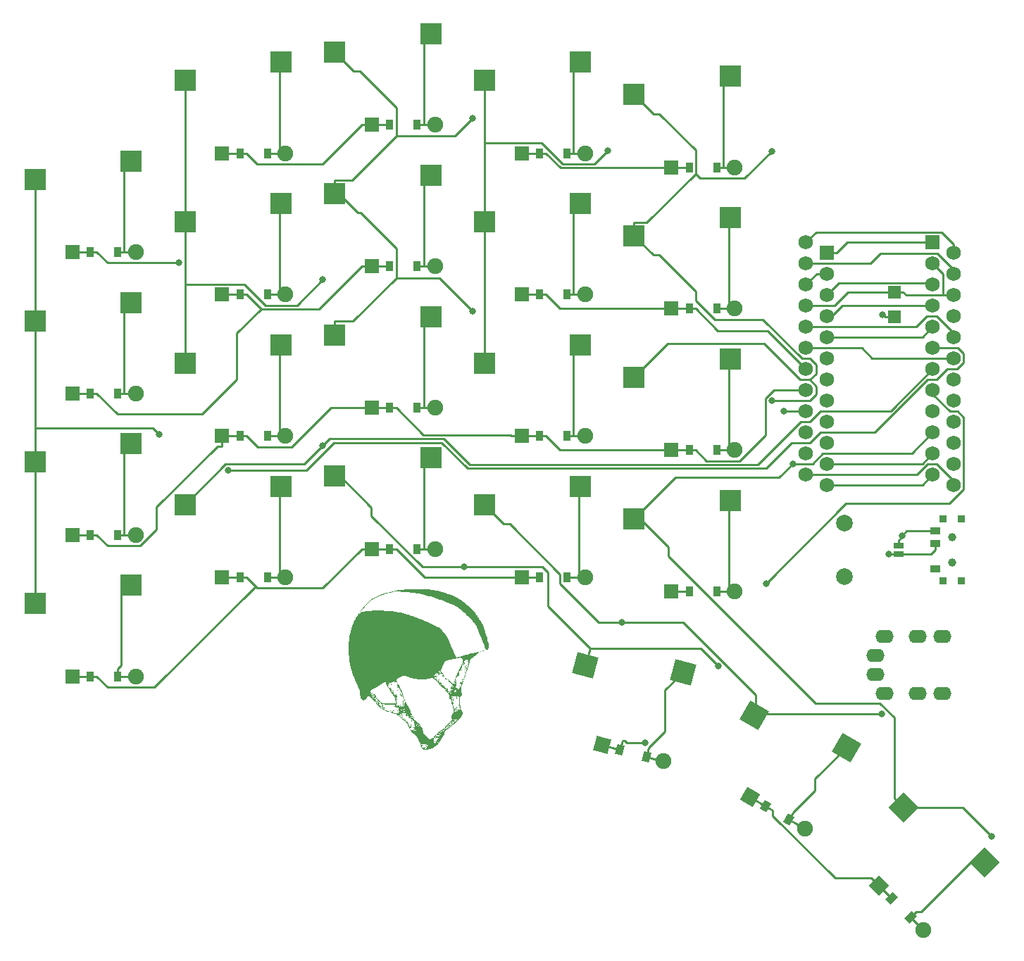
<source format=gtl>
%TF.GenerationSoftware,KiCad,Pcbnew,8.0.2*%
%TF.CreationDate,2024-05-30T16:07:25+01:00*%
%TF.ProjectId,board,626f6172-642e-46b6-9963-61645f706362,0.3*%
%TF.SameCoordinates,Original*%
%TF.FileFunction,Copper,L1,Top*%
%TF.FilePolarity,Positive*%
%FSLAX46Y46*%
G04 Gerber Fmt 4.6, Leading zero omitted, Abs format (unit mm)*
G04 Created by KiCad (PCBNEW 8.0.2) date 2024-05-30 16:07:25*
%MOMM*%
%LPD*%
G01*
G04 APERTURE LIST*
G04 Aperture macros list*
%AMRotRect*
0 Rectangle, with rotation*
0 The origin of the aperture is its center*
0 $1 length*
0 $2 width*
0 $3 Rotation angle, in degrees counterclockwise*
0 Add horizontal line*
21,1,$1,$2,0,0,$3*%
G04 Aperture macros list end*
%TA.AperFunction,EtchedComponent*%
%ADD10C,0.000000*%
%TD*%
%TA.AperFunction,SMDPad,CuDef*%
%ADD11R,0.900000X0.900000*%
%TD*%
%TA.AperFunction,WasherPad*%
%ADD12C,1.000000*%
%TD*%
%TA.AperFunction,SMDPad,CuDef*%
%ADD13R,1.250000X0.900000*%
%TD*%
%TA.AperFunction,ComponentPad*%
%ADD14C,2.000000*%
%TD*%
%TA.AperFunction,SMDPad,CuDef*%
%ADD15R,2.600000X2.600000*%
%TD*%
%TA.AperFunction,ComponentPad*%
%ADD16R,1.778000X1.778000*%
%TD*%
%TA.AperFunction,SMDPad,CuDef*%
%ADD17R,0.900000X1.200000*%
%TD*%
%TA.AperFunction,ComponentPad*%
%ADD18C,1.905000*%
%TD*%
%TA.AperFunction,ComponentPad*%
%ADD19RotRect,1.778000X1.778000X345.000000*%
%TD*%
%TA.AperFunction,SMDPad,CuDef*%
%ADD20RotRect,0.900000X1.200000X345.000000*%
%TD*%
%TA.AperFunction,SMDPad,CuDef*%
%ADD21RotRect,2.600000X2.600000X315.000000*%
%TD*%
%TA.AperFunction,SMDPad,CuDef*%
%ADD22R,1.500000X1.500000*%
%TD*%
%TA.AperFunction,ComponentPad*%
%ADD23O,2.200000X1.600000*%
%TD*%
%TA.AperFunction,SMDPad,CuDef*%
%ADD24RotRect,2.600000X2.600000X345.000000*%
%TD*%
%TA.AperFunction,ComponentPad*%
%ADD25RotRect,1.778000X1.778000X315.000000*%
%TD*%
%TA.AperFunction,SMDPad,CuDef*%
%ADD26RotRect,0.900000X1.200000X315.000000*%
%TD*%
%TA.AperFunction,ComponentPad*%
%ADD27RotRect,1.778000X1.778000X330.000000*%
%TD*%
%TA.AperFunction,SMDPad,CuDef*%
%ADD28RotRect,0.900000X1.200000X330.000000*%
%TD*%
%TA.AperFunction,SMDPad,CuDef*%
%ADD29R,1.143000X0.635000*%
%TD*%
%TA.AperFunction,ComponentPad*%
%ADD30R,1.752600X1.752600*%
%TD*%
%TA.AperFunction,ComponentPad*%
%ADD31C,1.752600*%
%TD*%
%TA.AperFunction,SMDPad,CuDef*%
%ADD32RotRect,2.600000X2.600000X330.000000*%
%TD*%
%TA.AperFunction,ViaPad*%
%ADD33C,0.800000*%
%TD*%
%TA.AperFunction,Conductor*%
%ADD34C,0.250000*%
%TD*%
G04 APERTURE END LIST*
D10*
%TA.AperFunction,EtchedComponent*%
%TO.C,G\u002A\u002A\u002A*%
G36*
X32371333Y-7438500D02*
G01*
X32350166Y-7459667D01*
X32329000Y-7438500D01*
X32350166Y-7417333D01*
X32371333Y-7438500D01*
G37*
%TD.AperFunction*%
%TA.AperFunction,EtchedComponent*%
G36*
X32879333Y-8285166D02*
G01*
X32858166Y-8306333D01*
X32837000Y-8285166D01*
X32858166Y-8264000D01*
X32879333Y-8285166D01*
G37*
%TD.AperFunction*%
%TA.AperFunction,EtchedComponent*%
G36*
X34572666Y-9258833D02*
G01*
X34551500Y-9280000D01*
X34530333Y-9258833D01*
X34551500Y-9237667D01*
X34572666Y-9258833D01*
G37*
%TD.AperFunction*%
%TA.AperFunction,EtchedComponent*%
G36*
X34657333Y-6845833D02*
G01*
X34636166Y-6867000D01*
X34615000Y-6845833D01*
X34636166Y-6824667D01*
X34657333Y-6845833D01*
G37*
%TD.AperFunction*%
%TA.AperFunction,EtchedComponent*%
G36*
X35165333Y-8750833D02*
G01*
X35144166Y-8772000D01*
X35123000Y-8750833D01*
X35144166Y-8729667D01*
X35165333Y-8750833D01*
G37*
%TD.AperFunction*%
%TA.AperFunction,EtchedComponent*%
G36*
X35292333Y-5999167D02*
G01*
X35271166Y-6020333D01*
X35250000Y-5999167D01*
X35271166Y-5978000D01*
X35292333Y-5999167D01*
G37*
%TD.AperFunction*%
%TA.AperFunction,EtchedComponent*%
G36*
X35419333Y-9089500D02*
G01*
X35398166Y-9110667D01*
X35377000Y-9089500D01*
X35398166Y-9068333D01*
X35419333Y-9089500D01*
G37*
%TD.AperFunction*%
%TA.AperFunction,EtchedComponent*%
G36*
X35631000Y-7396167D02*
G01*
X35609833Y-7417333D01*
X35588666Y-7396167D01*
X35609833Y-7375000D01*
X35631000Y-7396167D01*
G37*
%TD.AperFunction*%
%TA.AperFunction,EtchedComponent*%
G36*
X35969666Y-9301167D02*
G01*
X35948500Y-9322333D01*
X35927333Y-9301167D01*
X35948500Y-9280000D01*
X35969666Y-9301167D01*
G37*
%TD.AperFunction*%
%TA.AperFunction,EtchedComponent*%
G36*
X36096666Y-8073500D02*
G01*
X36075500Y-8094667D01*
X36054333Y-8073500D01*
X36075500Y-8052333D01*
X36096666Y-8073500D01*
G37*
%TD.AperFunction*%
%TA.AperFunction,EtchedComponent*%
G36*
X36096666Y-10232500D02*
G01*
X36075500Y-10253667D01*
X36054333Y-10232500D01*
X36075500Y-10211333D01*
X36096666Y-10232500D01*
G37*
%TD.AperFunction*%
%TA.AperFunction,EtchedComponent*%
G36*
X36266000Y-9428167D02*
G01*
X36244833Y-9449333D01*
X36223666Y-9428167D01*
X36244833Y-9407000D01*
X36266000Y-9428167D01*
G37*
%TD.AperFunction*%
%TA.AperFunction,EtchedComponent*%
G36*
X36562333Y-9639833D02*
G01*
X36541166Y-9661000D01*
X36520000Y-9639833D01*
X36541166Y-9618667D01*
X36562333Y-9639833D01*
G37*
%TD.AperFunction*%
%TA.AperFunction,EtchedComponent*%
G36*
X36647000Y-10105500D02*
G01*
X36625833Y-10126667D01*
X36604666Y-10105500D01*
X36625833Y-10084333D01*
X36647000Y-10105500D01*
G37*
%TD.AperFunction*%
%TA.AperFunction,EtchedComponent*%
G36*
X36943333Y-9682167D02*
G01*
X36922166Y-9703333D01*
X36901000Y-9682167D01*
X36922166Y-9661000D01*
X36943333Y-9682167D01*
G37*
%TD.AperFunction*%
%TA.AperFunction,EtchedComponent*%
G36*
X36985666Y-9766833D02*
G01*
X36964500Y-9788000D01*
X36943333Y-9766833D01*
X36964500Y-9745667D01*
X36985666Y-9766833D01*
G37*
%TD.AperFunction*%
%TA.AperFunction,EtchedComponent*%
G36*
X36985666Y-10401833D02*
G01*
X36964500Y-10423000D01*
X36943333Y-10401833D01*
X36964500Y-10380667D01*
X36985666Y-10401833D01*
G37*
%TD.AperFunction*%
%TA.AperFunction,EtchedComponent*%
G36*
X38467333Y-13703833D02*
G01*
X38446167Y-13725000D01*
X38425000Y-13703833D01*
X38446167Y-13682667D01*
X38467333Y-13703833D01*
G37*
%TD.AperFunction*%
%TA.AperFunction,EtchedComponent*%
G36*
X39695000Y-13026500D02*
G01*
X39673833Y-13047667D01*
X39652667Y-13026500D01*
X39673833Y-13005333D01*
X39695000Y-13026500D01*
G37*
%TD.AperFunction*%
%TA.AperFunction,EtchedComponent*%
G36*
X39991333Y-4898500D02*
G01*
X39970167Y-4919667D01*
X39949000Y-4898500D01*
X39970167Y-4877333D01*
X39991333Y-4898500D01*
G37*
%TD.AperFunction*%
%TA.AperFunction,EtchedComponent*%
G36*
X39991333Y-12476167D02*
G01*
X39970167Y-12497333D01*
X39949000Y-12476167D01*
X39970167Y-12455000D01*
X39991333Y-12476167D01*
G37*
%TD.AperFunction*%
%TA.AperFunction,EtchedComponent*%
G36*
X40033667Y-12349167D02*
G01*
X40012500Y-12370333D01*
X39991333Y-12349167D01*
X40012500Y-12328000D01*
X40033667Y-12349167D01*
G37*
%TD.AperFunction*%
%TA.AperFunction,EtchedComponent*%
G36*
X40033667Y-12560833D02*
G01*
X40012500Y-12582000D01*
X39991333Y-12560833D01*
X40012500Y-12539667D01*
X40033667Y-12560833D01*
G37*
%TD.AperFunction*%
%TA.AperFunction,EtchedComponent*%
G36*
X40033667Y-13111167D02*
G01*
X40012500Y-13132333D01*
X39991333Y-13111167D01*
X40012500Y-13090000D01*
X40033667Y-13111167D01*
G37*
%TD.AperFunction*%
%TA.AperFunction,EtchedComponent*%
G36*
X40076000Y-12476167D02*
G01*
X40054833Y-12497333D01*
X40033667Y-12476167D01*
X40054833Y-12455000D01*
X40076000Y-12476167D01*
G37*
%TD.AperFunction*%
%TA.AperFunction,EtchedComponent*%
G36*
X40287667Y-5406500D02*
G01*
X40266500Y-5427667D01*
X40245333Y-5406500D01*
X40266500Y-5385333D01*
X40287667Y-5406500D01*
G37*
%TD.AperFunction*%
%TA.AperFunction,EtchedComponent*%
G36*
X40668667Y-5914500D02*
G01*
X40647500Y-5935667D01*
X40626333Y-5914500D01*
X40647500Y-5893333D01*
X40668667Y-5914500D01*
G37*
%TD.AperFunction*%
%TA.AperFunction,EtchedComponent*%
G36*
X41007333Y-6083833D02*
G01*
X40986167Y-6105000D01*
X40965000Y-6083833D01*
X40986167Y-6062667D01*
X41007333Y-6083833D01*
G37*
%TD.AperFunction*%
%TA.AperFunction,EtchedComponent*%
G36*
X41049667Y-11333167D02*
G01*
X41028500Y-11354333D01*
X41007333Y-11333167D01*
X41028500Y-11312000D01*
X41049667Y-11333167D01*
G37*
%TD.AperFunction*%
%TA.AperFunction,EtchedComponent*%
G36*
X41346000Y-6422500D02*
G01*
X41324833Y-6443667D01*
X41303667Y-6422500D01*
X41324833Y-6401333D01*
X41346000Y-6422500D01*
G37*
%TD.AperFunction*%
%TA.AperFunction,EtchedComponent*%
G36*
X42404333Y-10317167D02*
G01*
X42383167Y-10338333D01*
X42362000Y-10317167D01*
X42383167Y-10296000D01*
X42404333Y-10317167D01*
G37*
%TD.AperFunction*%
%TA.AperFunction,EtchedComponent*%
G36*
X42743000Y-6041500D02*
G01*
X42721833Y-6062667D01*
X42700667Y-6041500D01*
X42721833Y-6020333D01*
X42743000Y-6041500D01*
G37*
%TD.AperFunction*%
%TA.AperFunction,EtchedComponent*%
G36*
X42954667Y-4348167D02*
G01*
X42933500Y-4369333D01*
X42912333Y-4348167D01*
X42933500Y-4327000D01*
X42954667Y-4348167D01*
G37*
%TD.AperFunction*%
%TA.AperFunction,EtchedComponent*%
G36*
X43378000Y-3586166D02*
G01*
X43356833Y-3607333D01*
X43335667Y-3586166D01*
X43356833Y-3565000D01*
X43378000Y-3586166D01*
G37*
%TD.AperFunction*%
%TA.AperFunction,EtchedComponent*%
G36*
X34434201Y-6037090D02*
G01*
X34421575Y-6056331D01*
X34378638Y-6059325D01*
X34333467Y-6048986D01*
X34353062Y-6033748D01*
X34419224Y-6028701D01*
X34434201Y-6037090D01*
G37*
%TD.AperFunction*%
%TA.AperFunction,EtchedComponent*%
G36*
X34558555Y-5907444D02*
G01*
X34552744Y-5932612D01*
X34530333Y-5935667D01*
X34495488Y-5920178D01*
X34502111Y-5907444D01*
X34552350Y-5902378D01*
X34558555Y-5907444D01*
G37*
%TD.AperFunction*%
%TA.AperFunction,EtchedComponent*%
G36*
X34558555Y-5992111D02*
G01*
X34552744Y-6017278D01*
X34530333Y-6020333D01*
X34495488Y-6004844D01*
X34502111Y-5992111D01*
X34552350Y-5987045D01*
X34558555Y-5992111D01*
G37*
%TD.AperFunction*%
%TA.AperFunction,EtchedComponent*%
G36*
X35193555Y-7770111D02*
G01*
X35198622Y-7820351D01*
X35193555Y-7826556D01*
X35168388Y-7820744D01*
X35165333Y-7798333D01*
X35180822Y-7763488D01*
X35193555Y-7770111D01*
G37*
%TD.AperFunction*%
%TA.AperFunction,EtchedComponent*%
G36*
X35278222Y-8870778D02*
G01*
X35283288Y-8921018D01*
X35278222Y-8927222D01*
X35253055Y-8921411D01*
X35250000Y-8899000D01*
X35265489Y-8864155D01*
X35278222Y-8870778D01*
G37*
%TD.AperFunction*%
%TA.AperFunction,EtchedComponent*%
G36*
X35278222Y-9251778D02*
G01*
X35283288Y-9302018D01*
X35278222Y-9308222D01*
X35253055Y-9302411D01*
X35250000Y-9280000D01*
X35265489Y-9245155D01*
X35278222Y-9251778D01*
G37*
%TD.AperFunction*%
%TA.AperFunction,EtchedComponent*%
G36*
X35362888Y-9294111D02*
G01*
X35367955Y-9344351D01*
X35362888Y-9350556D01*
X35337721Y-9344744D01*
X35334666Y-9322333D01*
X35350155Y-9287488D01*
X35362888Y-9294111D01*
G37*
%TD.AperFunction*%
%TA.AperFunction,EtchedComponent*%
G36*
X35659222Y-6923444D02*
G01*
X35664288Y-6973684D01*
X35659222Y-6979889D01*
X35634055Y-6974078D01*
X35631000Y-6951667D01*
X35646489Y-6916822D01*
X35659222Y-6923444D01*
G37*
%TD.AperFunction*%
%TA.AperFunction,EtchedComponent*%
G36*
X35913222Y-9040111D02*
G01*
X35907411Y-9065278D01*
X35885000Y-9068333D01*
X35850154Y-9052844D01*
X35856777Y-9040111D01*
X35907017Y-9035045D01*
X35913222Y-9040111D01*
G37*
%TD.AperFunction*%
%TA.AperFunction,EtchedComponent*%
G36*
X36802036Y-10835750D02*
G01*
X36807627Y-10922421D01*
X36802036Y-10941583D01*
X36786585Y-10946901D01*
X36780684Y-10888667D01*
X36787337Y-10828569D01*
X36802036Y-10835750D01*
G37*
%TD.AperFunction*%
%TA.AperFunction,EtchedComponent*%
G36*
X37228201Y-9974090D02*
G01*
X37215575Y-9993331D01*
X37172638Y-9996325D01*
X37127467Y-9985986D01*
X37147062Y-9970748D01*
X37213224Y-9965701D01*
X37228201Y-9974090D01*
G37*
%TD.AperFunction*%
%TA.AperFunction,EtchedComponent*%
G36*
X37341871Y-10804605D02*
G01*
X37358557Y-10864557D01*
X37341871Y-10888062D01*
X37308058Y-10894612D01*
X37300142Y-10846333D01*
X37313774Y-10792339D01*
X37341871Y-10804605D01*
G37*
%TD.AperFunction*%
%TA.AperFunction,EtchedComponent*%
G36*
X38495556Y-13527444D02*
G01*
X38489744Y-13552612D01*
X38467333Y-13555667D01*
X38432488Y-13540178D01*
X38439111Y-13527444D01*
X38489351Y-13522378D01*
X38495556Y-13527444D01*
G37*
%TD.AperFunction*%
%TA.AperFunction,EtchedComponent*%
G36*
X40061889Y-5399444D02*
G01*
X40066955Y-5449684D01*
X40061889Y-5455889D01*
X40036722Y-5450078D01*
X40033667Y-5427667D01*
X40049156Y-5392822D01*
X40061889Y-5399444D01*
G37*
%TD.AperFunction*%
%TA.AperFunction,EtchedComponent*%
G36*
X40315889Y-5484111D02*
G01*
X40320955Y-5534351D01*
X40315889Y-5540556D01*
X40290722Y-5534744D01*
X40287667Y-5512333D01*
X40303156Y-5477488D01*
X40315889Y-5484111D01*
G37*
%TD.AperFunction*%
%TA.AperFunction,EtchedComponent*%
G36*
X40442889Y-12003444D02*
G01*
X40447955Y-12053684D01*
X40442889Y-12059889D01*
X40417722Y-12054078D01*
X40414667Y-12031667D01*
X40430156Y-11996822D01*
X40442889Y-12003444D01*
G37*
%TD.AperFunction*%
%TA.AperFunction,EtchedComponent*%
G36*
X41416556Y-5526444D02*
G01*
X41410744Y-5551612D01*
X41388333Y-5554667D01*
X41353488Y-5539178D01*
X41360111Y-5526444D01*
X41410351Y-5521378D01*
X41416556Y-5526444D01*
G37*
%TD.AperFunction*%
%TA.AperFunction,EtchedComponent*%
G36*
X42728889Y-6288444D02*
G01*
X42733955Y-6338684D01*
X42728889Y-6344889D01*
X42703722Y-6339078D01*
X42700667Y-6316667D01*
X42716156Y-6281822D01*
X42728889Y-6288444D01*
G37*
%TD.AperFunction*%
%TA.AperFunction,EtchedComponent*%
G36*
X42728889Y-8913111D02*
G01*
X42733955Y-8963351D01*
X42728889Y-8969556D01*
X42703722Y-8963744D01*
X42700667Y-8941333D01*
X42716156Y-8906488D01*
X42728889Y-8913111D01*
G37*
%TD.AperFunction*%
%TA.AperFunction,EtchedComponent*%
G36*
X42729585Y-5758396D02*
G01*
X42734632Y-5824558D01*
X42726243Y-5839535D01*
X42707002Y-5826909D01*
X42704009Y-5783972D01*
X42714347Y-5738801D01*
X42729585Y-5758396D01*
G37*
%TD.AperFunction*%
%TA.AperFunction,EtchedComponent*%
G36*
X43620535Y-3708756D02*
G01*
X43607909Y-3727997D01*
X43564972Y-3730991D01*
X43519801Y-3720652D01*
X43539396Y-3705414D01*
X43605558Y-3700368D01*
X43620535Y-3708756D01*
G37*
%TD.AperFunction*%
%TA.AperFunction,EtchedComponent*%
G36*
X43744889Y-3325111D02*
G01*
X43749955Y-3375350D01*
X43744889Y-3381555D01*
X43719722Y-3375744D01*
X43716667Y-3353333D01*
X43732156Y-3318488D01*
X43744889Y-3325111D01*
G37*
%TD.AperFunction*%
%TA.AperFunction,EtchedComponent*%
G36*
X34871382Y-9141234D02*
G01*
X34883606Y-9163583D01*
X34824970Y-9193507D01*
X34750548Y-9181056D01*
X34723611Y-9157496D01*
X34740439Y-9131249D01*
X34801717Y-9125746D01*
X34871382Y-9141234D01*
G37*
%TD.AperFunction*%
%TA.AperFunction,EtchedComponent*%
G36*
X34928211Y-7071728D02*
G01*
X34910169Y-7099943D01*
X34866067Y-7109581D01*
X34798881Y-7108588D01*
X34784333Y-7101732D01*
X34817854Y-7072929D01*
X34883387Y-7059372D01*
X34928211Y-7071728D01*
G37*
%TD.AperFunction*%
%TA.AperFunction,EtchedComponent*%
G36*
X35241377Y-8392925D02*
G01*
X35267235Y-8455989D01*
X35254887Y-8475667D01*
X35209119Y-8441725D01*
X35190032Y-8406108D01*
X35172907Y-8334699D01*
X35196098Y-8333935D01*
X35241377Y-8392925D01*
G37*
%TD.AperFunction*%
%TA.AperFunction,EtchedComponent*%
G36*
X35356174Y-6664838D02*
G01*
X35363282Y-6715564D01*
X35317027Y-6740000D01*
X35258711Y-6705915D01*
X35250000Y-6672972D01*
X35274614Y-6623599D01*
X35300270Y-6622701D01*
X35356174Y-6664838D01*
G37*
%TD.AperFunction*%
%TA.AperFunction,EtchedComponent*%
G36*
X35370459Y-8873791D02*
G01*
X35415905Y-8916416D01*
X35406583Y-8940921D01*
X35400665Y-8941333D01*
X35364858Y-8911265D01*
X35351790Y-8892459D01*
X35346801Y-8863491D01*
X35370459Y-8873791D01*
G37*
%TD.AperFunction*%
%TA.AperFunction,EtchedComponent*%
G36*
X37052515Y-10314468D02*
G01*
X37087453Y-10371789D01*
X37079131Y-10396396D01*
X37033526Y-10382315D01*
X36993781Y-10335595D01*
X36963003Y-10267800D01*
X36986039Y-10260340D01*
X37052515Y-10314468D01*
G37*
%TD.AperFunction*%
%TA.AperFunction,EtchedComponent*%
G36*
X38762400Y-13277401D02*
G01*
X38757493Y-13297664D01*
X38715903Y-13318378D01*
X38685064Y-13305602D01*
X38651602Y-13265902D01*
X38677297Y-13239219D01*
X38741532Y-13228128D01*
X38762400Y-13277401D01*
G37*
%TD.AperFunction*%
%TA.AperFunction,EtchedComponent*%
G36*
X39785523Y-12865626D02*
G01*
X39821150Y-12898477D01*
X39858873Y-12953271D01*
X39833712Y-12952917D01*
X39780893Y-12922320D01*
X39739725Y-12877668D01*
X39743110Y-12858445D01*
X39785523Y-12865626D01*
G37*
%TD.AperFunction*%
%TA.AperFunction,EtchedComponent*%
G36*
X39942459Y-5106124D02*
G01*
X39987906Y-5148749D01*
X39978583Y-5173255D01*
X39972665Y-5173667D01*
X39936859Y-5143598D01*
X39923791Y-5124792D01*
X39918801Y-5095824D01*
X39942459Y-5106124D01*
G37*
%TD.AperFunction*%
%TA.AperFunction,EtchedComponent*%
G36*
X40831459Y-11498458D02*
G01*
X40876906Y-11541083D01*
X40867583Y-11565588D01*
X40861665Y-11566000D01*
X40825859Y-11535932D01*
X40812791Y-11517126D01*
X40807801Y-11488157D01*
X40831459Y-11498458D01*
G37*
%TD.AperFunction*%
%TA.AperFunction,EtchedComponent*%
G36*
X43105238Y-5582947D02*
G01*
X43097819Y-5615968D01*
X43063658Y-5675555D01*
X43041569Y-5665573D01*
X43039333Y-5641832D01*
X43070079Y-5584427D01*
X43081182Y-5576133D01*
X43105238Y-5582947D01*
G37*
%TD.AperFunction*%
%TA.AperFunction,EtchedComponent*%
G36*
X30677514Y2582914D02*
G01*
X30678000Y2573334D01*
X30645456Y2532627D01*
X30633168Y2531000D01*
X30607885Y2556935D01*
X30614500Y2573334D01*
X30652541Y2613719D01*
X30659331Y2615667D01*
X30677514Y2582914D01*
G37*
%TD.AperFunction*%
%TA.AperFunction,EtchedComponent*%
G36*
X32371333Y-7607833D02*
G01*
X32411718Y-7645874D01*
X32413666Y-7652665D01*
X32380913Y-7670848D01*
X32371333Y-7671333D01*
X32330626Y-7638789D01*
X32329000Y-7626502D01*
X32354934Y-7601219D01*
X32371333Y-7607833D01*
G37*
%TD.AperFunction*%
%TA.AperFunction,EtchedComponent*%
G36*
X32708898Y-7705147D02*
G01*
X32725308Y-7734833D01*
X32739059Y-7789941D01*
X32735021Y-7798333D01*
X32699653Y-7770337D01*
X32667666Y-7734833D01*
X32641907Y-7683264D01*
X32657953Y-7671333D01*
X32708898Y-7705147D01*
G37*
%TD.AperFunction*%
%TA.AperFunction,EtchedComponent*%
G36*
X33213380Y-8552308D02*
G01*
X33218000Y-8581500D01*
X33208942Y-8637981D01*
X33201362Y-8645000D01*
X33174065Y-8611897D01*
X33160357Y-8581500D01*
X33159477Y-8526989D01*
X33176995Y-8518000D01*
X33213380Y-8552308D01*
G37*
%TD.AperFunction*%
%TA.AperFunction,EtchedComponent*%
G36*
X33470769Y-8380881D02*
G01*
X33472000Y-8391000D01*
X33439785Y-8432103D01*
X33429666Y-8433333D01*
X33388563Y-8401119D01*
X33387333Y-8391000D01*
X33419547Y-8349896D01*
X33429666Y-8348667D01*
X33470769Y-8380881D01*
G37*
%TD.AperFunction*%
%TA.AperFunction,EtchedComponent*%
G36*
X33523511Y-8484240D02*
G01*
X33509520Y-8502633D01*
X33435548Y-8557030D01*
X33375463Y-8532022D01*
X33369158Y-8522841D01*
X33386665Y-8488536D01*
X33451696Y-8465140D01*
X33522283Y-8458261D01*
X33523511Y-8484240D01*
G37*
%TD.AperFunction*%
%TA.AperFunction,EtchedComponent*%
G36*
X33894170Y-8963936D02*
G01*
X33895333Y-8974658D01*
X33859315Y-9003477D01*
X33800617Y-9015117D01*
X33740047Y-9013896D01*
X33756381Y-8990652D01*
X33768867Y-8982441D01*
X33855007Y-8944274D01*
X33894170Y-8963936D01*
G37*
%TD.AperFunction*%
%TA.AperFunction,EtchedComponent*%
G36*
X34738799Y-6751399D02*
G01*
X34814323Y-6774661D01*
X34818265Y-6817749D01*
X34789129Y-6842869D01*
X34734931Y-6834782D01*
X34701263Y-6805424D01*
X34676684Y-6759861D01*
X34722951Y-6750415D01*
X34738799Y-6751399D01*
G37*
%TD.AperFunction*%
%TA.AperFunction,EtchedComponent*%
G36*
X35242835Y-7651859D02*
G01*
X35250000Y-7671333D01*
X35215711Y-7708891D01*
X35186500Y-7713667D01*
X35130164Y-7690808D01*
X35123000Y-7671333D01*
X35157288Y-7633776D01*
X35186500Y-7629000D01*
X35242835Y-7651859D01*
G37*
%TD.AperFunction*%
%TA.AperFunction,EtchedComponent*%
G36*
X35328087Y-9023530D02*
G01*
X35304357Y-9102367D01*
X35292333Y-9131833D01*
X35263461Y-9179546D01*
X35253623Y-9153000D01*
X35273613Y-9062629D01*
X35292333Y-9026000D01*
X35324079Y-8992752D01*
X35328087Y-9023530D01*
G37*
%TD.AperFunction*%
%TA.AperFunction,EtchedComponent*%
G36*
X35460902Y-6345070D02*
G01*
X35461666Y-6351944D01*
X35427406Y-6383528D01*
X35400028Y-6387222D01*
X35357341Y-6368872D01*
X35360193Y-6351944D01*
X35416027Y-6317015D01*
X35421831Y-6316667D01*
X35460902Y-6345070D01*
G37*
%TD.AperFunction*%
%TA.AperFunction,EtchedComponent*%
G36*
X35643501Y-8464105D02*
G01*
X35652166Y-8475667D01*
X35642569Y-8511908D01*
X35612331Y-8518000D01*
X35554410Y-8495898D01*
X35546333Y-8475667D01*
X35576717Y-8434545D01*
X35586168Y-8433333D01*
X35643501Y-8464105D01*
G37*
%TD.AperFunction*%
%TA.AperFunction,EtchedComponent*%
G36*
X35653447Y-8592550D02*
G01*
X35732157Y-8613173D01*
X35758000Y-8628768D01*
X35724725Y-8645271D01*
X35653745Y-8641668D01*
X35588327Y-8622589D01*
X35571279Y-8608782D01*
X35588638Y-8588637D01*
X35653447Y-8592550D01*
G37*
%TD.AperFunction*%
%TA.AperFunction,EtchedComponent*%
G36*
X35799847Y-9693753D02*
G01*
X35800333Y-9703333D01*
X35767789Y-9744040D01*
X35755501Y-9745667D01*
X35730218Y-9719732D01*
X35736833Y-9703333D01*
X35774874Y-9662948D01*
X35781665Y-9661000D01*
X35799847Y-9693753D01*
G37*
%TD.AperFunction*%
%TA.AperFunction,EtchedComponent*%
G36*
X36010703Y-7565500D02*
G01*
X35989625Y-7635070D01*
X35969666Y-7671333D01*
X35936122Y-7705218D01*
X35928629Y-7692500D01*
X35949707Y-7622930D01*
X35969666Y-7586667D01*
X36003210Y-7552782D01*
X36010703Y-7565500D01*
G37*
%TD.AperFunction*%
%TA.AperFunction,EtchedComponent*%
G36*
X36015127Y-7828907D02*
G01*
X36075718Y-7899692D01*
X36090816Y-7944877D01*
X36089465Y-7946645D01*
X36053921Y-7931595D01*
X35998486Y-7863428D01*
X35991464Y-7852571D01*
X35917126Y-7734833D01*
X36015127Y-7828907D01*
G37*
%TD.AperFunction*%
%TA.AperFunction,EtchedComponent*%
G36*
X37225281Y-10406750D02*
G01*
X37218500Y-10423000D01*
X37162420Y-10463753D01*
X37150003Y-10465333D01*
X37127051Y-10439250D01*
X37133833Y-10423000D01*
X37189912Y-10382247D01*
X37202330Y-10380667D01*
X37225281Y-10406750D01*
G37*
%TD.AperFunction*%
%TA.AperFunction,EtchedComponent*%
G36*
X38382181Y-13546086D02*
G01*
X38382667Y-13555667D01*
X38350123Y-13596373D01*
X38337835Y-13598000D01*
X38312551Y-13572065D01*
X38319167Y-13555667D01*
X38357208Y-13515281D01*
X38363998Y-13513333D01*
X38382181Y-13546086D01*
G37*
%TD.AperFunction*%
%TA.AperFunction,EtchedComponent*%
G36*
X40062718Y-12651678D02*
G01*
X40054833Y-12666667D01*
X40014946Y-12707095D01*
X40007503Y-12709000D01*
X40004615Y-12681655D01*
X40012500Y-12666667D01*
X40052387Y-12626238D01*
X40059830Y-12624333D01*
X40062718Y-12651678D01*
G37*
%TD.AperFunction*%
%TA.AperFunction,EtchedComponent*%
G36*
X40410624Y-4493835D02*
G01*
X40439428Y-4535236D01*
X40427748Y-4551748D01*
X40362183Y-4553753D01*
X40334042Y-4541165D01*
X40305238Y-4499764D01*
X40316918Y-4483252D01*
X40382483Y-4481247D01*
X40410624Y-4493835D01*
G37*
%TD.AperFunction*%
%TA.AperFunction,EtchedComponent*%
G36*
X41077448Y-5199602D02*
G01*
X41070833Y-5216000D01*
X41032792Y-5256385D01*
X41026002Y-5258333D01*
X41007819Y-5225580D01*
X41007333Y-5216000D01*
X41039877Y-5175293D01*
X41052165Y-5173667D01*
X41077448Y-5199602D01*
G37*
%TD.AperFunction*%
%TA.AperFunction,EtchedComponent*%
G36*
X41417385Y-6767345D02*
G01*
X41409500Y-6782333D01*
X41369613Y-6822762D01*
X41362170Y-6824667D01*
X41359282Y-6797322D01*
X41367167Y-6782333D01*
X41407054Y-6741905D01*
X41414497Y-6740000D01*
X41417385Y-6767345D01*
G37*
%TD.AperFunction*%
%TA.AperFunction,EtchedComponent*%
G36*
X41935346Y-6142657D02*
G01*
X41947705Y-6154609D01*
X41989912Y-6218069D01*
X41984253Y-6251156D01*
X41931467Y-6242136D01*
X41897128Y-6211791D01*
X41857851Y-6139559D01*
X41875775Y-6110652D01*
X41935346Y-6142657D01*
G37*
%TD.AperFunction*%
%TA.AperFunction,EtchedComponent*%
G36*
X42783611Y-6135730D02*
G01*
X42785333Y-6147333D01*
X42770890Y-6188566D01*
X42766665Y-6189667D01*
X42730522Y-6160002D01*
X42721833Y-6147333D01*
X42725190Y-6108324D01*
X42740502Y-6105000D01*
X42783611Y-6135730D01*
G37*
%TD.AperFunction*%
%TA.AperFunction,EtchedComponent*%
G36*
X42792001Y-5916639D02*
G01*
X42810733Y-5952600D01*
X42823964Y-6023371D01*
X42816960Y-6045152D01*
X42787132Y-6030894D01*
X42768400Y-5994933D01*
X42755170Y-5924162D01*
X42762174Y-5902382D01*
X42792001Y-5916639D01*
G37*
%TD.AperFunction*%
%TA.AperFunction,EtchedComponent*%
G36*
X42827181Y-4317420D02*
G01*
X42827667Y-4327000D01*
X42795123Y-4367707D01*
X42782835Y-4369333D01*
X42757552Y-4343398D01*
X42764167Y-4327000D01*
X42802208Y-4286615D01*
X42808998Y-4284667D01*
X42827181Y-4317420D01*
G37*
%TD.AperFunction*%
%TA.AperFunction,EtchedComponent*%
G36*
X43110718Y-5074012D02*
G01*
X43102833Y-5089000D01*
X43062946Y-5129428D01*
X43055503Y-5131333D01*
X43052615Y-5103988D01*
X43060500Y-5089000D01*
X43100387Y-5048572D01*
X43107830Y-5046667D01*
X43110718Y-5074012D01*
G37*
%TD.AperFunction*%
%TA.AperFunction,EtchedComponent*%
G36*
X43427001Y-4434972D02*
G01*
X43445733Y-4470933D01*
X43458964Y-4541704D01*
X43451960Y-4563485D01*
X43422132Y-4549228D01*
X43403400Y-4513267D01*
X43390170Y-4442496D01*
X43397174Y-4420715D01*
X43427001Y-4434972D01*
G37*
%TD.AperFunction*%
%TA.AperFunction,EtchedComponent*%
G36*
X43659781Y-3844934D02*
G01*
X43653167Y-3861333D01*
X43615126Y-3901718D01*
X43608335Y-3903666D01*
X43590152Y-3870913D01*
X43589667Y-3861333D01*
X43622211Y-3820626D01*
X43634498Y-3819000D01*
X43659781Y-3844934D01*
G37*
%TD.AperFunction*%
%TA.AperFunction,EtchedComponent*%
G36*
X40742339Y-11513815D02*
G01*
X40741630Y-11524515D01*
X40735813Y-11592615D01*
X40733741Y-11607685D01*
X40703374Y-11588439D01*
X40683935Y-11575935D01*
X40660688Y-11533505D01*
X40691823Y-11492765D01*
X40734331Y-11466843D01*
X40742339Y-11513815D01*
G37*
%TD.AperFunction*%
%TA.AperFunction,EtchedComponent*%
G36*
X35994187Y-8531804D02*
G01*
X35980250Y-8546037D01*
X35931664Y-8601917D01*
X35927333Y-8627361D01*
X35908382Y-8681462D01*
X35894071Y-8687333D01*
X35867025Y-8651802D01*
X35860809Y-8602667D01*
X35888801Y-8533754D01*
X35946988Y-8521342D01*
X35994187Y-8531804D01*
G37*
%TD.AperFunction*%
%TA.AperFunction,EtchedComponent*%
G36*
X39938784Y-4644401D02*
G01*
X39933940Y-4701718D01*
X39951423Y-4732086D01*
X39970901Y-4791265D01*
X39955869Y-4809588D01*
X39915657Y-4795715D01*
X39894287Y-4749899D01*
X39896994Y-4669566D01*
X39921224Y-4637755D01*
X39947781Y-4631316D01*
X39938784Y-4644401D01*
G37*
%TD.AperFunction*%
%TA.AperFunction,EtchedComponent*%
G36*
X43394741Y-4103038D02*
G01*
X43430336Y-4166065D01*
X43443807Y-4195822D01*
X43481882Y-4298440D01*
X43490350Y-4351423D01*
X43471889Y-4344145D01*
X43429177Y-4265981D01*
X43427210Y-4261687D01*
X43391077Y-4164086D01*
X43379657Y-4102758D01*
X43394741Y-4103038D01*
G37*
%TD.AperFunction*%
%TA.AperFunction,EtchedComponent*%
G36*
X43025417Y-4173157D02*
G01*
X43023992Y-4225625D01*
X43016083Y-4308449D01*
X42999906Y-4318539D01*
X42975407Y-4283976D01*
X42924672Y-4259555D01*
X42909408Y-4265308D01*
X42871313Y-4280740D01*
X42888491Y-4251233D01*
X42949909Y-4192729D01*
X43008419Y-4149504D01*
X43025417Y-4173157D01*
G37*
%TD.AperFunction*%
%TA.AperFunction,EtchedComponent*%
G36*
X32363281Y-7141170D02*
G01*
X32352466Y-7161469D01*
X32333557Y-7163333D01*
X32301686Y-7188167D01*
X32307833Y-7205667D01*
X32305898Y-7244738D01*
X32291663Y-7248000D01*
X32231180Y-7217363D01*
X32225908Y-7210103D01*
X32237853Y-7169818D01*
X32293110Y-7137568D01*
X32351215Y-7133656D01*
X32363281Y-7141170D01*
G37*
%TD.AperFunction*%
%TA.AperFunction,EtchedComponent*%
G36*
X35696560Y-7045449D02*
G01*
X35704687Y-7097708D01*
X35690555Y-7182663D01*
X35663944Y-7260128D01*
X35636994Y-7290237D01*
X35616771Y-7253214D01*
X35605309Y-7163845D01*
X35605146Y-7159696D01*
X35609792Y-7078815D01*
X35632193Y-7079752D01*
X35636248Y-7085709D01*
X35665901Y-7119483D01*
X35672685Y-7082194D01*
X35685611Y-7041598D01*
X35696560Y-7045449D01*
G37*
%TD.AperFunction*%
%TA.AperFunction,EtchedComponent*%
G36*
X35821392Y-9491808D02*
G01*
X35869116Y-9557289D01*
X35910693Y-9639921D01*
X35912950Y-9689494D01*
X35912897Y-9689547D01*
X35879383Y-9679220D01*
X35859092Y-9642743D01*
X35808079Y-9590804D01*
X35731095Y-9595157D01*
X35650560Y-9610667D01*
X35641679Y-9592988D01*
X35702636Y-9533875D01*
X35715215Y-9523042D01*
X35778140Y-9478030D01*
X35821392Y-9491808D01*
G37*
%TD.AperFunction*%
%TA.AperFunction,EtchedComponent*%
G36*
X35898490Y-9877961D02*
G01*
X35909190Y-9920611D01*
X35894967Y-9970291D01*
X35867461Y-9956729D01*
X35810280Y-9919655D01*
X35773005Y-9922870D01*
X35779166Y-9957333D01*
X35789954Y-9996910D01*
X35784163Y-9999667D01*
X35745198Y-9970543D01*
X35742125Y-9965895D01*
X35743333Y-9904408D01*
X35802055Y-9856571D01*
X35844178Y-9847132D01*
X35898490Y-9877961D01*
G37*
%TD.AperFunction*%
%TA.AperFunction,EtchedComponent*%
G36*
X40202065Y-5462168D02*
G01*
X40228351Y-5535420D01*
X40214507Y-5602042D01*
X40211060Y-5605873D01*
X40158209Y-5609066D01*
X40119018Y-5576658D01*
X40087344Y-5529771D01*
X40122361Y-5532610D01*
X40144096Y-5540457D01*
X40198280Y-5555296D01*
X40186169Y-5524565D01*
X40166067Y-5499093D01*
X40136949Y-5443885D01*
X40150954Y-5427667D01*
X40202065Y-5462168D01*
G37*
%TD.AperFunction*%
%TA.AperFunction,EtchedComponent*%
G36*
X35974270Y-7953114D02*
G01*
X35988150Y-8064404D01*
X35998026Y-8200496D01*
X36012281Y-8475667D01*
X35874557Y-8469324D01*
X35788227Y-8464104D01*
X35782723Y-8457448D01*
X35852833Y-8445385D01*
X35914917Y-8432283D01*
X35948216Y-8403302D01*
X35959674Y-8338080D01*
X35956235Y-8216251D01*
X35952582Y-8152838D01*
X35947645Y-8017353D01*
X35950356Y-7927082D01*
X35960051Y-7901607D01*
X35974270Y-7953114D01*
G37*
%TD.AperFunction*%
%TA.AperFunction,EtchedComponent*%
G36*
X36776590Y-9936167D02*
G01*
X36787479Y-10012431D01*
X36794659Y-10052583D01*
X36800018Y-10118192D01*
X36771366Y-10108194D01*
X36739271Y-10072330D01*
X36726369Y-10020833D01*
X36731666Y-10020833D01*
X36752833Y-10042000D01*
X36774000Y-10020833D01*
X36752833Y-9999667D01*
X36731666Y-10020833D01*
X36726369Y-10020833D01*
X36718700Y-9990222D01*
X36733439Y-9955914D01*
X36767560Y-9923180D01*
X36776590Y-9936167D01*
G37*
%TD.AperFunction*%
%TA.AperFunction,EtchedComponent*%
G36*
X38199726Y-13269917D02*
G01*
X38196049Y-13330874D01*
X38214662Y-13344000D01*
X38253362Y-13310898D01*
X38255667Y-13294611D01*
X38269488Y-13262695D01*
X38277830Y-13267385D01*
X38283941Y-13321144D01*
X38256699Y-13391172D01*
X38215674Y-13428532D01*
X38213333Y-13428667D01*
X38171955Y-13394806D01*
X38152975Y-13358088D01*
X38154204Y-13274920D01*
X38175843Y-13241671D01*
X38209252Y-13222489D01*
X38199726Y-13269917D01*
G37*
%TD.AperFunction*%
%TA.AperFunction,EtchedComponent*%
G36*
X41999500Y-7592636D02*
G01*
X42009167Y-7665039D01*
X42014273Y-7768536D01*
X42014552Y-7898694D01*
X42008716Y-7986361D01*
X42000813Y-8010000D01*
X41979723Y-7975394D01*
X41974650Y-7946500D01*
X41965952Y-7852645D01*
X41964067Y-7830083D01*
X41929469Y-7756373D01*
X41917500Y-7745417D01*
X41901888Y-7701227D01*
X41921735Y-7681917D01*
X41976916Y-7614701D01*
X41988113Y-7588619D01*
X41999500Y-7592636D01*
G37*
%TD.AperFunction*%
%TA.AperFunction,EtchedComponent*%
G36*
X43193588Y-5076070D02*
G01*
X43190313Y-5148264D01*
X43159996Y-5224236D01*
X43109684Y-5337732D01*
X43114851Y-5407782D01*
X43142524Y-5435948D01*
X43166563Y-5478826D01*
X43160557Y-5489888D01*
X43117882Y-5483325D01*
X43085876Y-5453906D01*
X43060635Y-5381047D01*
X43063631Y-5285927D01*
X43089339Y-5204794D01*
X43128589Y-5173667D01*
X43162237Y-5138547D01*
X43169675Y-5099583D01*
X43180991Y-5060571D01*
X43193588Y-5076070D01*
G37*
%TD.AperFunction*%
%TA.AperFunction,EtchedComponent*%
G36*
X35456572Y-8507151D02*
G01*
X35480495Y-8536725D01*
X35454632Y-8565576D01*
X35399686Y-8594158D01*
X35345935Y-8590746D01*
X35273433Y-8564470D01*
X35219123Y-8538458D01*
X35226592Y-8532111D01*
X35348777Y-8532111D01*
X35354588Y-8557278D01*
X35377000Y-8560333D01*
X35411845Y-8544844D01*
X35405222Y-8532111D01*
X35354982Y-8527045D01*
X35348777Y-8532111D01*
X35226592Y-8532111D01*
X35240623Y-8520187D01*
X35288100Y-8506841D01*
X35385339Y-8494685D01*
X35456572Y-8507151D01*
G37*
%TD.AperFunction*%
%TA.AperFunction,EtchedComponent*%
G36*
X35787593Y-7137153D02*
G01*
X35822846Y-7182008D01*
X35869475Y-7272108D01*
X35883812Y-7358855D01*
X35863000Y-7412130D01*
X35845165Y-7417333D01*
X35788538Y-7386340D01*
X35776373Y-7370480D01*
X35738156Y-7351159D01*
X35711023Y-7381064D01*
X35679937Y-7411118D01*
X35673981Y-7388082D01*
X35704137Y-7320562D01*
X35715667Y-7311500D01*
X35717737Y-7307972D01*
X35803675Y-7307972D01*
X35811458Y-7362879D01*
X35825909Y-7363535D01*
X35836015Y-7306876D01*
X35829251Y-7282396D01*
X35810454Y-7266361D01*
X35803675Y-7307972D01*
X35717737Y-7307972D01*
X35750328Y-7252434D01*
X35759346Y-7192585D01*
X35764013Y-7128175D01*
X35787593Y-7137153D01*
G37*
%TD.AperFunction*%
%TA.AperFunction,EtchedComponent*%
G36*
X37659275Y-10738198D02*
G01*
X37693324Y-10778836D01*
X37688999Y-10792112D01*
X37696766Y-10834906D01*
X37730531Y-10877579D01*
X37792450Y-10916840D01*
X37822540Y-10912571D01*
X37818767Y-10870113D01*
X37794838Y-10849323D01*
X37765180Y-10806919D01*
X37781044Y-10788368D01*
X37829194Y-10797706D01*
X37849064Y-10828872D01*
X37869593Y-10891432D01*
X37854906Y-10928601D01*
X37787854Y-10968080D01*
X37751699Y-10986143D01*
X37666765Y-11023415D01*
X37629372Y-11009742D01*
X37611981Y-10933314D01*
X37610865Y-10925743D01*
X37609300Y-10839523D01*
X37630496Y-10804000D01*
X37647290Y-10776875D01*
X37637790Y-10755126D01*
X37632595Y-10726337D01*
X37659275Y-10738198D01*
G37*
%TD.AperFunction*%
%TA.AperFunction,EtchedComponent*%
G36*
X39903395Y-12061987D02*
G01*
X39906667Y-12096214D01*
X39871339Y-12158448D01*
X39804946Y-12199437D01*
X39716639Y-12245481D01*
X39675447Y-12283055D01*
X39669476Y-12322743D01*
X39710047Y-12320256D01*
X39771200Y-12277200D01*
X39813778Y-12249640D01*
X39822000Y-12274702D01*
X39791381Y-12340466D01*
X39781516Y-12348024D01*
X39758453Y-12403095D01*
X39764878Y-12435189D01*
X39762283Y-12488724D01*
X39741863Y-12497333D01*
X39699486Y-12463466D01*
X39695000Y-12438362D01*
X39660584Y-12374549D01*
X39624508Y-12352342D01*
X39590608Y-12327050D01*
X39604607Y-12282629D01*
X39673425Y-12202322D01*
X39696313Y-12178479D01*
X39806382Y-12074346D01*
X39873277Y-12036350D01*
X39903395Y-12061987D01*
G37*
%TD.AperFunction*%
%TA.AperFunction,EtchedComponent*%
G36*
X43444382Y-3752333D02*
G01*
X43495304Y-3830251D01*
X43526287Y-3905641D01*
X43562338Y-3992284D01*
X43590688Y-4030666D01*
X43592511Y-4071719D01*
X43568326Y-4102205D01*
X43510365Y-4133191D01*
X43489115Y-4127670D01*
X43479034Y-4072042D01*
X43482017Y-4051833D01*
X43505000Y-4051833D01*
X43526167Y-4073000D01*
X43547333Y-4051833D01*
X43526167Y-4030666D01*
X43505000Y-4051833D01*
X43482017Y-4051833D01*
X43489193Y-4003215D01*
X43488577Y-3928953D01*
X43456786Y-3900839D01*
X43418208Y-3934769D01*
X43411161Y-3952350D01*
X43400752Y-3948646D01*
X43395212Y-3878601D01*
X43394933Y-3851959D01*
X43401279Y-3757728D01*
X43423803Y-3736912D01*
X43444382Y-3752333D01*
G37*
%TD.AperFunction*%
%TA.AperFunction,EtchedComponent*%
G36*
X42482596Y-8628475D02*
G01*
X42476576Y-8692053D01*
X42416073Y-8772635D01*
X42401279Y-8785959D01*
X42329657Y-8899065D01*
X42320902Y-8996450D01*
X42324838Y-9108239D01*
X42323956Y-9184750D01*
X42295744Y-9230728D01*
X42251689Y-9231173D01*
X42235000Y-9195333D01*
X42265048Y-9154208D01*
X42274378Y-9153000D01*
X42291254Y-9119530D01*
X42279986Y-9038616D01*
X42248314Y-8939497D01*
X42203976Y-8851418D01*
X42189262Y-8831397D01*
X42166906Y-8782976D01*
X42196951Y-8775212D01*
X42256123Y-8810791D01*
X42268338Y-8822271D01*
X42306886Y-8838944D01*
X42334228Y-8786803D01*
X42345596Y-8737604D01*
X42379982Y-8645167D01*
X42427071Y-8602933D01*
X42430792Y-8602667D01*
X42482596Y-8628475D01*
G37*
%TD.AperFunction*%
%TA.AperFunction,EtchedComponent*%
G36*
X43305073Y-3262127D02*
G01*
X43343659Y-3329900D01*
X43367458Y-3410836D01*
X43368767Y-3422563D01*
X43372137Y-3501817D01*
X43353298Y-3505079D01*
X43311836Y-3456975D01*
X43264356Y-3402760D01*
X43255992Y-3420188D01*
X43267521Y-3480685D01*
X43270277Y-3586552D01*
X43250637Y-3650018D01*
X43228385Y-3658036D01*
X43222421Y-3583692D01*
X43226477Y-3501500D01*
X43236067Y-3371893D01*
X43239891Y-3325111D01*
X43265111Y-3325111D01*
X43270922Y-3350278D01*
X43293333Y-3353333D01*
X43328178Y-3337844D01*
X43321556Y-3325111D01*
X43271316Y-3320044D01*
X43265111Y-3325111D01*
X43239891Y-3325111D01*
X43243744Y-3277958D01*
X43246245Y-3252899D01*
X43267376Y-3229224D01*
X43305073Y-3262127D01*
G37*
%TD.AperFunction*%
%TA.AperFunction,EtchedComponent*%
G36*
X40642406Y-5758118D02*
G01*
X40618473Y-5843313D01*
X40612800Y-5861583D01*
X40570554Y-5975546D01*
X40531626Y-6014574D01*
X40483462Y-5986895D01*
X40460698Y-5961289D01*
X40424361Y-5884281D01*
X40423765Y-5850164D01*
X40401936Y-5791710D01*
X40377024Y-5776716D01*
X40339302Y-5777994D01*
X40352061Y-5813758D01*
X40366016Y-5849888D01*
X40354426Y-5843944D01*
X40326135Y-5787811D01*
X40372829Y-5751011D01*
X40432533Y-5743244D01*
X40503797Y-5752780D01*
X40506244Y-5794575D01*
X40499142Y-5809025D01*
X40487241Y-5900658D01*
X40501639Y-5937948D01*
X40533059Y-5976291D01*
X40540963Y-5937518D01*
X40541018Y-5933174D01*
X40565461Y-5848045D01*
X40601992Y-5785008D01*
X40637370Y-5741925D01*
X40642406Y-5758118D01*
G37*
%TD.AperFunction*%
%TA.AperFunction,EtchedComponent*%
G36*
X33548142Y-8638645D02*
G01*
X33564305Y-8697917D01*
X33588476Y-8762759D01*
X33652937Y-8788331D01*
X33729527Y-8790804D01*
X33844007Y-8803823D01*
X33881222Y-8845543D01*
X33852273Y-8883079D01*
X33814194Y-8876519D01*
X33745756Y-8853086D01*
X33684063Y-8848589D01*
X33628251Y-8851654D01*
X33576642Y-8874018D01*
X33577833Y-8899000D01*
X33593116Y-8936423D01*
X33555798Y-8920057D01*
X33501216Y-8880551D01*
X33462702Y-8835500D01*
X33514333Y-8835500D01*
X33535500Y-8856667D01*
X33556666Y-8835500D01*
X33535500Y-8814333D01*
X33514333Y-8835500D01*
X33462702Y-8835500D01*
X33453585Y-8824836D01*
X33473154Y-8792453D01*
X33504185Y-8732037D01*
X33500817Y-8682556D01*
X33498704Y-8617576D01*
X33515352Y-8602667D01*
X33548142Y-8638645D01*
G37*
%TD.AperFunction*%
%TA.AperFunction,EtchedComponent*%
G36*
X36896958Y-10828181D02*
G01*
X36916638Y-10885256D01*
X36925554Y-10985114D01*
X36924159Y-11096341D01*
X36912909Y-11187527D01*
X36892257Y-11227258D01*
X36891183Y-11227333D01*
X36867401Y-11258341D01*
X36873975Y-11290833D01*
X36883852Y-11348470D01*
X36857651Y-11340943D01*
X36841839Y-11319021D01*
X36821347Y-11256014D01*
X36802061Y-11156778D01*
X36830444Y-11156778D01*
X36836255Y-11181945D01*
X36858666Y-11185000D01*
X36893511Y-11169511D01*
X36886888Y-11156778D01*
X36836649Y-11151711D01*
X36830444Y-11156778D01*
X36802061Y-11156778D01*
X36800740Y-11149979D01*
X36799122Y-11139104D01*
X36791008Y-11058517D01*
X36797124Y-11040307D01*
X36800810Y-11047417D01*
X36838203Y-11099458D01*
X36866397Y-11075543D01*
X36878346Y-10984354D01*
X36877977Y-10952311D01*
X36880587Y-10861630D01*
X36893287Y-10826265D01*
X36896958Y-10828181D01*
G37*
%TD.AperFunction*%
%TA.AperFunction,EtchedComponent*%
G36*
X32870413Y-7909649D02*
G01*
X32860882Y-7940630D01*
X32856955Y-7997584D01*
X32896516Y-7996220D01*
X32961806Y-8007550D01*
X32980241Y-8033597D01*
X33029299Y-8094630D01*
X33120756Y-8168028D01*
X33142495Y-8182368D01*
X33217472Y-8234732D01*
X33218243Y-8250214D01*
X33186250Y-8243258D01*
X33110910Y-8237752D01*
X33091000Y-8261147D01*
X33125058Y-8301658D01*
X33152001Y-8306333D01*
X33224076Y-8332133D01*
X33239166Y-8348667D01*
X33255348Y-8378108D01*
X33242772Y-8384060D01*
X33184264Y-8363504D01*
X33080416Y-8320791D01*
X32960686Y-8249410D01*
X32914314Y-8157114D01*
X32915952Y-8120279D01*
X32941189Y-8120279D01*
X32965940Y-8182959D01*
X33015813Y-8243508D01*
X33045640Y-8233166D01*
X33034058Y-8159992D01*
X32988635Y-8102754D01*
X32963839Y-8094667D01*
X32941189Y-8120279D01*
X32915952Y-8120279D01*
X32917702Y-8080937D01*
X32895688Y-8067674D01*
X32869798Y-8079746D01*
X32767446Y-8118706D01*
X32702978Y-8082788D01*
X32687570Y-8048354D01*
X32646361Y-7981991D01*
X32615425Y-7967667D01*
X32590165Y-7949579D01*
X32597278Y-7939278D01*
X32643503Y-7945867D01*
X32721151Y-7998468D01*
X32738159Y-8013361D01*
X32802500Y-8066285D01*
X32824190Y-8071882D01*
X32820368Y-8063252D01*
X32816035Y-7988320D01*
X32837905Y-7936252D01*
X32872469Y-7886177D01*
X32870413Y-7909649D01*
G37*
%TD.AperFunction*%
%TA.AperFunction,EtchedComponent*%
G36*
X41779416Y-10523563D02*
G01*
X41783379Y-10524840D01*
X41888395Y-10548335D01*
X41931546Y-10552683D01*
X41963081Y-10563043D01*
X41914314Y-10590600D01*
X41905978Y-10594000D01*
X41819286Y-10653633D01*
X41782060Y-10707733D01*
X41737476Y-10778187D01*
X41652368Y-10879345D01*
X41582361Y-10952167D01*
X41501507Y-11029211D01*
X41461716Y-11061692D01*
X41468895Y-11046394D01*
X41508882Y-10972250D01*
X41492392Y-10945443D01*
X41437581Y-10973331D01*
X41395918Y-11016813D01*
X41316093Y-11091455D01*
X41247647Y-11124757D01*
X41204374Y-11124526D01*
X41211569Y-11097577D01*
X41271713Y-11097577D01*
X41277503Y-11100333D01*
X41316136Y-11070532D01*
X41324833Y-11058000D01*
X41335621Y-11018423D01*
X41329830Y-11015667D01*
X41291197Y-11045468D01*
X41282500Y-11058000D01*
X41271713Y-11097577D01*
X41211569Y-11097577D01*
X41213325Y-11090999D01*
X41251705Y-11036866D01*
X41307254Y-10979816D01*
X41339397Y-10978706D01*
X41339632Y-10979314D01*
X41366049Y-10973169D01*
X41413603Y-10908001D01*
X41429324Y-10880146D01*
X41429888Y-10879384D01*
X41481936Y-10879384D01*
X41515333Y-10884676D01*
X41605667Y-10865027D01*
X41642333Y-10846333D01*
X41685718Y-10810434D01*
X41684667Y-10801409D01*
X41629694Y-10791032D01*
X41589215Y-10783311D01*
X41537479Y-10786778D01*
X41536562Y-10804101D01*
X41525469Y-10848165D01*
X41505014Y-10860542D01*
X41481936Y-10879384D01*
X41429888Y-10879384D01*
X41511525Y-10769038D01*
X41597813Y-10740118D01*
X41674083Y-10774836D01*
X41718465Y-10785999D01*
X41727000Y-10749211D01*
X41697564Y-10680351D01*
X41674083Y-10665157D01*
X41645678Y-10627797D01*
X41655218Y-10609938D01*
X41702112Y-10606664D01*
X41724010Y-10629829D01*
X41762233Y-10663090D01*
X41790632Y-10634453D01*
X41789569Y-10569739D01*
X41764174Y-10541274D01*
X41734811Y-10514190D01*
X41779416Y-10523563D01*
G37*
%TD.AperFunction*%
%TA.AperFunction,EtchedComponent*%
G36*
X38184862Y5468481D02*
G01*
X38461038Y5465483D01*
X38693835Y5460287D01*
X38869554Y5453115D01*
X38974497Y5444187D01*
X38975333Y5444061D01*
X39119424Y5422901D01*
X39316188Y5395103D01*
X39534355Y5365052D01*
X39658254Y5348333D01*
X39884323Y5313485D01*
X40116256Y5270094D01*
X40318268Y5225151D01*
X40399087Y5203638D01*
X40567303Y5154822D01*
X40783360Y5092227D01*
X41013752Y5025557D01*
X41145667Y4987422D01*
X41427134Y4893387D01*
X41743226Y4766514D01*
X42076674Y4615657D01*
X42410211Y4449672D01*
X42726569Y4277411D01*
X43008480Y4107729D01*
X43238677Y3949479D01*
X43355031Y3854570D01*
X43495991Y3733748D01*
X43641526Y3618786D01*
X43735195Y3551626D01*
X43915716Y3409715D01*
X44114715Y3209250D01*
X44338453Y2943487D01*
X44517465Y2709155D01*
X44632203Y2559727D01*
X44734271Y2436913D01*
X44810075Y2356534D01*
X44839631Y2334209D01*
X44895118Y2284251D01*
X44902000Y2257656D01*
X44925338Y2195132D01*
X44984879Y2093920D01*
X45029000Y2029719D01*
X45101679Y1923099D01*
X45147637Y1843586D01*
X45156000Y1819683D01*
X45182183Y1766614D01*
X45241347Y1693356D01*
X45323965Y1577776D01*
X45423283Y1396605D01*
X45533062Y1165753D01*
X45647057Y901126D01*
X45759027Y618633D01*
X45862728Y334182D01*
X45951920Y63682D01*
X46020358Y-176960D01*
X46061802Y-371836D01*
X46067170Y-411166D01*
X46099389Y-615547D01*
X46150032Y-856906D01*
X46209578Y-1092301D01*
X46243343Y-1205756D01*
X46288611Y-1429968D01*
X46264553Y-1607671D01*
X46170475Y-1741936D01*
X46112649Y-1784435D01*
X46004858Y-1847732D01*
X45946233Y-1864384D01*
X45914753Y-1833579D01*
X45894977Y-1776416D01*
X45856793Y-1667276D01*
X45811201Y-1554166D01*
X45774144Y-1460810D01*
X45718395Y-1311007D01*
X45652656Y-1128424D01*
X45607976Y-1001327D01*
X45522805Y-773330D01*
X45415716Y-510626D01*
X45303569Y-253775D01*
X45244399Y-126690D01*
X45159860Y52532D01*
X45090908Y204573D01*
X45044862Y312886D01*
X45029000Y360269D01*
X45011870Y418671D01*
X44968617Y521799D01*
X44944333Y573671D01*
X44893356Y687528D01*
X44863188Y771034D01*
X44859667Y790038D01*
X44839186Y852765D01*
X44785884Y964999D01*
X44711973Y1104938D01*
X44629663Y1250781D01*
X44551165Y1380724D01*
X44488689Y1472967D01*
X44459593Y1504352D01*
X44404693Y1561673D01*
X44342725Y1659240D01*
X44336435Y1671262D01*
X44268035Y1767112D01*
X44156121Y1886675D01*
X44029966Y1999769D01*
X43891029Y2121060D01*
X43724461Y2278398D01*
X43558817Y2444490D01*
X43500793Y2505572D01*
X43317115Y2684951D01*
X43112918Y2857041D01*
X42922547Y2993082D01*
X42907282Y3002565D01*
X42742093Y3108374D01*
X42584094Y3217588D01*
X42464124Y3308776D01*
X42452004Y3318982D01*
X42313666Y3426989D01*
X42167189Y3514801D01*
X41988673Y3594513D01*
X41754219Y3678224D01*
X41719879Y3689542D01*
X41536794Y3753054D01*
X41356360Y3821487D01*
X41219000Y3879424D01*
X41068329Y3945968D01*
X40892312Y4018777D01*
X40710531Y4090375D01*
X40542562Y4153283D01*
X40407987Y4200024D01*
X40326383Y4223121D01*
X40315881Y4224334D01*
X40251658Y4242891D01*
X40143684Y4290188D01*
X40075663Y4324380D01*
X39945245Y4380925D01*
X39764676Y4443804D01*
X39566661Y4501939D01*
X39504500Y4517842D01*
X39275014Y4575852D01*
X39020427Y4642877D01*
X38790977Y4705657D01*
X38763667Y4713368D01*
X38293840Y4829578D01*
X37744748Y4934463D01*
X37121127Y5027295D01*
X36427712Y5107346D01*
X35877123Y5157543D01*
X35494531Y5181843D01*
X35173845Y5185051D01*
X34894651Y5165870D01*
X34636537Y5123006D01*
X34409869Y5064442D01*
X34228243Y5014090D01*
X34044313Y4968731D01*
X33924672Y4943415D01*
X33733841Y4893968D01*
X33483498Y4806919D01*
X33186976Y4687820D01*
X32857604Y4542228D01*
X32508713Y4375697D01*
X32261254Y4250285D01*
X32164935Y4184522D01*
X32031198Y4071570D01*
X31870402Y3922399D01*
X31692905Y3747979D01*
X31509066Y3559279D01*
X31329246Y3367268D01*
X31163801Y3182915D01*
X31023092Y3017189D01*
X30917478Y2881061D01*
X30857317Y2785498D01*
X30847333Y2753067D01*
X30813503Y2701504D01*
X30783833Y2685025D01*
X30739155Y2673723D01*
X30728346Y2691922D01*
X30755945Y2748595D01*
X30826490Y2852714D01*
X30944517Y3013251D01*
X30960963Y3035232D01*
X31096618Y3203360D01*
X31274661Y3405725D01*
X31476094Y3622387D01*
X31681919Y3833407D01*
X31873135Y4018846D01*
X32030746Y4158764D01*
X32034106Y4161519D01*
X32254539Y4315314D01*
X32541604Y4475109D01*
X32878318Y4633587D01*
X33247701Y4783435D01*
X33632771Y4917337D01*
X34016545Y5027980D01*
X34085833Y5045264D01*
X34299176Y5097596D01*
X34505835Y5149157D01*
X34677846Y5192927D01*
X34763166Y5215307D01*
X35064079Y5281396D01*
X35439132Y5338986D01*
X35878139Y5387162D01*
X36370914Y5425004D01*
X36907271Y5451595D01*
X37477022Y5466018D01*
X37557166Y5466996D01*
X37879005Y5469059D01*
X38184862Y5468481D01*
G37*
%TD.AperFunction*%
%TA.AperFunction,EtchedComponent*%
G36*
X33063046Y2884670D02*
G01*
X33427661Y2879041D01*
X33786219Y2868947D01*
X34126913Y2854619D01*
X34437939Y2836288D01*
X34707491Y2814185D01*
X34923764Y2788541D01*
X35074952Y2759586D01*
X35133008Y2738953D01*
X35224110Y2712842D01*
X35348692Y2700485D01*
X35362836Y2700334D01*
X35510021Y2689018D01*
X35647212Y2661742D01*
X35649161Y2661160D01*
X35752045Y2631261D01*
X35906581Y2587614D01*
X36082724Y2538690D01*
X36117833Y2529035D01*
X36286682Y2481560D01*
X36432027Y2438663D01*
X36527960Y2408044D01*
X36541166Y2403218D01*
X36613524Y2377631D01*
X36747147Y2332564D01*
X36922704Y2274470D01*
X37112666Y2212458D01*
X37697472Y2006486D01*
X38223611Y1785692D01*
X38401562Y1701615D01*
X38525117Y1644898D01*
X38619292Y1607884D01*
X38652439Y1599667D01*
X38705108Y1582163D01*
X38816773Y1534630D01*
X38970522Y1464541D01*
X39131617Y1388001D01*
X39311081Y1303644D01*
X39466165Y1235247D01*
X39579080Y1190370D01*
X39629658Y1176334D01*
X39699446Y1153328D01*
X39713268Y1138690D01*
X39768862Y1099942D01*
X39836269Y1076014D01*
X40027556Y998166D01*
X40245578Y860045D01*
X40474779Y674731D01*
X40699605Y455299D01*
X40904501Y214828D01*
X40975766Y118000D01*
X41069858Y-10401D01*
X41160253Y-124914D01*
X41198219Y-168849D01*
X41260114Y-262723D01*
X41325530Y-402329D01*
X41363819Y-507516D01*
X41470466Y-825696D01*
X41567462Y-1079324D01*
X41651921Y-1261184D01*
X41691891Y-1327868D01*
X41746140Y-1419942D01*
X41769322Y-1485797D01*
X41769333Y-1486618D01*
X41792326Y-1531010D01*
X41801680Y-1533000D01*
X41832962Y-1567401D01*
X41881049Y-1650939D01*
X41931361Y-1754114D01*
X41969319Y-1847428D01*
X41981000Y-1895836D01*
X41997296Y-1943999D01*
X42039588Y-2045015D01*
X42086833Y-2150800D01*
X42143431Y-2280946D01*
X42181834Y-2381522D01*
X42192667Y-2423254D01*
X42224245Y-2463337D01*
X42233082Y-2464333D01*
X42266430Y-2501392D01*
X42297133Y-2592854D01*
X42301956Y-2616032D01*
X42332513Y-2719108D01*
X42377272Y-2751423D01*
X42399124Y-2748307D01*
X42465084Y-2730338D01*
X42594406Y-2695623D01*
X42768612Y-2649107D01*
X42969222Y-2595736D01*
X42975833Y-2593980D01*
X43220375Y-2527334D01*
X43480975Y-2453520D01*
X43721743Y-2382834D01*
X43864833Y-2338973D01*
X44090584Y-2273111D01*
X44341420Y-2208067D01*
X44569320Y-2156162D01*
X44605667Y-2148880D01*
X44861134Y-2096930D01*
X45118637Y-2040610D01*
X45359399Y-1984387D01*
X45564640Y-1932726D01*
X45715582Y-1890094D01*
X45767677Y-1872486D01*
X45847837Y-1853895D01*
X45875667Y-1869710D01*
X45837247Y-1901998D01*
X45734904Y-1943538D01*
X45588001Y-1988396D01*
X45415907Y-2030635D01*
X45243622Y-2063426D01*
X45113828Y-2098122D01*
X44997708Y-2167366D01*
X44865403Y-2289066D01*
X44862622Y-2291917D01*
X44735736Y-2411542D01*
X44569815Y-2553649D01*
X44395348Y-2692401D01*
X44348505Y-2727585D01*
X44027843Y-2964688D01*
X43929417Y-3338927D01*
X43818175Y-3747591D01*
X43698347Y-4162369D01*
X43574012Y-4570893D01*
X43449244Y-4960793D01*
X43328120Y-5319702D01*
X43214717Y-5635252D01*
X43113110Y-5895074D01*
X43027376Y-6086800D01*
X43017166Y-6106935D01*
X42985042Y-6181385D01*
X42965717Y-6266476D01*
X42957814Y-6380980D01*
X42959957Y-6543664D01*
X42969712Y-6753791D01*
X42996748Y-7256600D01*
X42865027Y-7379646D01*
X42779514Y-7474587D01*
X42754988Y-7552352D01*
X42763294Y-7597596D01*
X42775769Y-7672512D01*
X42789764Y-7814235D01*
X42803857Y-8004957D01*
X42816624Y-8226869D01*
X42821058Y-8320753D01*
X42832769Y-8565851D01*
X42844335Y-8740588D01*
X42858210Y-8859233D01*
X42876849Y-8936051D01*
X42902707Y-8985309D01*
X42938237Y-9021274D01*
X42942117Y-9024446D01*
X43009805Y-9111701D01*
X43068471Y-9240752D01*
X43083621Y-9291390D01*
X43104241Y-9430581D01*
X43089725Y-9566870D01*
X43034288Y-9710352D01*
X42932147Y-9871117D01*
X42777519Y-10059259D01*
X42564620Y-10284870D01*
X42446667Y-10402886D01*
X42321439Y-10526651D01*
X42209112Y-10637765D01*
X42132290Y-10713868D01*
X42127678Y-10718446D01*
X42049081Y-10781094D01*
X41993167Y-10804000D01*
X41935612Y-10834465D01*
X41862917Y-10908150D01*
X41859941Y-10911896D01*
X41708542Y-11057074D01*
X41478349Y-11209738D01*
X41329179Y-11290884D01*
X41215262Y-11373196D01*
X41098891Y-11494541D01*
X40999244Y-11630079D01*
X40935501Y-11754973D01*
X40922406Y-11817705D01*
X40920028Y-11851536D01*
X40908646Y-11892124D01*
X40881472Y-11953815D01*
X40831714Y-12050956D01*
X40752583Y-12197894D01*
X40676507Y-12337279D01*
X40506235Y-12622466D01*
X40290520Y-12941815D01*
X40128826Y-13162501D01*
X40036017Y-13261069D01*
X39903830Y-13373425D01*
X39800577Y-13448150D01*
X39681492Y-13531059D01*
X39594597Y-13598813D01*
X39560978Y-13633617D01*
X39508996Y-13672326D01*
X39393883Y-13716820D01*
X39236471Y-13761996D01*
X39057592Y-13802751D01*
X38878079Y-13833982D01*
X38718765Y-13850585D01*
X38669458Y-13852000D01*
X38519227Y-13849082D01*
X38424751Y-13832909D01*
X38357143Y-13792350D01*
X38290092Y-13719091D01*
X38410069Y-13719091D01*
X38430551Y-13752855D01*
X38476273Y-13802338D01*
X38492707Y-13782208D01*
X38498027Y-13725000D01*
X38484132Y-13651464D01*
X38436083Y-13648360D01*
X38411256Y-13668188D01*
X38410069Y-13719091D01*
X38290092Y-13719091D01*
X38287516Y-13716277D01*
X38273863Y-13699580D01*
X38129901Y-13506276D01*
X38046516Y-13350445D01*
X38023153Y-13244636D01*
X38047580Y-13244636D01*
X38089866Y-13325647D01*
X38177461Y-13429574D01*
X38181583Y-13433750D01*
X38248716Y-13506128D01*
X38269238Y-13538945D01*
X38255667Y-13534713D01*
X38214766Y-13514867D01*
X38231372Y-13544908D01*
X38251829Y-13570589D01*
X38332803Y-13622752D01*
X38431745Y-13617685D01*
X38516921Y-13608877D01*
X38554481Y-13644489D01*
X38559568Y-13742433D01*
X38558247Y-13767333D01*
X38563447Y-13801631D01*
X38577813Y-13778255D01*
X38616919Y-13747190D01*
X38687770Y-13772027D01*
X38787489Y-13795977D01*
X38885438Y-13765960D01*
X38996500Y-13713542D01*
X38872700Y-13661500D01*
X39060000Y-13661500D01*
X39079105Y-13717888D01*
X39095278Y-13725000D01*
X39126605Y-13690611D01*
X39130556Y-13661500D01*
X39111451Y-13605112D01*
X39095278Y-13598000D01*
X39063951Y-13632389D01*
X39060000Y-13661500D01*
X38872700Y-13661500D01*
X38854322Y-13653775D01*
X38747408Y-13618523D01*
X38670594Y-13610014D01*
X38663822Y-13611698D01*
X38667069Y-13633007D01*
X38734863Y-13664169D01*
X38763667Y-13673376D01*
X38853116Y-13702028D01*
X38865998Y-13715623D01*
X38807545Y-13720934D01*
X38800600Y-13721182D01*
X38703208Y-13703658D01*
X38633394Y-13656668D01*
X38614102Y-13599240D01*
X38626451Y-13576735D01*
X38627270Y-13563511D01*
X38777920Y-13563511D01*
X38787576Y-13580647D01*
X38855358Y-13604519D01*
X38969933Y-13636114D01*
X38961012Y-13613215D01*
X38935088Y-13579350D01*
X38857695Y-13539959D01*
X38813488Y-13545651D01*
X38777920Y-13563511D01*
X38627270Y-13563511D01*
X38627368Y-13561925D01*
X38604917Y-13572545D01*
X38557797Y-13585381D01*
X38563449Y-13549572D01*
X38612801Y-13488818D01*
X38674436Y-13454632D01*
X38699966Y-13470675D01*
X38693540Y-13509485D01*
X38674443Y-13513333D01*
X38641919Y-13528184D01*
X38647588Y-13538365D01*
X38707096Y-13552126D01*
X38780181Y-13525563D01*
X38829298Y-13477527D01*
X38831557Y-13446009D01*
X38832663Y-13393877D01*
X38849662Y-13386333D01*
X38886844Y-13420275D01*
X38890667Y-13444896D01*
X38926134Y-13501758D01*
X38975333Y-13525599D01*
X39040596Y-13532410D01*
X39052967Y-13498719D01*
X39011817Y-13415125D01*
X38962914Y-13339677D01*
X38950695Y-13322833D01*
X39822000Y-13322833D01*
X39843167Y-13344000D01*
X39864333Y-13322833D01*
X39843167Y-13301667D01*
X39822000Y-13322833D01*
X38950695Y-13322833D01*
X38909991Y-13266723D01*
X38875657Y-13238167D01*
X39652667Y-13238167D01*
X39673833Y-13259333D01*
X39695000Y-13238167D01*
X39687536Y-13230702D01*
X39925492Y-13230702D01*
X39943070Y-13234512D01*
X40002824Y-13182860D01*
X40035750Y-13151504D01*
X40108828Y-13073380D01*
X40141841Y-13021458D01*
X40140859Y-13013748D01*
X40155293Y-12976571D01*
X40215384Y-12915328D01*
X40273086Y-12862581D01*
X40266281Y-12852381D01*
X40227805Y-12864278D01*
X40172215Y-12874099D01*
X40181430Y-12836653D01*
X40193123Y-12800565D01*
X40166517Y-12811218D01*
X40135691Y-12861880D01*
X40141308Y-12881258D01*
X40133441Y-12917602D01*
X40116303Y-12920667D01*
X40084920Y-12951000D01*
X40089708Y-12979995D01*
X40075860Y-13038565D01*
X40037150Y-13059022D01*
X39967692Y-13112106D01*
X39936770Y-13174528D01*
X39925492Y-13230702D01*
X39687536Y-13230702D01*
X39673833Y-13217000D01*
X39652667Y-13238167D01*
X38875657Y-13238167D01*
X38857978Y-13223462D01*
X38783646Y-13201614D01*
X38663764Y-13192900D01*
X38543612Y-13190239D01*
X38381409Y-13183447D01*
X38249593Y-13170659D01*
X38173450Y-13154455D01*
X38168490Y-13151948D01*
X38135813Y-13142660D01*
X38150237Y-13175320D01*
X38159710Y-13213279D01*
X38114445Y-13204356D01*
X38054480Y-13199790D01*
X38047580Y-13244636D01*
X38023153Y-13244636D01*
X38017240Y-13217853D01*
X38022463Y-13146218D01*
X38024155Y-13104111D01*
X38566111Y-13104111D01*
X38571922Y-13129278D01*
X38594333Y-13132333D01*
X38629178Y-13116844D01*
X38622556Y-13104111D01*
X38572316Y-13099045D01*
X38566111Y-13104111D01*
X38024155Y-13104111D01*
X38025573Y-13068833D01*
X38763667Y-13068833D01*
X38784833Y-13090000D01*
X38806000Y-13068833D01*
X38798944Y-13061778D01*
X38862444Y-13061778D01*
X38868256Y-13086945D01*
X38890667Y-13090000D01*
X38925512Y-13074511D01*
X38918889Y-13061778D01*
X38868649Y-13056711D01*
X38862444Y-13061778D01*
X38798944Y-13061778D01*
X38784833Y-13047667D01*
X38763667Y-13068833D01*
X38025573Y-13068833D01*
X38026640Y-13042275D01*
X38001052Y-12983787D01*
X37964549Y-12935890D01*
X37962743Y-12932801D01*
X39490157Y-12932801D01*
X39500458Y-12956459D01*
X39543083Y-13001906D01*
X39567588Y-12992583D01*
X39568000Y-12986665D01*
X39537932Y-12950859D01*
X39519126Y-12937791D01*
X39490157Y-12932801D01*
X37962743Y-12932801D01*
X37901876Y-12828724D01*
X37822789Y-12679685D01*
X37803981Y-12641994D01*
X39452849Y-12641994D01*
X39472750Y-12652370D01*
X39513121Y-12706195D01*
X39528350Y-12786611D01*
X39531033Y-12899500D01*
X39572007Y-12796983D01*
X39590731Y-12705715D01*
X39558741Y-12660048D01*
X39483594Y-12630125D01*
X39462167Y-12628324D01*
X39452849Y-12641994D01*
X37803981Y-12641994D01*
X37760583Y-12555027D01*
X37610633Y-12283814D01*
X37455662Y-12072082D01*
X37302370Y-11927390D01*
X37157456Y-11857300D01*
X37139480Y-11854048D01*
X37053276Y-11800897D01*
X37006833Y-11710543D01*
X36958883Y-11608063D01*
X36919361Y-11542842D01*
X37116288Y-11542842D01*
X37181475Y-11549065D01*
X37297173Y-11544395D01*
X37434286Y-11532165D01*
X37533983Y-11516763D01*
X37568812Y-11504966D01*
X37551904Y-11489475D01*
X37476956Y-11483762D01*
X37369893Y-11486708D01*
X37256636Y-11497195D01*
X37163109Y-11514104D01*
X37133833Y-11523738D01*
X37116288Y-11542842D01*
X36919361Y-11542842D01*
X36876409Y-11471958D01*
X36791216Y-11350709D01*
X36685143Y-11187326D01*
X36591890Y-11004374D01*
X36545595Y-10883602D01*
X36542528Y-10874904D01*
X36607802Y-10874904D01*
X36631063Y-10950530D01*
X36662438Y-10999284D01*
X36677276Y-10999501D01*
X36674932Y-10952156D01*
X36652167Y-10902425D01*
X36614736Y-10852692D01*
X36607802Y-10874904D01*
X36542528Y-10874904D01*
X36497457Y-10747091D01*
X36439006Y-10650286D01*
X36347788Y-10564373D01*
X36232191Y-10481435D01*
X36079526Y-10370324D01*
X35930840Y-10250653D01*
X35926589Y-10246826D01*
X36029759Y-10246826D01*
X36033052Y-10253482D01*
X36089765Y-10271119D01*
X36152039Y-10246688D01*
X36207890Y-10203174D01*
X36190407Y-10179080D01*
X36111046Y-10174855D01*
X36046641Y-10202570D01*
X36029759Y-10246826D01*
X35926589Y-10246826D01*
X35840132Y-10169000D01*
X35732030Y-10068405D01*
X35633605Y-9985682D01*
X35601412Y-9962062D01*
X35552725Y-9904924D01*
X35524040Y-9828630D01*
X35519458Y-9760650D01*
X35543077Y-9728455D01*
X35567500Y-9734773D01*
X35581072Y-9730989D01*
X35560605Y-9704766D01*
X35493380Y-9674255D01*
X35460835Y-9682680D01*
X35434455Y-9719399D01*
X35466504Y-9748657D01*
X35499439Y-9794730D01*
X35491313Y-9814798D01*
X35447133Y-9806045D01*
X35373900Y-9746529D01*
X35344372Y-9715113D01*
X35244254Y-9625223D01*
X35208663Y-9605354D01*
X35499822Y-9605354D01*
X35509399Y-9617945D01*
X35593301Y-9648921D01*
X35631000Y-9682167D01*
X35656759Y-9733736D01*
X35640712Y-9745667D01*
X35590512Y-9779670D01*
X35571549Y-9813880D01*
X35568131Y-9862281D01*
X35611551Y-9856698D01*
X35656689Y-9851810D01*
X35655363Y-9867494D01*
X35666241Y-9919008D01*
X35716664Y-9979403D01*
X35777045Y-10022550D01*
X35800333Y-10017975D01*
X35820271Y-10020033D01*
X35867142Y-10076211D01*
X35932204Y-10141308D01*
X36018878Y-10153451D01*
X36073961Y-10145329D01*
X36189505Y-10141773D01*
X36247467Y-10176331D01*
X36237535Y-10237542D01*
X36196155Y-10281106D01*
X36143617Y-10327042D01*
X36157039Y-10332126D01*
X36194115Y-10321107D01*
X36247234Y-10315325D01*
X36249825Y-10330256D01*
X36250703Y-10390737D01*
X36258209Y-10403855D01*
X36304656Y-10453835D01*
X36364346Y-10503473D01*
X36413231Y-10535154D01*
X36427262Y-10531264D01*
X36424256Y-10525469D01*
X36433672Y-10494324D01*
X36490037Y-10486502D01*
X36558850Y-10502212D01*
X36593220Y-10524443D01*
X36597202Y-10545848D01*
X36583499Y-10542944D01*
X36543236Y-10558809D01*
X36541166Y-10571167D01*
X36566636Y-10603420D01*
X36576106Y-10601853D01*
X36593097Y-10625278D01*
X36583749Y-10676213D01*
X36585455Y-10757718D01*
X36633476Y-10793693D01*
X36697131Y-10863043D01*
X36713891Y-10952167D01*
X36728246Y-11085623D01*
X36750900Y-11185000D01*
X36794457Y-11272446D01*
X36863054Y-11365358D01*
X36937877Y-11443493D01*
X37000113Y-11486610D01*
X37027803Y-11482927D01*
X37080303Y-11451853D01*
X37178802Y-11421559D01*
X37186750Y-11419788D01*
X37286031Y-11377231D01*
X37323521Y-11318399D01*
X37293408Y-11263081D01*
X37239666Y-11239599D01*
X37171008Y-11203567D01*
X37158461Y-11161639D01*
X37207916Y-11139428D01*
X37295196Y-11128845D01*
X37334916Y-11122007D01*
X37399612Y-11132168D01*
X37403355Y-11200432D01*
X37398416Y-11216750D01*
X37362276Y-11239903D01*
X37360425Y-11239364D01*
X37347328Y-11265401D01*
X37355012Y-11314339D01*
X37383883Y-11370920D01*
X37433108Y-11351874D01*
X37435337Y-11350042D01*
X37482305Y-11326241D01*
X37493666Y-11370317D01*
X37512976Y-11429933D01*
X37531909Y-11439000D01*
X37542114Y-11405837D01*
X37523167Y-11323678D01*
X37485220Y-11218519D01*
X37438421Y-11116354D01*
X37392923Y-11043181D01*
X37369760Y-11023753D01*
X37343164Y-10991489D01*
X37366722Y-10952099D01*
X37387341Y-10889874D01*
X37386561Y-10804190D01*
X37369174Y-10727554D01*
X37339970Y-10692476D01*
X37328888Y-10695351D01*
X37301981Y-10677027D01*
X37294705Y-10642142D01*
X37286989Y-10574991D01*
X37474502Y-10574991D01*
X37500820Y-10566746D01*
X37532710Y-10568933D01*
X37526293Y-10624880D01*
X37522821Y-10688750D01*
X37561715Y-10690563D01*
X37601044Y-10650806D01*
X37597058Y-10630716D01*
X37606839Y-10610288D01*
X37636361Y-10617258D01*
X37672747Y-10644485D01*
X37647499Y-10691231D01*
X37620535Y-10719465D01*
X37571822Y-10791741D01*
X37564133Y-10886017D01*
X37596134Y-11027464D01*
X37603026Y-11050259D01*
X37632909Y-11075594D01*
X37703972Y-11055428D01*
X37786742Y-11012411D01*
X37887110Y-10952039D01*
X37924891Y-10908308D01*
X37912399Y-10858383D01*
X37889619Y-10821623D01*
X37814699Y-10751683D01*
X37758289Y-10750404D01*
X37710295Y-10753395D01*
X37715735Y-10710953D01*
X37701105Y-10636567D01*
X37621158Y-10557058D01*
X37538319Y-10502839D01*
X37495939Y-10501207D01*
X37476891Y-10532653D01*
X37474502Y-10574991D01*
X37286989Y-10574991D01*
X37277089Y-10488852D01*
X37247485Y-10398318D01*
X37196641Y-10348674D01*
X37164263Y-10333808D01*
X37099211Y-10291499D01*
X37095785Y-10274833D01*
X37155000Y-10274833D01*
X37176166Y-10296000D01*
X37197333Y-10274833D01*
X37176166Y-10253667D01*
X37155000Y-10274833D01*
X37095785Y-10274833D01*
X37091451Y-10253746D01*
X37081899Y-10217439D01*
X37051665Y-10211333D01*
X36993743Y-10189231D01*
X36985666Y-10169000D01*
X36951378Y-10131443D01*
X36922166Y-10126667D01*
X36868946Y-10091906D01*
X36861817Y-10063167D01*
X36901000Y-10063167D01*
X36922166Y-10084333D01*
X36943333Y-10063167D01*
X36922166Y-10042000D01*
X36901000Y-10063167D01*
X36861817Y-10063167D01*
X36858666Y-10050467D01*
X36832871Y-9946164D01*
X36766835Y-9907016D01*
X36677577Y-9942406D01*
X36671590Y-9947328D01*
X36612673Y-9995785D01*
X36610652Y-9988748D01*
X36642329Y-9946750D01*
X36675647Y-9860931D01*
X36634987Y-9798426D01*
X36529651Y-9767290D01*
X36435108Y-9767337D01*
X36269005Y-9780679D01*
X36272205Y-9742942D01*
X36886889Y-9742942D01*
X36918729Y-9795790D01*
X36980840Y-9810824D01*
X37004917Y-9766216D01*
X36987270Y-9706330D01*
X36963407Y-9634673D01*
X36968805Y-9607305D01*
X36961476Y-9569342D01*
X36945100Y-9556259D01*
X36906797Y-9550492D01*
X36904964Y-9562603D01*
X36900721Y-9629250D01*
X36886889Y-9742942D01*
X36272205Y-9742942D01*
X36283185Y-9613435D01*
X36285702Y-9596076D01*
X36361488Y-9596076D01*
X36370480Y-9656739D01*
X36399481Y-9732089D01*
X36415480Y-9727539D01*
X36421107Y-9641042D01*
X36421122Y-9637907D01*
X36450619Y-9637907D01*
X36477840Y-9682376D01*
X36529620Y-9724582D01*
X36566758Y-9696174D01*
X36572033Y-9621703D01*
X36553239Y-9586542D01*
X36497716Y-9557222D01*
X36706934Y-9557222D01*
X36710799Y-9576818D01*
X36756077Y-9611911D01*
X36804600Y-9617800D01*
X36816333Y-9602029D01*
X36783126Y-9574841D01*
X36750634Y-9560181D01*
X36706934Y-9557222D01*
X36497716Y-9557222D01*
X36494003Y-9555261D01*
X36464321Y-9572745D01*
X36450619Y-9637907D01*
X36421122Y-9637907D01*
X36421222Y-9617256D01*
X36411097Y-9534911D01*
X36383383Y-9526758D01*
X36381739Y-9528327D01*
X36361488Y-9596076D01*
X36285702Y-9596076D01*
X36297395Y-9515424D01*
X36318034Y-9436740D01*
X36337888Y-9396437D01*
X36349740Y-9413571D01*
X36350666Y-9435222D01*
X36384954Y-9472779D01*
X36414166Y-9477556D01*
X36467603Y-9472928D01*
X36470065Y-9438560D01*
X36452064Y-9389539D01*
X36409044Y-9346095D01*
X36381370Y-9350688D01*
X36354220Y-9347453D01*
X36363310Y-9308111D01*
X36373757Y-9217625D01*
X36348069Y-9139460D01*
X36303804Y-9110667D01*
X36270607Y-9145187D01*
X36266000Y-9176665D01*
X36286522Y-9220482D01*
X36308333Y-9216500D01*
X36347228Y-9222390D01*
X36350666Y-9239697D01*
X36319813Y-9269561D01*
X36282453Y-9262882D01*
X36233205Y-9260337D01*
X36235895Y-9293141D01*
X36220857Y-9355199D01*
X36166526Y-9406256D01*
X36104985Y-9441841D01*
X36106116Y-9427164D01*
X36134449Y-9391611D01*
X36175185Y-9320482D01*
X36158696Y-9293844D01*
X36103295Y-9317950D01*
X36054601Y-9364357D01*
X35996899Y-9420918D01*
X35971112Y-9426400D01*
X35971013Y-9424061D01*
X36006066Y-9343974D01*
X36084602Y-9263502D01*
X36149583Y-9225789D01*
X36211937Y-9184007D01*
X36223666Y-9158170D01*
X36190345Y-9150261D01*
X36106269Y-9176703D01*
X36059964Y-9197442D01*
X35954042Y-9258820D01*
X35910564Y-9319835D01*
X35908093Y-9384309D01*
X35904216Y-9455241D01*
X35880604Y-9467784D01*
X35858963Y-9418741D01*
X35863833Y-9407000D01*
X35854472Y-9357464D01*
X35832773Y-9339638D01*
X35802522Y-9330458D01*
X35811431Y-9344283D01*
X35796294Y-9382872D01*
X35723557Y-9445505D01*
X35642098Y-9498515D01*
X35545192Y-9561995D01*
X35499822Y-9605354D01*
X35208663Y-9605354D01*
X35142484Y-9568408D01*
X35123000Y-9562989D01*
X35033999Y-9537996D01*
X34959228Y-9512833D01*
X35165333Y-9512833D01*
X35186500Y-9534000D01*
X35207666Y-9512833D01*
X35186500Y-9491667D01*
X35165333Y-9512833D01*
X34959228Y-9512833D01*
X34893527Y-9490723D01*
X34728696Y-9430396D01*
X34691804Y-9416268D01*
X34525934Y-9356992D01*
X34378531Y-9312770D01*
X34276363Y-9291431D01*
X34262050Y-9290583D01*
X34115582Y-9266922D01*
X33925814Y-9203284D01*
X33717031Y-9110687D01*
X33513518Y-9000151D01*
X33339561Y-8882695D01*
X33309090Y-8858208D01*
X33194817Y-8760315D01*
X33091184Y-8664151D01*
X32984377Y-8555233D01*
X32860582Y-8419079D01*
X32705985Y-8241207D01*
X32583000Y-8097024D01*
X32457914Y-7956287D01*
X32313790Y-7804147D01*
X32166734Y-7656497D01*
X32084539Y-7578362D01*
X32244333Y-7578362D01*
X32272381Y-7632151D01*
X32340908Y-7707041D01*
X32426484Y-7782596D01*
X32505680Y-7838383D01*
X32555069Y-7853967D01*
X32558057Y-7851994D01*
X32579799Y-7854639D01*
X32577740Y-7883000D01*
X32591092Y-7977353D01*
X32650384Y-8073430D01*
X32731797Y-8142058D01*
X32801344Y-8156881D01*
X32859199Y-8153635D01*
X32845974Y-8189283D01*
X32835585Y-8202205D01*
X32811025Y-8278809D01*
X32851224Y-8340891D01*
X32936627Y-8366245D01*
X32976139Y-8361791D01*
X33036459Y-8353277D01*
X33022283Y-8374864D01*
X33006333Y-8386679D01*
X32969372Y-8423468D01*
X32998248Y-8432685D01*
X33031685Y-8459020D01*
X33022721Y-8486250D01*
X33025631Y-8503778D01*
X33073139Y-8472472D01*
X33181349Y-8416886D01*
X33260333Y-8400719D01*
X33329352Y-8401504D01*
X33321350Y-8420009D01*
X33291748Y-8437954D01*
X33213949Y-8462712D01*
X33179767Y-8457034D01*
X33135205Y-8468481D01*
X33117958Y-8497004D01*
X33128148Y-8555729D01*
X33176842Y-8635818D01*
X33244461Y-8715027D01*
X33311425Y-8771106D01*
X33358154Y-8781810D01*
X33363617Y-8776125D01*
X33354844Y-8722791D01*
X33323367Y-8686946D01*
X33266753Y-8621530D01*
X33272317Y-8585786D01*
X33334564Y-8597549D01*
X33348716Y-8604656D01*
X33414002Y-8669360D01*
X33412573Y-8749677D01*
X33415688Y-8839816D01*
X33488451Y-8913171D01*
X33491315Y-8915061D01*
X33578297Y-8953970D01*
X33620457Y-8940863D01*
X33679045Y-8908292D01*
X33739081Y-8901683D01*
X33799598Y-8906194D01*
X33786140Y-8921504D01*
X33727019Y-8946191D01*
X33658981Y-8981720D01*
X33664699Y-9013144D01*
X33684685Y-9027526D01*
X33779477Y-9063373D01*
X33816066Y-9067685D01*
X33899960Y-9098593D01*
X33937666Y-9131833D01*
X33995885Y-9181737D01*
X34041113Y-9193429D01*
X34048147Y-9163434D01*
X34039053Y-9145806D01*
X34036952Y-9114336D01*
X34082351Y-9124639D01*
X34171751Y-9150817D01*
X34205712Y-9155975D01*
X34213371Y-9171161D01*
X34170500Y-9195333D01*
X34117310Y-9223299D01*
X34141227Y-9233760D01*
X34157418Y-9234691D01*
X34233783Y-9215274D01*
X34255166Y-9195333D01*
X34311246Y-9154580D01*
X34323663Y-9153000D01*
X34348439Y-9178149D01*
X34343659Y-9189143D01*
X34354521Y-9232769D01*
X34419410Y-9271345D01*
X34507883Y-9294080D01*
X34589496Y-9290183D01*
X34607382Y-9282618D01*
X34643085Y-9251523D01*
X34614933Y-9222897D01*
X34538755Y-9192613D01*
X34450787Y-9156216D01*
X34413957Y-9130147D01*
X34414787Y-9127434D01*
X34460010Y-9131387D01*
X34556084Y-9158245D01*
X34675659Y-9198469D01*
X34791382Y-9242524D01*
X34875901Y-9280871D01*
X34899590Y-9296479D01*
X34894567Y-9309808D01*
X34859697Y-9299862D01*
X34768342Y-9298532D01*
X34712821Y-9320812D01*
X34664383Y-9354241D01*
X34690551Y-9353523D01*
X34728274Y-9343666D01*
X34821623Y-9349451D01*
X34862076Y-9393124D01*
X34922853Y-9445416D01*
X35037802Y-9461547D01*
X35075799Y-9460766D01*
X35189696Y-9465443D01*
X35263230Y-9485505D01*
X35272579Y-9493953D01*
X35309700Y-9533468D01*
X35316616Y-9501982D01*
X35304245Y-9459917D01*
X35291477Y-9410477D01*
X35323744Y-9424808D01*
X35347907Y-9443933D01*
X35403043Y-9480489D01*
X35419400Y-9457370D01*
X35419911Y-9443933D01*
X35430906Y-9358737D01*
X35443872Y-9301167D01*
X35588666Y-9301167D01*
X35609833Y-9322333D01*
X35631000Y-9301167D01*
X35609833Y-9280000D01*
X35588666Y-9301167D01*
X35443872Y-9301167D01*
X35447746Y-9283964D01*
X35456104Y-9212481D01*
X35428926Y-9210571D01*
X35370029Y-9210353D01*
X35356260Y-9196024D01*
X35356645Y-9194218D01*
X35631000Y-9194218D01*
X35663126Y-9218615D01*
X35728688Y-9215256D01*
X35776125Y-9191319D01*
X35758812Y-9172196D01*
X35713850Y-9164503D01*
X35646235Y-9174650D01*
X35631000Y-9194218D01*
X35356645Y-9194218D01*
X35364318Y-9158291D01*
X35389895Y-9153000D01*
X35426947Y-9116912D01*
X35447651Y-9030923D01*
X35448349Y-9007766D01*
X35653183Y-9007766D01*
X35665723Y-9053923D01*
X35670280Y-9062628D01*
X35746348Y-9125717D01*
X35868381Y-9118683D01*
X35937673Y-9092654D01*
X35992152Y-9050132D01*
X35971593Y-9013093D01*
X35885602Y-8988945D01*
X35796345Y-8983667D01*
X35691035Y-8987910D01*
X35653183Y-9007766D01*
X35448349Y-9007766D01*
X35450328Y-8942094D01*
X35948991Y-8942094D01*
X35949479Y-8942918D01*
X36008708Y-8976634D01*
X36093444Y-8980753D01*
X36152827Y-8953031D01*
X36153543Y-8951917D01*
X36131538Y-8927138D01*
X36051342Y-8911368D01*
X36048689Y-8911168D01*
X35967746Y-8916208D01*
X35948991Y-8942094D01*
X35450328Y-8942094D01*
X35450740Y-8928445D01*
X35449857Y-8923661D01*
X35607623Y-8923661D01*
X35633965Y-8935036D01*
X35705083Y-8938358D01*
X35798665Y-8929011D01*
X35842259Y-8902252D01*
X35842666Y-8899000D01*
X35809614Y-8862875D01*
X35718059Y-8874520D01*
X35652166Y-8899000D01*
X35607623Y-8923661D01*
X35449857Y-8923661D01*
X35434948Y-8842888D01*
X35402977Y-8807885D01*
X35315186Y-8797339D01*
X35308654Y-8796664D01*
X35238765Y-8767589D01*
X35196006Y-8737556D01*
X35128928Y-8707995D01*
X35103103Y-8727611D01*
X35045367Y-8769962D01*
X35030651Y-8772000D01*
X35015860Y-8746642D01*
X35043733Y-8701569D01*
X35078550Y-8653803D01*
X35052363Y-8658193D01*
X35013638Y-8678116D01*
X34946155Y-8703718D01*
X34925689Y-8674744D01*
X34925444Y-8666232D01*
X34939663Y-8614495D01*
X34950138Y-8610032D01*
X35016166Y-8604414D01*
X35004470Y-8565441D01*
X34972341Y-8536027D01*
X34928590Y-8495697D01*
X34940521Y-8494609D01*
X34979414Y-8484442D01*
X34984591Y-8436406D01*
X34963744Y-8381345D01*
X34934237Y-8389438D01*
X34878509Y-8402023D01*
X34753833Y-8412734D01*
X34575920Y-8420752D01*
X34360480Y-8425257D01*
X34234000Y-8425942D01*
X33994249Y-8423879D01*
X33812818Y-8417971D01*
X33697346Y-8408693D01*
X33655473Y-8396522D01*
X33662500Y-8390303D01*
X33702729Y-8368973D01*
X34527944Y-8368973D01*
X34568833Y-8375275D01*
X34676631Y-8377879D01*
X34678500Y-8377882D01*
X34790957Y-8375674D01*
X34840421Y-8369470D01*
X34816841Y-8360752D01*
X34688122Y-8353384D01*
X34562841Y-8360320D01*
X34527944Y-8368973D01*
X33702729Y-8368973D01*
X33710491Y-8364858D01*
X33687191Y-8351249D01*
X33620166Y-8343900D01*
X33481823Y-8338531D01*
X33376750Y-8341086D01*
X33292510Y-8333565D01*
X33260333Y-8306494D01*
X33293888Y-8266011D01*
X33313250Y-8262500D01*
X33322989Y-8244952D01*
X33275618Y-8209583D01*
X33140076Y-8112846D01*
X32990856Y-7976478D01*
X32852717Y-7826052D01*
X32750418Y-7687142D01*
X32725431Y-7641288D01*
X32664971Y-7520018D01*
X32603776Y-7410232D01*
X32551487Y-7327045D01*
X32517740Y-7285569D01*
X32512176Y-7300916D01*
X32515099Y-7311500D01*
X32530725Y-7370035D01*
X32513451Y-7359792D01*
X32477707Y-7314590D01*
X32422972Y-7259719D01*
X32394744Y-7252811D01*
X32400490Y-7298235D01*
X32442673Y-7374933D01*
X32500151Y-7452108D01*
X32551781Y-7498962D01*
X32566030Y-7502320D01*
X32607663Y-7529383D01*
X32616914Y-7551742D01*
X32620262Y-7584898D01*
X32591514Y-7550397D01*
X32550402Y-7514948D01*
X32517296Y-7547899D01*
X32512505Y-7604870D01*
X32533435Y-7619534D01*
X32566395Y-7656296D01*
X32561983Y-7671090D01*
X32577260Y-7717497D01*
X32641840Y-7790135D01*
X32667553Y-7812908D01*
X32748728Y-7888593D01*
X32792305Y-7943598D01*
X32794666Y-7951687D01*
X32768234Y-7946062D01*
X32701996Y-7893772D01*
X32672341Y-7866312D01*
X32592045Y-7801051D01*
X32538913Y-7779339D01*
X32531113Y-7784309D01*
X32520929Y-7787239D01*
X32524282Y-7768739D01*
X32505739Y-7736272D01*
X32475010Y-7741518D01*
X32422034Y-7737296D01*
X32413666Y-7715697D01*
X32439334Y-7686209D01*
X32456000Y-7692500D01*
X32493775Y-7697224D01*
X32490273Y-7655987D01*
X32447810Y-7595411D01*
X32447533Y-7595133D01*
X32379205Y-7556677D01*
X32300730Y-7545146D01*
X32249169Y-7563600D01*
X32244333Y-7578362D01*
X32084539Y-7578362D01*
X32032850Y-7529227D01*
X31928243Y-7438230D01*
X31881664Y-7404960D01*
X31791542Y-7396657D01*
X31698300Y-7448084D01*
X31632415Y-7541255D01*
X31627642Y-7554872D01*
X31550018Y-7692697D01*
X31425160Y-7806806D01*
X31282077Y-7874105D01*
X31215472Y-7883000D01*
X31070730Y-7849746D01*
X30965549Y-7766583D01*
X30891076Y-7667036D01*
X30839582Y-7542986D01*
X30806781Y-7377059D01*
X30799123Y-7283306D01*
X31990333Y-7283306D01*
X32024083Y-7331832D01*
X32053833Y-7347976D01*
X32108521Y-7341889D01*
X32117333Y-7312670D01*
X32138449Y-7243844D01*
X32197057Y-7247483D01*
X32265500Y-7302239D01*
X32318880Y-7360358D01*
X32312201Y-7372631D01*
X32273884Y-7360811D01*
X32221601Y-7354575D01*
X32224612Y-7377339D01*
X32225407Y-7443824D01*
X32208445Y-7473067D01*
X32199666Y-7507356D01*
X32256261Y-7522807D01*
X32329315Y-7525091D01*
X32419973Y-7518209D01*
X32450321Y-7500913D01*
X32442930Y-7493027D01*
X32416522Y-7464492D01*
X32426650Y-7460315D01*
X32431518Y-7431048D01*
X32398094Y-7370140D01*
X32358346Y-7283653D01*
X32358462Y-7215296D01*
X32392553Y-7187718D01*
X32439777Y-7209770D01*
X32488029Y-7233568D01*
X32498333Y-7221033D01*
X32465685Y-7174069D01*
X32389538Y-7113998D01*
X32302587Y-7064632D01*
X32265500Y-7051458D01*
X32129375Y-7021610D01*
X32057573Y-7014924D01*
X32033298Y-7030305D01*
X32032666Y-7036266D01*
X32063318Y-7091157D01*
X32075000Y-7099833D01*
X32114042Y-7097231D01*
X32117333Y-7082494D01*
X32148346Y-7057273D01*
X32181913Y-7063772D01*
X32222952Y-7098940D01*
X32198283Y-7146644D01*
X32139730Y-7184957D01*
X32112536Y-7181536D01*
X32080631Y-7194340D01*
X32075000Y-7226833D01*
X32055087Y-7272557D01*
X32032666Y-7269167D01*
X31993544Y-7269934D01*
X31990333Y-7283306D01*
X30799123Y-7283306D01*
X30788387Y-7151880D01*
X30783756Y-7029683D01*
X30773881Y-6849791D01*
X30770696Y-6831978D01*
X32006820Y-6831978D01*
X32034912Y-6890873D01*
X32108084Y-6943195D01*
X32145785Y-6951667D01*
X32248749Y-6977862D01*
X32375720Y-7042560D01*
X32490308Y-7124927D01*
X32540666Y-7177735D01*
X32597329Y-7263346D01*
X32673765Y-7389103D01*
X32722869Y-7474012D01*
X32919117Y-7773626D01*
X33126716Y-7995701D01*
X33352215Y-8147231D01*
X33354409Y-8148327D01*
X33466142Y-8203651D01*
X33556302Y-8243608D01*
X33641431Y-8270523D01*
X33738070Y-8286724D01*
X33862761Y-8294540D01*
X34032047Y-8296297D01*
X34262470Y-8294322D01*
X34382166Y-8292933D01*
X35059500Y-8285166D01*
X35044042Y-8012090D01*
X35009159Y-7727830D01*
X34950043Y-7544333D01*
X35038333Y-7544333D01*
X35053822Y-7579178D01*
X35066555Y-7572556D01*
X35071622Y-7522316D01*
X35066555Y-7516111D01*
X35041388Y-7521922D01*
X35038333Y-7544333D01*
X34950043Y-7544333D01*
X34934164Y-7495043D01*
X34809332Y-7286173D01*
X34772535Y-7238730D01*
X34872859Y-7238730D01*
X34909230Y-7305068D01*
X34943083Y-7352535D01*
X34999081Y-7409939D01*
X35031909Y-7411307D01*
X35032333Y-7410248D01*
X35015647Y-7354492D01*
X34958250Y-7285518D01*
X34889552Y-7230652D01*
X34872859Y-7238730D01*
X34772535Y-7238730D01*
X34769927Y-7235367D01*
X34507307Y-6889723D01*
X34272986Y-6540859D01*
X34082015Y-6211880D01*
X34012047Y-6071838D01*
X33908051Y-5850076D01*
X33995870Y-5850076D01*
X33999344Y-5882685D01*
X34020572Y-5965039D01*
X34022333Y-5986400D01*
X34056103Y-6011881D01*
X34111187Y-6006972D01*
X34170635Y-5998184D01*
X34175054Y-6008723D01*
X34176465Y-6057125D01*
X34198021Y-6091491D01*
X34222387Y-6132062D01*
X34179349Y-6123704D01*
X34178517Y-6123385D01*
X34142639Y-6118495D01*
X34143908Y-6155158D01*
X34184024Y-6248344D01*
X34195386Y-6272036D01*
X34258677Y-6377874D01*
X34312071Y-6420261D01*
X34326897Y-6417413D01*
X34356193Y-6412165D01*
X34350817Y-6426542D01*
X34358579Y-6482245D01*
X34391417Y-6523910D01*
X34436017Y-6558018D01*
X34436391Y-6525328D01*
X34426455Y-6492160D01*
X34420778Y-6417406D01*
X34448352Y-6401333D01*
X34479907Y-6435253D01*
X34477243Y-6540743D01*
X34474419Y-6560083D01*
X34460222Y-6660267D01*
X34465410Y-6684999D01*
X34496117Y-6642453D01*
X34514137Y-6613000D01*
X34551931Y-6560318D01*
X34556288Y-6577709D01*
X34553693Y-6586616D01*
X34555263Y-6680950D01*
X34577119Y-6724199D01*
X34603163Y-6771933D01*
X34572666Y-6782333D01*
X34541184Y-6795236D01*
X34572279Y-6845367D01*
X34630618Y-6888052D01*
X34659204Y-6887010D01*
X34709178Y-6895192D01*
X34720406Y-6908643D01*
X34716309Y-6948084D01*
X34699666Y-6951667D01*
X34672705Y-6977736D01*
X34679797Y-6996100D01*
X34719789Y-6998824D01*
X34780922Y-6954252D01*
X34838657Y-6886374D01*
X34868454Y-6819181D01*
X34869000Y-6811134D01*
X34887045Y-6788488D01*
X34895414Y-6794637D01*
X34892650Y-6843947D01*
X34853586Y-6934929D01*
X34834926Y-6968342D01*
X34782737Y-7067912D01*
X34776462Y-7125821D01*
X34808511Y-7165833D01*
X34858044Y-7193586D01*
X34869000Y-7184815D01*
X34898977Y-7182741D01*
X34971447Y-7220738D01*
X34974833Y-7222940D01*
X35049204Y-7266107D01*
X35077244Y-7259179D01*
X35080666Y-7227809D01*
X35052390Y-7169365D01*
X35027750Y-7160650D01*
X35020360Y-7146322D01*
X35073992Y-7118235D01*
X35182268Y-7097205D01*
X35241541Y-7135143D01*
X35249351Y-7176415D01*
X35233429Y-7193848D01*
X35209320Y-7164559D01*
X35164598Y-7120009D01*
X35141256Y-7139430D01*
X35147855Y-7203100D01*
X35170083Y-7254958D01*
X35207668Y-7348331D01*
X35229939Y-7448778D01*
X35234000Y-7530271D01*
X35216955Y-7566781D01*
X35204402Y-7563483D01*
X35176289Y-7507846D01*
X35165333Y-7414835D01*
X35153180Y-7326745D01*
X35124143Y-7290333D01*
X35104656Y-7329884D01*
X35099561Y-7439601D01*
X35106985Y-7576083D01*
X35120702Y-7750926D01*
X35132017Y-7915953D01*
X35137591Y-8016983D01*
X35151821Y-8118769D01*
X35181852Y-8139959D01*
X35188011Y-8135745D01*
X35223665Y-8135443D01*
X35231857Y-8182727D01*
X35210563Y-8243670D01*
X35172376Y-8243272D01*
X35133620Y-8244908D01*
X35133874Y-8305582D01*
X35140816Y-8337473D01*
X35163501Y-8444111D01*
X35174090Y-8511147D01*
X35214805Y-8567115D01*
X35299636Y-8612499D01*
X35388318Y-8629734D01*
X35424740Y-8620492D01*
X35488565Y-8621215D01*
X35516607Y-8637897D01*
X35591676Y-8671759D01*
X35705371Y-8696916D01*
X35715836Y-8698266D01*
X35824206Y-8712068D01*
X35893059Y-8722160D01*
X35896911Y-8722892D01*
X35938507Y-8695904D01*
X35954357Y-8666167D01*
X36012169Y-8612140D01*
X36048279Y-8606009D01*
X36086170Y-8616666D01*
X36064916Y-8630703D01*
X36013883Y-8672373D01*
X36033956Y-8703699D01*
X36089611Y-8701444D01*
X36147255Y-8661776D01*
X36167450Y-8604426D01*
X36142415Y-8563998D01*
X36121361Y-8560248D01*
X36088561Y-8522862D01*
X36066729Y-8430871D01*
X36064736Y-8409472D01*
X36065203Y-8391000D01*
X36096666Y-8391000D01*
X36128881Y-8432103D01*
X36139000Y-8433333D01*
X36180103Y-8401119D01*
X36181333Y-8391000D01*
X36149118Y-8349896D01*
X36139000Y-8348667D01*
X36097896Y-8380881D01*
X36096666Y-8391000D01*
X36065203Y-8391000D01*
X36067215Y-8311474D01*
X36091005Y-8282546D01*
X36096486Y-8285056D01*
X36122157Y-8263482D01*
X36136560Y-8167046D01*
X36139000Y-8078497D01*
X36131872Y-7945190D01*
X36113528Y-7849299D01*
X36096666Y-7819500D01*
X36063479Y-7760941D01*
X36054333Y-7693464D01*
X36043034Y-7581789D01*
X36015301Y-7500421D01*
X35980381Y-7474858D01*
X35975814Y-7476952D01*
X35954302Y-7452649D01*
X35939607Y-7370790D01*
X35939190Y-7365389D01*
X35907443Y-7233318D01*
X35854997Y-7126097D01*
X35796465Y-7019583D01*
X35733186Y-6875605D01*
X35706158Y-6803500D01*
X35669158Y-6705078D01*
X35649058Y-6666914D01*
X35648819Y-6687142D01*
X35647985Y-6751126D01*
X35627052Y-6758727D01*
X35596892Y-6702224D01*
X35588666Y-6636197D01*
X35563308Y-6548944D01*
X35522247Y-6511904D01*
X35475401Y-6456347D01*
X35478948Y-6412125D01*
X35477537Y-6315012D01*
X35459840Y-6274333D01*
X35422114Y-6239434D01*
X35375947Y-6264035D01*
X35333806Y-6310773D01*
X35276688Y-6367967D01*
X35250223Y-6372942D01*
X35250000Y-6370251D01*
X35278463Y-6314295D01*
X35334666Y-6253167D01*
X35397909Y-6181670D01*
X35419333Y-6134211D01*
X35393947Y-6125605D01*
X35343738Y-6160290D01*
X35287399Y-6204740D01*
X35269460Y-6186154D01*
X35268142Y-6148793D01*
X35282129Y-6092412D01*
X35301404Y-6089440D01*
X35327975Y-6071974D01*
X35334666Y-6025330D01*
X35315451Y-5943029D01*
X35291642Y-5914073D01*
X35265853Y-5865486D01*
X35270865Y-5851488D01*
X35263159Y-5796581D01*
X35231238Y-5753619D01*
X35190428Y-5694899D01*
X35191338Y-5669773D01*
X35176243Y-5654468D01*
X35136405Y-5654150D01*
X35054364Y-5680784D01*
X35028398Y-5702833D01*
X35000615Y-5715095D01*
X34996648Y-5692250D01*
X34967719Y-5643070D01*
X34951168Y-5639333D01*
X34927754Y-5666069D01*
X34936542Y-5688208D01*
X34941589Y-5717129D01*
X34917183Y-5706449D01*
X34886357Y-5655787D01*
X34891974Y-5636408D01*
X34901328Y-5601248D01*
X34852195Y-5607323D01*
X34805412Y-5624058D01*
X34759847Y-5654151D01*
X34791367Y-5691551D01*
X34820640Y-5718692D01*
X34777563Y-5709619D01*
X34692955Y-5706943D01*
X34573555Y-5728834D01*
X34547817Y-5736195D01*
X34449901Y-5768610D01*
X34425429Y-5789154D01*
X34466426Y-5809193D01*
X34491086Y-5817050D01*
X34517974Y-5831688D01*
X34468126Y-5833182D01*
X34392750Y-5826219D01*
X34265261Y-5822202D01*
X34199159Y-5839650D01*
X34201345Y-5869927D01*
X34278718Y-5904394D01*
X34321693Y-5915165D01*
X34404465Y-5940619D01*
X34430919Y-5964132D01*
X34429688Y-5965756D01*
X34379053Y-5968089D01*
X34284362Y-5944664D01*
X34270722Y-5940054D01*
X34166826Y-5913731D01*
X34109806Y-5930307D01*
X34096455Y-5945743D01*
X34074554Y-5962209D01*
X34083673Y-5910972D01*
X34084626Y-5839506D01*
X34042291Y-5822778D01*
X33995870Y-5850076D01*
X33908051Y-5850076D01*
X33847603Y-5721176D01*
X33691551Y-5750049D01*
X33545107Y-5807399D01*
X33376646Y-5923169D01*
X33327118Y-5965573D01*
X33075231Y-6162585D01*
X32777264Y-6351027D01*
X32470653Y-6508425D01*
X32318243Y-6571278D01*
X32139425Y-6654692D01*
X32034291Y-6743088D01*
X32006820Y-6831978D01*
X30770696Y-6831978D01*
X30749615Y-6714070D01*
X30700323Y-6584836D01*
X30615373Y-6424406D01*
X30610542Y-6415850D01*
X30468858Y-6145231D01*
X30320551Y-5827279D01*
X30210593Y-5568778D01*
X34967777Y-5568778D01*
X34973588Y-5593945D01*
X34996000Y-5597000D01*
X35030845Y-5581511D01*
X35024222Y-5568778D01*
X34973982Y-5563711D01*
X34967777Y-5568778D01*
X30210593Y-5568778D01*
X30175402Y-5486046D01*
X30173188Y-5480346D01*
X35166080Y-5480346D01*
X35199820Y-5583533D01*
X35275025Y-5739825D01*
X35358516Y-5893333D01*
X35456199Y-6080434D01*
X35567256Y-6314087D01*
X35685504Y-6579014D01*
X35804764Y-6859941D01*
X35918855Y-7141589D01*
X36021596Y-7408683D01*
X36106806Y-7645945D01*
X36168306Y-7838100D01*
X36199913Y-7969870D01*
X36200617Y-7974736D01*
X36236956Y-8125333D01*
X36302751Y-8218668D01*
X36331566Y-8240295D01*
X36406575Y-8305883D01*
X36435333Y-8361191D01*
X36457322Y-8421904D01*
X36514704Y-8528144D01*
X36587334Y-8644900D01*
X36713852Y-8843529D01*
X36797974Y-8994786D01*
X36848833Y-9118482D01*
X36875561Y-9234424D01*
X36881538Y-9283031D01*
X36881202Y-9407085D01*
X36844090Y-9475979D01*
X36825336Y-9489160D01*
X36785335Y-9523051D01*
X36797283Y-9532713D01*
X36864364Y-9506979D01*
X36888611Y-9487122D01*
X36936868Y-9470521D01*
X36980255Y-9523889D01*
X37005219Y-9600249D01*
X36998288Y-9634267D01*
X37004515Y-9658630D01*
X37023442Y-9661000D01*
X37055313Y-9685833D01*
X37049166Y-9703333D01*
X37053927Y-9742280D01*
X37070333Y-9745667D01*
X37098793Y-9770857D01*
X37093108Y-9785398D01*
X37103277Y-9835408D01*
X37137576Y-9863758D01*
X37184568Y-9897732D01*
X37154612Y-9922105D01*
X37136268Y-9929374D01*
X37089016Y-9934865D01*
X37089991Y-9917440D01*
X37084392Y-9863514D01*
X37071023Y-9851927D01*
X37031582Y-9856024D01*
X37028000Y-9872667D01*
X37000337Y-9898604D01*
X36975083Y-9890121D01*
X36947468Y-9877087D01*
X36960712Y-9894554D01*
X37023103Y-9950673D01*
X37130076Y-10042634D01*
X37198609Y-10094729D01*
X37223495Y-10099902D01*
X37218785Y-10088376D01*
X37206714Y-10049311D01*
X37233125Y-10059124D01*
X37278849Y-10121678D01*
X37282000Y-10142286D01*
X37312874Y-10189548D01*
X37396379Y-10276065D01*
X37518841Y-10388445D01*
X37631250Y-10484316D01*
X37800681Y-10629968D01*
X37911487Y-10740203D01*
X37974769Y-10827634D01*
X38001628Y-10904872D01*
X38001667Y-10905112D01*
X38050338Y-11024417D01*
X38114241Y-11076967D01*
X38213858Y-11162402D01*
X38290332Y-11308897D01*
X38333910Y-11493910D01*
X38340333Y-11599468D01*
X38347559Y-11720927D01*
X38378966Y-11815163D01*
X38449145Y-11914162D01*
X38520250Y-11993823D01*
X38647614Y-12125923D01*
X38802897Y-12279276D01*
X38940203Y-12409235D01*
X39180239Y-12630221D01*
X39210185Y-12603167D01*
X39356333Y-12603167D01*
X39377500Y-12624333D01*
X39398667Y-12603167D01*
X39377500Y-12582000D01*
X39356333Y-12603167D01*
X39210185Y-12603167D01*
X39303901Y-12518500D01*
X39483333Y-12518500D01*
X39506192Y-12574836D01*
X39525667Y-12582000D01*
X39563224Y-12547712D01*
X39568000Y-12518500D01*
X39545141Y-12462164D01*
X39525667Y-12455000D01*
X39488109Y-12489288D01*
X39483333Y-12518500D01*
X39303901Y-12518500D01*
X39354813Y-12472503D01*
X39475075Y-12376843D01*
X39550834Y-12348395D01*
X39572756Y-12358155D01*
X39613551Y-12440964D01*
X39642165Y-12576419D01*
X39655912Y-12733032D01*
X39652106Y-12879316D01*
X39628060Y-12983785D01*
X39626410Y-12987093D01*
X39598364Y-13054856D01*
X39607259Y-13070728D01*
X39607685Y-13070470D01*
X39651017Y-13082742D01*
X39668069Y-13111410D01*
X39700532Y-13167034D01*
X39713509Y-13174667D01*
X39719692Y-13142901D01*
X39710535Y-13111755D01*
X39722836Y-13061778D01*
X39751444Y-13061778D01*
X39757256Y-13086945D01*
X39779667Y-13090000D01*
X39814512Y-13074511D01*
X39807889Y-13061778D01*
X39757649Y-13056711D01*
X39751444Y-13061778D01*
X39722836Y-13061778D01*
X39726077Y-13048610D01*
X39800833Y-13005333D01*
X39884370Y-12951708D01*
X39891132Y-12898912D01*
X39895685Y-12845027D01*
X39918979Y-12836000D01*
X39979437Y-12801421D01*
X39995209Y-12781674D01*
X40249626Y-12781674D01*
X40292044Y-12772792D01*
X40300076Y-12769778D01*
X40351915Y-12736242D01*
X40352287Y-12717176D01*
X40307504Y-12721924D01*
X40276378Y-12746080D01*
X40249626Y-12781674D01*
X39995209Y-12781674D01*
X40045476Y-12718741D01*
X40086965Y-12634043D01*
X40306180Y-12634043D01*
X40315397Y-12651780D01*
X40346062Y-12650604D01*
X40420700Y-12626882D01*
X40438487Y-12614624D01*
X40429270Y-12596886D01*
X40398604Y-12598062D01*
X40323966Y-12621785D01*
X40306180Y-12634043D01*
X40086965Y-12634043D01*
X40094065Y-12619547D01*
X40103320Y-12583160D01*
X40135818Y-12518500D01*
X40160667Y-12518500D01*
X40181833Y-12539667D01*
X40203000Y-12518500D01*
X40181833Y-12497333D01*
X40160667Y-12518500D01*
X40135818Y-12518500D01*
X40143949Y-12502322D01*
X40165309Y-12480912D01*
X40429675Y-12480912D01*
X40436396Y-12498243D01*
X40475507Y-12505350D01*
X40528222Y-12460246D01*
X40575105Y-12388672D01*
X40596719Y-12316369D01*
X40593113Y-12290688D01*
X40592277Y-12250898D01*
X40619139Y-12260054D01*
X40663015Y-12261177D01*
X40668667Y-12242303D01*
X40648790Y-12204558D01*
X40606944Y-12219240D01*
X40569805Y-12269482D01*
X40560856Y-12310478D01*
X40536355Y-12371639D01*
X40504793Y-12379868D01*
X40471282Y-12393111D01*
X40477518Y-12411617D01*
X40473761Y-12451314D01*
X40457000Y-12455000D01*
X40429675Y-12480912D01*
X40165309Y-12480912D01*
X40168887Y-12477326D01*
X40275346Y-12370146D01*
X40307568Y-12266397D01*
X40290395Y-12187009D01*
X40267907Y-12111740D01*
X40288815Y-12095329D01*
X40321235Y-12105119D01*
X40369231Y-12117123D01*
X40353772Y-12083894D01*
X40336138Y-12061649D01*
X40271826Y-12014811D01*
X40194010Y-12036478D01*
X40107539Y-12059423D01*
X40060872Y-12033080D01*
X40039300Y-12001102D01*
X40087063Y-12012705D01*
X40140443Y-12019892D01*
X40136477Y-11975553D01*
X40086438Y-11930141D01*
X40053329Y-11932268D01*
X40015481Y-11982243D01*
X40004315Y-12067936D01*
X40018177Y-12152562D01*
X40055410Y-12199339D01*
X40065417Y-12200916D01*
X40107005Y-12236694D01*
X40118333Y-12294133D01*
X40129032Y-12355489D01*
X40164588Y-12341011D01*
X40188854Y-12275580D01*
X40163609Y-12206498D01*
X40137096Y-12143969D01*
X40162072Y-12136501D01*
X40180854Y-12142982D01*
X40239268Y-12202845D01*
X40230930Y-12313106D01*
X40219637Y-12345704D01*
X40169121Y-12404301D01*
X40109763Y-12402799D01*
X40076568Y-12344408D01*
X40076000Y-12332529D01*
X40046535Y-12253653D01*
X40012500Y-12228024D01*
X39962697Y-12233706D01*
X39949000Y-12302978D01*
X39923376Y-12403832D01*
X39885500Y-12455000D01*
X39832762Y-12481800D01*
X39822000Y-12462681D01*
X39853020Y-12400135D01*
X39864333Y-12391500D01*
X39897103Y-12333146D01*
X39906667Y-12262001D01*
X39921993Y-12183656D01*
X39950489Y-12158667D01*
X39972660Y-12132501D01*
X39950780Y-12077325D01*
X39937564Y-12029267D01*
X39958231Y-11975293D01*
X40023075Y-11900888D01*
X40042652Y-11882947D01*
X40140876Y-11882947D01*
X40145265Y-11925590D01*
X40185438Y-11968361D01*
X40208126Y-11964998D01*
X40227824Y-11914450D01*
X40222359Y-11901742D01*
X40173997Y-11862970D01*
X40140876Y-11882947D01*
X40042652Y-11882947D01*
X40132213Y-11800867D01*
X40221584Y-11800867D01*
X40227694Y-11809417D01*
X40277028Y-11841506D01*
X40280611Y-11841815D01*
X40356044Y-11872518D01*
X40408871Y-11935725D01*
X40414018Y-11960082D01*
X40398096Y-11977515D01*
X40373987Y-11948226D01*
X40327584Y-11908953D01*
X40306095Y-11914460D01*
X40309794Y-11961788D01*
X40348848Y-12014229D01*
X40393820Y-12085532D01*
X40375055Y-12130545D01*
X40332756Y-12198269D01*
X40352618Y-12239395D01*
X40376297Y-12243333D01*
X40423109Y-12207991D01*
X40444734Y-12158667D01*
X40480444Y-12089991D01*
X40509454Y-12074000D01*
X40510902Y-12071244D01*
X40721379Y-12071244D01*
X40727170Y-12074000D01*
X40765803Y-12044198D01*
X40774500Y-12031667D01*
X40785287Y-11992090D01*
X40779497Y-11989333D01*
X40740864Y-12019135D01*
X40732167Y-12031667D01*
X40721379Y-12071244D01*
X40510902Y-12071244D01*
X40522777Y-12048625D01*
X40499333Y-12010500D01*
X40474803Y-11937674D01*
X40487714Y-11904667D01*
X40520500Y-11904667D01*
X40523856Y-11943676D01*
X40539168Y-11947000D01*
X40568861Y-11925833D01*
X40795667Y-11925833D01*
X40816833Y-11947000D01*
X40838000Y-11925833D01*
X40816833Y-11904667D01*
X40795667Y-11925833D01*
X40568861Y-11925833D01*
X40582277Y-11916270D01*
X40584000Y-11904667D01*
X40569557Y-11863434D01*
X40565332Y-11862333D01*
X40529189Y-11891998D01*
X40520500Y-11904667D01*
X40487714Y-11904667D01*
X40500157Y-11872857D01*
X40555492Y-11843728D01*
X40605613Y-11862704D01*
X40651474Y-11867042D01*
X40683142Y-11817568D01*
X40691668Y-11744974D01*
X40668105Y-11679951D01*
X40661050Y-11672563D01*
X40630104Y-11657438D01*
X40639114Y-11701427D01*
X40641176Y-11753890D01*
X40609793Y-11752418D01*
X40541266Y-11763602D01*
X40500932Y-11796907D01*
X40428980Y-11856786D01*
X40376234Y-11835596D01*
X40355962Y-11796065D01*
X40353831Y-11749324D01*
X40408956Y-11754688D01*
X40501540Y-11744390D01*
X40546273Y-11707196D01*
X40582175Y-11655757D01*
X40554660Y-11654381D01*
X40525096Y-11664876D01*
X40470937Y-11679847D01*
X40483067Y-11649597D01*
X40503929Y-11623538D01*
X40524466Y-11595587D01*
X40585090Y-11595587D01*
X40588378Y-11636994D01*
X40621537Y-11632464D01*
X40675427Y-11640896D01*
X40711387Y-11672299D01*
X40764377Y-11724627D01*
X40790108Y-11731490D01*
X40776108Y-11695602D01*
X40786535Y-11645812D01*
X40822373Y-11616237D01*
X40870910Y-11560453D01*
X40901539Y-11476703D01*
X40907727Y-11397525D01*
X40882944Y-11355455D01*
X40874947Y-11354333D01*
X40854302Y-11381291D01*
X40863613Y-11403861D01*
X40865767Y-11435092D01*
X40817656Y-11424007D01*
X40720613Y-11428410D01*
X40662545Y-11465707D01*
X40611945Y-11529817D01*
X40585090Y-11595587D01*
X40524466Y-11595587D01*
X40539209Y-11575520D01*
X40514870Y-11578582D01*
X40469754Y-11601730D01*
X40369788Y-11676926D01*
X40317791Y-11735392D01*
X40263218Y-11791921D01*
X40230953Y-11798564D01*
X40221584Y-11800867D01*
X40132213Y-11800867D01*
X40142389Y-11791541D01*
X40171540Y-11766074D01*
X40344513Y-11623289D01*
X40540971Y-11472504D01*
X40713123Y-11349999D01*
X40769563Y-11306597D01*
X40946735Y-11306597D01*
X40952719Y-11354275D01*
X40981015Y-11426570D01*
X41022719Y-11424159D01*
X41073479Y-11378902D01*
X41109766Y-11325516D01*
X41081039Y-11297577D01*
X41079346Y-11281471D01*
X41145501Y-11270607D01*
X41155500Y-11270033D01*
X41236744Y-11262661D01*
X41241275Y-11246912D01*
X41197833Y-11223771D01*
X41149009Y-11197117D01*
X41173905Y-11192945D01*
X41228302Y-11199465D01*
X41303653Y-11199732D01*
X41321054Y-11178885D01*
X41333386Y-11145514D01*
X41404066Y-11133632D01*
X41436704Y-11136138D01*
X41482814Y-11112474D01*
X41560590Y-11049818D01*
X41574287Y-11037339D01*
X41646289Y-10975274D01*
X41683333Y-10952456D01*
X41684667Y-10954188D01*
X41708358Y-10945980D01*
X41761013Y-10901017D01*
X41815000Y-10845520D01*
X41842689Y-10805707D01*
X41842939Y-10804000D01*
X41855246Y-10709848D01*
X41885234Y-10677878D01*
X41895004Y-10677000D01*
X41916708Y-10708850D01*
X41908245Y-10751083D01*
X41895539Y-10800529D01*
X41928043Y-10785979D01*
X41951441Y-10767453D01*
X42001139Y-10710715D01*
X42005415Y-10682255D01*
X42011353Y-10629338D01*
X42046714Y-10549469D01*
X42089081Y-10489977D01*
X42106363Y-10506318D01*
X42106500Y-10509783D01*
X42079814Y-10596418D01*
X42057200Y-10626200D01*
X42028127Y-10668927D01*
X42036033Y-10677000D01*
X42084794Y-10650126D01*
X42147688Y-10594979D01*
X42198024Y-10525507D01*
X42179438Y-10492488D01*
X42169605Y-10474463D01*
X42203250Y-10468675D01*
X42266164Y-10445787D01*
X42277333Y-10423000D01*
X42311441Y-10385030D01*
X42338335Y-10380667D01*
X42415993Y-10347641D01*
X42438685Y-10266255D01*
X42428750Y-10225705D01*
X42392996Y-10183302D01*
X42345698Y-10207296D01*
X42271167Y-10232927D01*
X42192841Y-10217657D01*
X42150994Y-10170659D01*
X42150333Y-10162802D01*
X42125996Y-10153435D01*
X42091378Y-10177914D01*
X42057218Y-10225397D01*
X42098435Y-10257347D01*
X42111839Y-10262625D01*
X42168769Y-10314647D01*
X42166266Y-10357875D01*
X42125098Y-10412144D01*
X42080966Y-10419390D01*
X42065667Y-10385196D01*
X42032537Y-10336730D01*
X41965146Y-10320351D01*
X41912315Y-10346723D01*
X41909267Y-10374140D01*
X41927329Y-10366507D01*
X41986626Y-10371603D01*
X42023720Y-10402299D01*
X42059770Y-10455204D01*
X42060267Y-10468572D01*
X41934467Y-10488289D01*
X41860556Y-10480551D01*
X41827344Y-10460778D01*
X41768416Y-10458557D01*
X41693783Y-10507006D01*
X41629109Y-10582920D01*
X41600058Y-10663097D01*
X41600000Y-10666314D01*
X41580121Y-10705646D01*
X41563515Y-10701781D01*
X41523363Y-10721838D01*
X41444621Y-10790273D01*
X41343074Y-10890566D01*
X41234512Y-11006199D01*
X41134722Y-11120656D01*
X41059493Y-11217417D01*
X41036482Y-11253186D01*
X40989104Y-11294495D01*
X40966346Y-11291665D01*
X40946735Y-11306597D01*
X40769563Y-11306597D01*
X40821049Y-11267005D01*
X40960492Y-11144543D01*
X41119954Y-10994476D01*
X41287937Y-10828668D01*
X41452941Y-10658981D01*
X41603470Y-10497280D01*
X41724447Y-10359500D01*
X41811667Y-10359500D01*
X41832833Y-10380667D01*
X41854000Y-10359500D01*
X41832833Y-10338333D01*
X41811667Y-10359500D01*
X41724447Y-10359500D01*
X41728024Y-10355426D01*
X41815105Y-10245284D01*
X41853215Y-10178716D01*
X41854000Y-10172918D01*
X41833162Y-10101153D01*
X41831742Y-10098444D01*
X42333778Y-10098444D01*
X42339589Y-10123612D01*
X42362000Y-10126667D01*
X42396845Y-10111178D01*
X42395118Y-10107856D01*
X42462118Y-10107856D01*
X42483449Y-10141145D01*
X42508610Y-10206304D01*
X42499216Y-10232599D01*
X42497843Y-10247845D01*
X42518901Y-10237931D01*
X42551292Y-10179302D01*
X42546122Y-10146478D01*
X42501576Y-10091241D01*
X42479287Y-10084333D01*
X42573667Y-10084333D01*
X42588110Y-10125566D01*
X42592335Y-10126667D01*
X42628478Y-10097002D01*
X42637167Y-10084333D01*
X42633810Y-10045324D01*
X42618498Y-10042000D01*
X42575389Y-10072730D01*
X42573667Y-10084333D01*
X42479287Y-10084333D01*
X42462118Y-10107856D01*
X42395118Y-10107856D01*
X42390222Y-10098444D01*
X42339982Y-10093378D01*
X42333778Y-10098444D01*
X41831742Y-10098444D01*
X41803837Y-10045194D01*
X41780984Y-9938944D01*
X41804406Y-9790677D01*
X41867361Y-9624385D01*
X41963106Y-9464060D01*
X41969619Y-9455322D01*
X41988536Y-9428167D01*
X42235000Y-9428167D01*
X42256167Y-9449333D01*
X42277333Y-9428167D01*
X42319667Y-9428167D01*
X42340833Y-9449333D01*
X42362000Y-9428167D01*
X42360899Y-9427066D01*
X42415707Y-9427066D01*
X42420307Y-9444395D01*
X42461183Y-9434731D01*
X42566161Y-9401510D01*
X42641099Y-9381064D01*
X42718429Y-9350172D01*
X42743000Y-9322733D01*
X42709498Y-9314256D01*
X42629131Y-9331192D01*
X42532109Y-9363910D01*
X42448641Y-9402780D01*
X42415707Y-9427066D01*
X42360899Y-9427066D01*
X42340833Y-9407000D01*
X42319667Y-9428167D01*
X42277333Y-9428167D01*
X42256167Y-9407000D01*
X42235000Y-9428167D01*
X41988536Y-9428167D01*
X42029256Y-9369712D01*
X42031068Y-9364667D01*
X42150333Y-9364667D01*
X42165822Y-9399512D01*
X42178556Y-9392889D01*
X42183622Y-9342649D01*
X42178556Y-9336444D01*
X42153388Y-9342256D01*
X42150333Y-9364667D01*
X42031068Y-9364667D01*
X42054907Y-9298274D01*
X42051252Y-9208461D01*
X42024425Y-9074322D01*
X41987142Y-8916399D01*
X41948926Y-8772156D01*
X41929670Y-8708500D01*
X41893656Y-8582527D01*
X41846436Y-8391120D01*
X41792209Y-8152100D01*
X41735175Y-7883285D01*
X41735116Y-7883000D01*
X41693981Y-7770112D01*
X41624509Y-7723679D01*
X41614329Y-7721871D01*
X41542135Y-7686842D01*
X41497568Y-7598932D01*
X41476321Y-7446285D01*
X41473028Y-7332667D01*
X41472848Y-7325724D01*
X41782166Y-7325724D01*
X41805126Y-7315542D01*
X41848664Y-7313158D01*
X41854000Y-7330168D01*
X41827501Y-7373322D01*
X41817672Y-7375000D01*
X41793373Y-7410736D01*
X41788495Y-7497731D01*
X41799797Y-7605666D01*
X41824039Y-7704222D01*
X41857980Y-7763081D01*
X41859246Y-7764009D01*
X41894119Y-7803356D01*
X41864583Y-7826251D01*
X41830233Y-7873974D01*
X41813462Y-7958447D01*
X41816237Y-8043332D01*
X41840529Y-8092296D01*
X41850037Y-8094667D01*
X41877182Y-8060534D01*
X41877279Y-8020583D01*
X41875770Y-7982560D01*
X41884347Y-7999417D01*
X41929405Y-8048632D01*
X41946954Y-8052333D01*
X41962973Y-8076907D01*
X41937818Y-8116856D01*
X41906598Y-8182211D01*
X41913769Y-8210880D01*
X41957135Y-8208202D01*
X41977405Y-8185150D01*
X42000353Y-8177007D01*
X42007231Y-8246939D01*
X42006854Y-8260954D01*
X41998519Y-8344165D01*
X41977073Y-8353168D01*
X41955166Y-8327995D01*
X41901885Y-8269768D01*
X41884312Y-8287343D01*
X41903116Y-8379448D01*
X41912244Y-8409725D01*
X41950654Y-8498942D01*
X41984028Y-8511732D01*
X41989394Y-8504975D01*
X42003430Y-8508178D01*
X42000580Y-8577001D01*
X41995428Y-8613250D01*
X41985250Y-8719102D01*
X42004509Y-8764688D01*
X42038961Y-8772000D01*
X42098601Y-8801856D01*
X42108000Y-8831972D01*
X42129337Y-8895224D01*
X42143784Y-8906056D01*
X42180367Y-8950889D01*
X42206548Y-9030568D01*
X42215159Y-9109467D01*
X42199030Y-9151959D01*
X42193473Y-9153000D01*
X42156158Y-9117994D01*
X42148833Y-9078917D01*
X42134343Y-9005680D01*
X42101942Y-8926333D01*
X42064424Y-8863247D01*
X42034582Y-8838793D01*
X42024833Y-8862080D01*
X42041152Y-8949797D01*
X42082398Y-9070285D01*
X42133210Y-9183995D01*
X42174822Y-9248250D01*
X42252988Y-9279307D01*
X42326986Y-9247756D01*
X42346691Y-9216500D01*
X42401963Y-9164284D01*
X42481677Y-9157434D01*
X42542006Y-9198279D01*
X42545630Y-9205917D01*
X42564505Y-9223911D01*
X42570325Y-9189279D01*
X42538746Y-9117286D01*
X42499583Y-9091006D01*
X42450802Y-9064701D01*
X42469010Y-9031678D01*
X42507674Y-9001810D01*
X42600067Y-8948091D01*
X42647321Y-8961121D01*
X42658333Y-9023502D01*
X42681282Y-9106931D01*
X42707861Y-9136280D01*
X42739651Y-9138331D01*
X42730356Y-9096445D01*
X42726203Y-9037811D01*
X42744329Y-9026000D01*
X42777648Y-8990532D01*
X42785333Y-8941333D01*
X42763208Y-8872312D01*
X42732417Y-8856018D01*
X42709460Y-8842241D01*
X42741814Y-8815962D01*
X42779616Y-8780196D01*
X42739865Y-8751995D01*
X42729403Y-8747880D01*
X42679247Y-8720054D01*
X42692308Y-8679441D01*
X42723489Y-8643170D01*
X42767238Y-8585478D01*
X42743026Y-8561468D01*
X42696883Y-8553151D01*
X42615241Y-8522678D01*
X42583352Y-8477449D01*
X42609190Y-8441079D01*
X42656416Y-8433333D01*
X42696012Y-8429498D01*
X42720939Y-8408031D01*
X42733527Y-8353986D01*
X42736102Y-8252421D01*
X42730994Y-8088390D01*
X42726513Y-7983436D01*
X42714317Y-7793794D01*
X42696828Y-7634450D01*
X42676648Y-7525201D01*
X42661402Y-7488136D01*
X42624710Y-7413219D01*
X42611780Y-7334783D01*
X42607560Y-7226833D01*
X42573667Y-7332667D01*
X42548257Y-7391437D01*
X42535553Y-7383085D01*
X42505563Y-7349692D01*
X42484116Y-7356852D01*
X42456881Y-7417859D01*
X42454520Y-7537847D01*
X42457358Y-7567542D01*
X42464204Y-7682632D01*
X42448118Y-7728887D01*
X42423069Y-7728043D01*
X42386804Y-7678839D01*
X42349809Y-7578483D01*
X42320974Y-7459944D01*
X42309187Y-7356189D01*
X42312767Y-7318937D01*
X42294234Y-7304179D01*
X42273649Y-7313777D01*
X42213835Y-7310337D01*
X42189696Y-7285527D01*
X42147605Y-7249794D01*
X42101296Y-7280104D01*
X42071131Y-7323316D01*
X42099533Y-7332667D01*
X42147165Y-7361293D01*
X42150333Y-7376489D01*
X42124419Y-7398689D01*
X42068450Y-7376489D01*
X41982218Y-7337515D01*
X41954105Y-7349388D01*
X41965691Y-7396167D01*
X41963829Y-7450535D01*
X41943196Y-7459667D01*
X41905331Y-7495612D01*
X41892991Y-7554917D01*
X41883089Y-7607833D01*
X41867831Y-7595853D01*
X41864646Y-7513009D01*
X41877567Y-7468853D01*
X41910506Y-7379882D01*
X41919719Y-7346177D01*
X41899761Y-7291189D01*
X41840738Y-7269725D01*
X41786290Y-7297195D01*
X41785315Y-7298723D01*
X41782166Y-7325724D01*
X41472848Y-7325724D01*
X41471638Y-7279072D01*
X41464193Y-7229680D01*
X41458738Y-7214912D01*
X41944817Y-7214912D01*
X41955615Y-7237531D01*
X42009398Y-7268302D01*
X42061392Y-7250288D01*
X42163193Y-7227516D01*
X42228156Y-7233944D01*
X42298735Y-7236543D01*
X42316450Y-7182423D01*
X42316325Y-7178854D01*
X42312349Y-7163333D01*
X42573667Y-7163333D01*
X42589156Y-7198178D01*
X42601889Y-7191556D01*
X42606955Y-7141316D01*
X42601889Y-7135111D01*
X42576722Y-7140922D01*
X42573667Y-7163333D01*
X42312349Y-7163333D01*
X42305427Y-7136308D01*
X42291630Y-7152750D01*
X42245978Y-7201806D01*
X42228974Y-7205667D01*
X42206985Y-7179523D01*
X42213833Y-7163333D01*
X42219227Y-7125218D01*
X42170531Y-7131795D01*
X42084013Y-7180662D01*
X42080647Y-7183005D01*
X42002640Y-7219257D01*
X41958607Y-7214755D01*
X41944817Y-7214912D01*
X41458738Y-7214912D01*
X41444746Y-7177036D01*
X41407350Y-7113683D01*
X41396936Y-7099833D01*
X42446667Y-7099833D01*
X42467833Y-7121000D01*
X42489000Y-7099833D01*
X42467833Y-7078667D01*
X42446667Y-7099833D01*
X41396936Y-7099833D01*
X41374711Y-7070274D01*
X41909606Y-7070274D01*
X41913645Y-7078667D01*
X41949013Y-7050670D01*
X41981000Y-7015167D01*
X42006759Y-6963597D01*
X41990713Y-6951667D01*
X41939769Y-6985481D01*
X41923358Y-7015167D01*
X41909606Y-7070274D01*
X41374711Y-7070274D01*
X41346057Y-7032166D01*
X41267394Y-6939691D01*
X41354945Y-6939691D01*
X41381559Y-6954635D01*
X41388333Y-6955393D01*
X41465583Y-6958155D01*
X41483583Y-6956680D01*
X41510637Y-6980657D01*
X41510320Y-6983417D01*
X41510879Y-7055275D01*
X41538240Y-7059556D01*
X41556784Y-7036333D01*
X41568140Y-6956451D01*
X41539437Y-6915313D01*
X41469250Y-6880159D01*
X41403384Y-6903442D01*
X41354945Y-6939691D01*
X41267394Y-6939691D01*
X41254922Y-6925030D01*
X41127996Y-6784818D01*
X40959335Y-6604077D01*
X40742989Y-6375350D01*
X40738985Y-6371135D01*
X40929491Y-6371135D01*
X40939791Y-6394792D01*
X40982416Y-6440239D01*
X41006921Y-6430916D01*
X41007333Y-6424998D01*
X40977265Y-6389192D01*
X40958459Y-6376124D01*
X40929491Y-6371135D01*
X40738985Y-6371135D01*
X40533612Y-6154942D01*
X40266991Y-5875516D01*
X40051740Y-5652795D01*
X39881892Y-5481188D01*
X39751480Y-5355101D01*
X39654539Y-5268944D01*
X39585103Y-5217122D01*
X39537204Y-5194046D01*
X39507578Y-5193230D01*
X39432701Y-5210108D01*
X39294231Y-5237054D01*
X39112108Y-5270320D01*
X38911833Y-5305213D01*
X38690063Y-5340752D01*
X38508643Y-5362541D01*
X38339325Y-5371689D01*
X38153865Y-5369308D01*
X37924018Y-5356507D01*
X37810515Y-5348514D01*
X37558996Y-5328303D01*
X37369967Y-5306974D01*
X37221314Y-5280163D01*
X37090923Y-5243500D01*
X36956680Y-5192620D01*
X36900348Y-5168774D01*
X36692270Y-5092153D01*
X36574111Y-5058365D01*
X39612420Y-5058365D01*
X39620917Y-5071361D01*
X39680889Y-5096128D01*
X39749461Y-5125358D01*
X39808785Y-5186811D01*
X39822000Y-5223681D01*
X39793264Y-5244364D01*
X39769083Y-5236526D01*
X39756315Y-5237789D01*
X39798341Y-5276361D01*
X39886236Y-5334246D01*
X39925631Y-5330337D01*
X39910576Y-5266289D01*
X39901225Y-5247750D01*
X39870025Y-5183248D01*
X39886308Y-5183363D01*
X39922829Y-5212199D01*
X39971477Y-5283146D01*
X39972571Y-5330834D01*
X39980056Y-5407124D01*
X40031583Y-5517269D01*
X40113047Y-5633584D01*
X40145330Y-5669903D01*
X40197657Y-5697622D01*
X40247162Y-5658297D01*
X40302134Y-5612263D01*
X40320974Y-5634248D01*
X40294122Y-5711884D01*
X40291870Y-5716147D01*
X40274618Y-5774326D01*
X40299185Y-5834164D01*
X40376644Y-5916833D01*
X40415562Y-5952606D01*
X40532803Y-6053051D01*
X40602667Y-6100788D01*
X40620316Y-6093006D01*
X40605167Y-6062667D01*
X40607102Y-6023595D01*
X40621337Y-6020333D01*
X40681071Y-6051262D01*
X40690260Y-6063357D01*
X40743180Y-6085557D01*
X40762799Y-6077983D01*
X40788632Y-6075927D01*
X40778542Y-6098459D01*
X40774864Y-6142065D01*
X40790670Y-6147333D01*
X40850582Y-6116463D01*
X40858906Y-6105421D01*
X40906291Y-6092002D01*
X40941826Y-6116005D01*
X40968317Y-6184388D01*
X40935027Y-6249687D01*
X40869966Y-6274333D01*
X40857063Y-6248842D01*
X40880333Y-6210833D01*
X40913764Y-6158328D01*
X40882482Y-6152207D01*
X40820539Y-6172936D01*
X40774932Y-6212746D01*
X40777242Y-6236436D01*
X40771215Y-6272226D01*
X40758776Y-6274333D01*
X40720905Y-6238330D01*
X40703309Y-6179083D01*
X40683051Y-6119581D01*
X40657426Y-6133686D01*
X40661692Y-6197226D01*
X40719810Y-6289173D01*
X40731752Y-6303020D01*
X40793096Y-6363303D01*
X40818664Y-6370773D01*
X40816556Y-6359000D01*
X40825415Y-6309218D01*
X40896990Y-6295500D01*
X40968184Y-6304736D01*
X40982590Y-6322453D01*
X40994714Y-6364932D01*
X41042505Y-6411760D01*
X41089114Y-6429373D01*
X41095895Y-6425660D01*
X41108880Y-6447707D01*
X41113167Y-6510694D01*
X41098650Y-6582518D01*
X41070833Y-6598025D01*
X41038560Y-6550079D01*
X41038856Y-6522430D01*
X41013331Y-6472336D01*
X40965261Y-6461810D01*
X40921235Y-6469072D01*
X40926896Y-6500637D01*
X40987575Y-6571169D01*
X41015633Y-6600396D01*
X41101079Y-6682887D01*
X41154968Y-6710275D01*
X41201738Y-6690961D01*
X41223957Y-6672014D01*
X41270160Y-6597163D01*
X41267511Y-6524245D01*
X41218637Y-6486572D01*
X41209287Y-6486000D01*
X41192984Y-6510042D01*
X41214897Y-6544556D01*
X41239958Y-6598845D01*
X41204867Y-6625610D01*
X41158701Y-6614980D01*
X41150870Y-6556470D01*
X41169281Y-6489789D01*
X41230141Y-6471704D01*
X41298916Y-6479650D01*
X41320852Y-6520431D01*
X41326581Y-6609373D01*
X41317830Y-6711889D01*
X41296322Y-6793393D01*
X41282202Y-6814692D01*
X41266813Y-6807822D01*
X41278263Y-6761167D01*
X41291959Y-6706077D01*
X41264602Y-6720336D01*
X41259063Y-6725728D01*
X41226608Y-6790429D01*
X41266311Y-6834126D01*
X41366393Y-6846885D01*
X41399405Y-6844083D01*
X41555327Y-6861878D01*
X41642333Y-6914509D01*
X41700081Y-6965699D01*
X41705177Y-6979244D01*
X41699686Y-6976750D01*
X41644465Y-6985805D01*
X41629639Y-7008354D01*
X41628113Y-7059009D01*
X41666640Y-7062321D01*
X41721224Y-7026322D01*
X41766291Y-6962606D01*
X41793200Y-6876388D01*
X42002809Y-6876388D01*
X42024802Y-6920287D01*
X42032248Y-6928890D01*
X42108993Y-6982032D01*
X42150333Y-6991742D01*
X42192404Y-6986381D01*
X42162628Y-6956434D01*
X42150333Y-6947594D01*
X42122947Y-6919796D01*
X42166286Y-6920592D01*
X42206797Y-6928773D01*
X42289716Y-6936926D01*
X42299549Y-6911030D01*
X42299943Y-6870748D01*
X42314670Y-6867000D01*
X42374516Y-6897893D01*
X42383167Y-6909333D01*
X42434666Y-6951685D01*
X42475465Y-6920235D01*
X42489000Y-6843335D01*
X42476036Y-6772073D01*
X42448516Y-6760024D01*
X42424796Y-6815788D01*
X42430545Y-6857772D01*
X42442822Y-6906488D01*
X42420973Y-6880924D01*
X42408597Y-6862083D01*
X42327656Y-6810777D01*
X42246651Y-6808380D01*
X42168348Y-6817189D01*
X42171259Y-6810786D01*
X42235000Y-6790395D01*
X42284589Y-6761167D01*
X42362000Y-6761167D01*
X42383167Y-6782333D01*
X42404333Y-6761167D01*
X42383167Y-6740000D01*
X42362000Y-6761167D01*
X42284589Y-6761167D01*
X42320753Y-6739851D01*
X42356356Y-6672796D01*
X42338483Y-6614395D01*
X42263809Y-6589811D01*
X42261498Y-6589841D01*
X42167854Y-6604066D01*
X42123387Y-6625821D01*
X42124867Y-6642406D01*
X42157925Y-6633518D01*
X42232230Y-6636174D01*
X42258425Y-6658988D01*
X42266272Y-6691314D01*
X42247005Y-6683920D01*
X42187302Y-6689195D01*
X42111723Y-6736771D01*
X42054625Y-6800689D01*
X42069073Y-6835961D01*
X42074509Y-6838383D01*
X42092022Y-6857297D01*
X42053414Y-6863658D01*
X42002809Y-6876388D01*
X41793200Y-6876388D01*
X41793806Y-6874447D01*
X41791281Y-6825930D01*
X41805225Y-6784418D01*
X41839136Y-6764606D01*
X41885059Y-6730314D01*
X41881884Y-6711439D01*
X41888721Y-6668141D01*
X41928741Y-6624630D01*
X41965766Y-6588645D01*
X41949250Y-6591192D01*
X41900733Y-6585360D01*
X41892991Y-6562582D01*
X41884731Y-6529177D01*
X41867708Y-6561850D01*
X41834288Y-6594466D01*
X41786383Y-6567250D01*
X41736131Y-6539849D01*
X41734395Y-6578226D01*
X41771159Y-6658744D01*
X41792046Y-6729361D01*
X41747458Y-6767294D01*
X41746443Y-6767686D01*
X41702933Y-6796975D01*
X41732808Y-6828256D01*
X41769968Y-6869481D01*
X41766386Y-6884058D01*
X41721344Y-6876752D01*
X41638062Y-6830974D01*
X41619446Y-6818395D01*
X41557405Y-6769079D01*
X41554876Y-6752155D01*
X41568250Y-6755373D01*
X41658103Y-6765030D01*
X41726989Y-6742020D01*
X41746356Y-6697749D01*
X41741147Y-6686308D01*
X41721717Y-6618372D01*
X41706963Y-6503373D01*
X41704243Y-6462766D01*
X41703092Y-6422500D01*
X41727000Y-6422500D01*
X41748167Y-6443667D01*
X41769333Y-6422500D01*
X41748167Y-6401333D01*
X41727000Y-6422500D01*
X41703092Y-6422500D01*
X41701116Y-6353406D01*
X41713037Y-6314190D01*
X41748908Y-6330819D01*
X41773622Y-6351328D01*
X41822104Y-6415025D01*
X41806249Y-6447015D01*
X41784851Y-6484904D01*
X41804099Y-6502490D01*
X41848678Y-6490353D01*
X41876166Y-6440518D01*
X41873867Y-6350103D01*
X41815714Y-6289337D01*
X41748154Y-6207253D01*
X41729683Y-6134350D01*
X41732367Y-6041500D01*
X41769704Y-6134186D01*
X41833303Y-6220904D01*
X41925770Y-6291241D01*
X41990658Y-6334525D01*
X41994798Y-6356656D01*
X41989085Y-6357305D01*
X41954010Y-6382498D01*
X41959833Y-6401333D01*
X41956477Y-6440343D01*
X41941165Y-6443667D01*
X41898056Y-6474397D01*
X41896333Y-6486000D01*
X41914654Y-6528083D01*
X41962417Y-6502437D01*
X42028829Y-6415825D01*
X42041467Y-6395069D01*
X42079556Y-6318175D01*
X42078033Y-6289799D01*
X42068929Y-6293484D01*
X42030074Y-6295784D01*
X42029786Y-6267998D01*
X42016501Y-6194676D01*
X41968209Y-6100461D01*
X41891297Y-6020406D01*
X41799610Y-6008405D01*
X41789592Y-6010146D01*
X41707026Y-6009057D01*
X41686410Y-5982341D01*
X42109624Y-5982341D01*
X42150332Y-6064299D01*
X42175970Y-6103805D01*
X42238926Y-6190319D01*
X42268606Y-6211365D01*
X42277102Y-6172957D01*
X42277333Y-6154224D01*
X42265417Y-6087764D01*
X42243981Y-6078283D01*
X42217844Y-6057938D01*
X42204127Y-5985531D01*
X42201694Y-5909426D01*
X42213134Y-5913313D01*
X42236116Y-5967417D01*
X42278781Y-6049191D01*
X42299800Y-6053140D01*
X42286692Y-5983414D01*
X42276280Y-5954062D01*
X42257047Y-5839924D01*
X42271607Y-5774145D01*
X42292665Y-5681104D01*
X42286984Y-5639333D01*
X42285741Y-5601532D01*
X42301867Y-5609690D01*
X42318448Y-5661264D01*
X42330428Y-5765126D01*
X42337433Y-5897727D01*
X42339089Y-6035517D01*
X42335022Y-6154946D01*
X42324857Y-6232465D01*
X42312008Y-6248434D01*
X42269242Y-6251825D01*
X42251446Y-6301768D01*
X42268404Y-6361522D01*
X42278766Y-6373272D01*
X42315059Y-6400813D01*
X42304659Y-6373542D01*
X42302455Y-6346094D01*
X42358655Y-6362551D01*
X42383178Y-6373542D01*
X42471194Y-6435869D01*
X42513073Y-6496551D01*
X42547534Y-6546363D01*
X42613969Y-6529385D01*
X42618843Y-6526812D01*
X42683956Y-6483039D01*
X42700667Y-6460491D01*
X42666256Y-6452597D01*
X42605417Y-6464002D01*
X42542452Y-6478561D01*
X42555464Y-6462308D01*
X42586821Y-6442146D01*
X42673775Y-6412154D01*
X42719773Y-6415851D01*
X42769353Y-6393723D01*
X42817243Y-6287952D01*
X42828321Y-6250829D01*
X42871797Y-6134197D01*
X42914731Y-6088825D01*
X42928203Y-6091389D01*
X42953542Y-6096892D01*
X42944451Y-6083932D01*
X42941342Y-6027550D01*
X42965617Y-5984552D01*
X42995237Y-5938579D01*
X42959344Y-5942032D01*
X42944729Y-5947331D01*
X42865800Y-5939969D01*
X42828312Y-5894540D01*
X42800258Y-5826306D01*
X42915675Y-5826306D01*
X42923459Y-5881213D01*
X42937910Y-5881868D01*
X42947191Y-5829833D01*
X42997000Y-5829833D01*
X43006057Y-5886315D01*
X43013637Y-5893333D01*
X43040934Y-5860231D01*
X43054642Y-5829833D01*
X43055522Y-5775323D01*
X43038005Y-5766333D01*
X43001619Y-5800642D01*
X42997000Y-5829833D01*
X42947191Y-5829833D01*
X42948015Y-5825210D01*
X42941252Y-5800729D01*
X42922454Y-5784694D01*
X42915675Y-5826306D01*
X42800258Y-5826306D01*
X42795071Y-5813689D01*
X42785190Y-5753251D01*
X42798778Y-5734787D01*
X42827667Y-5766333D01*
X42861897Y-5800777D01*
X42869352Y-5776917D01*
X42906006Y-5737002D01*
X42974746Y-5724000D01*
X43073408Y-5691473D01*
X43145810Y-5595757D01*
X43184973Y-5499715D01*
X43192207Y-5436168D01*
X43190586Y-5432660D01*
X43195620Y-5375307D01*
X43226480Y-5319260D01*
X43262843Y-5232166D01*
X43260263Y-5179079D01*
X43258080Y-5139082D01*
X43293333Y-5152500D01*
X43331888Y-5162615D01*
X43323023Y-5117111D01*
X43316764Y-5058362D01*
X43332189Y-5046667D01*
X43359430Y-5009002D01*
X43386668Y-4913713D01*
X43396806Y-4857153D01*
X43421063Y-4738497D01*
X43449158Y-4659901D01*
X43460228Y-4646007D01*
X43486563Y-4594666D01*
X43513857Y-4488733D01*
X43525432Y-4422771D01*
X43551601Y-4298888D01*
X43583745Y-4213246D01*
X43599109Y-4194231D01*
X43631919Y-4135648D01*
X43642583Y-4056647D01*
X43655600Y-3974802D01*
X43682167Y-3946000D01*
X43704041Y-3909967D01*
X43702328Y-3822880D01*
X43701735Y-3819000D01*
X43697488Y-3730528D01*
X43714852Y-3692052D01*
X43715831Y-3692000D01*
X43758518Y-3658310D01*
X43775153Y-3626301D01*
X43779102Y-3582025D01*
X43762463Y-3584026D01*
X43741144Y-3570285D01*
X43746594Y-3523201D01*
X43780703Y-3466511D01*
X43810682Y-3464944D01*
X43830759Y-3453798D01*
X43823506Y-3395180D01*
X43796677Y-3318671D01*
X43758024Y-3253853D01*
X43754242Y-3249616D01*
X43717013Y-3189803D01*
X43730843Y-3167204D01*
X43780167Y-3199119D01*
X43832422Y-3274099D01*
X43843667Y-3315031D01*
X43860951Y-3345239D01*
X43873560Y-3337551D01*
X43876294Y-3282935D01*
X43840964Y-3193872D01*
X43784627Y-3100178D01*
X43737422Y-3046534D01*
X43827960Y-3046534D01*
X43847443Y-3106388D01*
X43889241Y-3169233D01*
X43908656Y-3184000D01*
X43925132Y-3148693D01*
X43928333Y-3106388D01*
X43900824Y-3041689D01*
X43867120Y-3028777D01*
X43827960Y-3046534D01*
X43737422Y-3046534D01*
X43724343Y-3031670D01*
X43688834Y-3014666D01*
X43638534Y-2980638D01*
X43632000Y-2951166D01*
X43605436Y-2907520D01*
X43516149Y-2893262D01*
X43473250Y-2894009D01*
X43383184Y-2899527D01*
X43373521Y-2907168D01*
X43430917Y-2917988D01*
X43523246Y-2946868D01*
X43541708Y-2984675D01*
X43483266Y-3016442D01*
X43452083Y-3022305D01*
X43374871Y-3061374D01*
X43359735Y-3126807D01*
X43343162Y-3193059D01*
X43310065Y-3197607D01*
X43252323Y-3214175D01*
X43210424Y-3265383D01*
X43182927Y-3332407D01*
X43186986Y-3353333D01*
X43183072Y-3383764D01*
X43142056Y-3458039D01*
X43135559Y-3468112D01*
X43096902Y-3537339D01*
X43099389Y-3558387D01*
X43104345Y-3555887D01*
X43140009Y-3566804D01*
X43148190Y-3607417D01*
X43138039Y-3671904D01*
X43125512Y-3683963D01*
X43044394Y-3693139D01*
X43012065Y-3751710D01*
X43012242Y-3840166D01*
X43009815Y-3942783D01*
X42988874Y-3987554D01*
X42959198Y-3964236D01*
X42941515Y-3914250D01*
X42926755Y-3892054D01*
X42917731Y-3948864D01*
X42917244Y-3959081D01*
X42925865Y-4037586D01*
X42954182Y-4052133D01*
X42978199Y-4058963D01*
X42970679Y-4092333D01*
X42912510Y-4154649D01*
X42850745Y-4182136D01*
X42763320Y-4244821D01*
X42671743Y-4387962D01*
X42652101Y-4428259D01*
X42595280Y-4558555D01*
X42575625Y-4637046D01*
X42589583Y-4686158D01*
X42607995Y-4706648D01*
X42650623Y-4738245D01*
X42648306Y-4700292D01*
X42642941Y-4682410D01*
X42638357Y-4588164D01*
X42653320Y-4545844D01*
X42672099Y-4549606D01*
X42681384Y-4626449D01*
X42681073Y-4725263D01*
X42672071Y-4860040D01*
X42656953Y-4958006D01*
X42644720Y-4989725D01*
X42618312Y-4986104D01*
X42616000Y-4969056D01*
X42584728Y-4922493D01*
X42569137Y-4919667D01*
X42540206Y-4950220D01*
X42545529Y-4980266D01*
X42540532Y-5024678D01*
X42486729Y-5025063D01*
X42407119Y-5045162D01*
X42348353Y-5114058D01*
X42334937Y-5197350D01*
X42345417Y-5223416D01*
X42349541Y-5251459D01*
X42326208Y-5241209D01*
X42283578Y-5233098D01*
X42284966Y-5273675D01*
X42329435Y-5339883D01*
X42330250Y-5340764D01*
X42358015Y-5379827D01*
X42318155Y-5374518D01*
X42300873Y-5368575D01*
X42245646Y-5351895D01*
X42249476Y-5371657D01*
X42297086Y-5426104D01*
X42345275Y-5497807D01*
X42347629Y-5540815D01*
X42321896Y-5536432D01*
X42319667Y-5519389D01*
X42285363Y-5475970D01*
X42254311Y-5470000D01*
X42202926Y-5496877D01*
X42199693Y-5522917D01*
X42188628Y-5596498D01*
X42152284Y-5681667D01*
X42116162Y-5752174D01*
X42125329Y-5759752D01*
X42164569Y-5729400D01*
X42221736Y-5691623D01*
X42230864Y-5718618D01*
X42209397Y-5783795D01*
X42166378Y-5827238D01*
X42138703Y-5822646D01*
X42111298Y-5825740D01*
X42119594Y-5862487D01*
X42124711Y-5926700D01*
X42110091Y-5943515D01*
X42109624Y-5982341D01*
X41686410Y-5982341D01*
X41684667Y-5980082D01*
X41717207Y-5949301D01*
X41777942Y-5959566D01*
X41841889Y-5976304D01*
X41834946Y-5954143D01*
X41798832Y-5916784D01*
X41720419Y-5821861D01*
X41682265Y-5761847D01*
X41633482Y-5705942D01*
X41600801Y-5702338D01*
X41549159Y-5694441D01*
X41532884Y-5675816D01*
X41527262Y-5646261D01*
X41561709Y-5660746D01*
X41596446Y-5673249D01*
X41588191Y-5659006D01*
X41522116Y-5616185D01*
X41464946Y-5618059D01*
X41447236Y-5661207D01*
X41451065Y-5674348D01*
X41461939Y-5719913D01*
X41427725Y-5695254D01*
X41426502Y-5694044D01*
X41398415Y-5628289D01*
X41419723Y-5588211D01*
X41431424Y-5535446D01*
X41385164Y-5460292D01*
X41323488Y-5395225D01*
X41222370Y-5310343D01*
X41162961Y-5295889D01*
X41151885Y-5306516D01*
X41146183Y-5336207D01*
X41170126Y-5325876D01*
X41213785Y-5321163D01*
X41219000Y-5336023D01*
X41182975Y-5364214D01*
X41113197Y-5370272D01*
X41035736Y-5352777D01*
X41006029Y-5324033D01*
X41036740Y-5302834D01*
X41066304Y-5300667D01*
X41132781Y-5273718D01*
X41140435Y-5207270D01*
X41089057Y-5122921D01*
X41068219Y-5102679D01*
X40991178Y-5049027D01*
X40940418Y-5040064D01*
X40939084Y-5041101D01*
X40928396Y-5037676D01*
X40939545Y-5014917D01*
X40944609Y-4968364D01*
X40928693Y-4962000D01*
X40875492Y-4994738D01*
X40863085Y-5014917D01*
X40853141Y-5022212D01*
X40863257Y-4969914D01*
X40873946Y-4901923D01*
X40841693Y-4902224D01*
X40802105Y-4925470D01*
X40745599Y-4982320D01*
X40741692Y-5023390D01*
X40744081Y-5044870D01*
X40730807Y-5034992D01*
X40696288Y-4969819D01*
X40681568Y-4907992D01*
X40678694Y-4848330D01*
X40701191Y-4865028D01*
X40708580Y-4876107D01*
X40755611Y-4915270D01*
X40777428Y-4909683D01*
X40791585Y-4854721D01*
X40767878Y-4794335D01*
X40725151Y-4767159D01*
X40710250Y-4771963D01*
X40677899Y-4766081D01*
X40678201Y-4742897D01*
X40659494Y-4698696D01*
X40636917Y-4697417D01*
X40594916Y-4688315D01*
X40594583Y-4676250D01*
X40573612Y-4635205D01*
X40496835Y-4623333D01*
X40470884Y-4648954D01*
X40476799Y-4663454D01*
X40463614Y-4688597D01*
X40415797Y-4687051D01*
X40350458Y-4692694D01*
X40330268Y-4758214D01*
X40330000Y-4773931D01*
X40308342Y-4856063D01*
X40268998Y-4877333D01*
X40193405Y-4851593D01*
X40181562Y-4789743D01*
X40236658Y-4714840D01*
X40245560Y-4707829D01*
X40310403Y-4653300D01*
X40310150Y-4620007D01*
X40262232Y-4587925D01*
X40218654Y-4551924D01*
X40231726Y-4539954D01*
X40299364Y-4566301D01*
X40348264Y-4605312D01*
X40401966Y-4649562D01*
X40430222Y-4629686D01*
X40440391Y-4605555D01*
X40484928Y-4563330D01*
X40514353Y-4569062D01*
X40521740Y-4560103D01*
X40482861Y-4502144D01*
X40457000Y-4469488D01*
X40387934Y-4396715D01*
X40343155Y-4371265D01*
X40336968Y-4376099D01*
X40296026Y-4392191D01*
X40277510Y-4384223D01*
X40252220Y-4383184D01*
X40260667Y-4402229D01*
X40252080Y-4457499D01*
X40200739Y-4510086D01*
X40145607Y-4561900D01*
X40165045Y-4593066D01*
X40168280Y-4594426D01*
X40199986Y-4622193D01*
X40160667Y-4661796D01*
X40072083Y-4699924D01*
X40033667Y-4704376D01*
X40008744Y-4693023D01*
X40053650Y-4669423D01*
X40103491Y-4644601D01*
X40081245Y-4627656D01*
X40020890Y-4614576D01*
X39910920Y-4618177D01*
X39850926Y-4687521D01*
X39836393Y-4747427D01*
X39852793Y-4852922D01*
X39917868Y-4935184D01*
X39992823Y-4962000D01*
X40060800Y-4980012D01*
X40076000Y-5004333D01*
X40039772Y-5036156D01*
X39970167Y-5046667D01*
X39890617Y-5061664D01*
X39864333Y-5090489D01*
X39838419Y-5112689D01*
X39782450Y-5090489D01*
X39703517Y-5058605D01*
X39637681Y-5046812D01*
X39612420Y-5058365D01*
X36574111Y-5058365D01*
X36456696Y-5024789D01*
X36254045Y-4982939D01*
X35924590Y-4933675D01*
X35565689Y-5141941D01*
X35407492Y-5238561D01*
X35276615Y-5327459D01*
X35191288Y-5395792D01*
X35169986Y-5420686D01*
X35166080Y-5480346D01*
X30173188Y-5480346D01*
X30043189Y-5145586D01*
X29945790Y-4864820D01*
X39638125Y-4864820D01*
X39648898Y-4992007D01*
X39649428Y-4993750D01*
X39686141Y-5003994D01*
X39697498Y-5004333D01*
X39720735Y-4977527D01*
X39711720Y-4954806D01*
X39709460Y-4922365D01*
X39744500Y-4929603D01*
X39799101Y-4923347D01*
X39807889Y-4893851D01*
X39777682Y-4852127D01*
X39719694Y-4857575D01*
X39660932Y-4870586D01*
X39678930Y-4851997D01*
X39705583Y-4834918D01*
X39766447Y-4776554D01*
X39779667Y-4741669D01*
X39754209Y-4730643D01*
X39699157Y-4767738D01*
X39638125Y-4864820D01*
X29945790Y-4864820D01*
X29933694Y-4829950D01*
X29856695Y-4563191D01*
X29855874Y-4559833D01*
X29816237Y-4418065D01*
X29790620Y-4345192D01*
X40486326Y-4345192D01*
X40566913Y-4481124D01*
X40624853Y-4559859D01*
X40727353Y-4680266D01*
X40864235Y-4831939D01*
X41025322Y-5004468D01*
X41200437Y-5187448D01*
X41379403Y-5370469D01*
X41552043Y-5543125D01*
X41708180Y-5695008D01*
X41837636Y-5815710D01*
X41930236Y-5894824D01*
X41975801Y-5921941D01*
X41975809Y-5921940D01*
X42016778Y-5877977D01*
X42065203Y-5764413D01*
X42114657Y-5597000D01*
X42145838Y-5475511D01*
X42173759Y-5375772D01*
X42204532Y-5282728D01*
X42244273Y-5181320D01*
X42299096Y-5056490D01*
X42352934Y-4940833D01*
X42446667Y-4940833D01*
X42455724Y-4997315D01*
X42463304Y-5004333D01*
X42490601Y-4971231D01*
X42504309Y-4940833D01*
X42505189Y-4886323D01*
X42487671Y-4877333D01*
X42451286Y-4911642D01*
X42446667Y-4940833D01*
X42352934Y-4940833D01*
X42375115Y-4893183D01*
X42431038Y-4775825D01*
X42508063Y-4775825D01*
X42531333Y-4813833D01*
X42595076Y-4867195D01*
X42626367Y-4877333D01*
X42639270Y-4851842D01*
X42616000Y-4813833D01*
X42552257Y-4760472D01*
X42520966Y-4750333D01*
X42508063Y-4775825D01*
X42431038Y-4775825D01*
X42478445Y-4676339D01*
X42544403Y-4538667D01*
X42636151Y-4343906D01*
X42716020Y-4168188D01*
X42724460Y-4148677D01*
X42811478Y-4148677D01*
X42828995Y-4157666D01*
X42865381Y-4123358D01*
X42870000Y-4094166D01*
X42860943Y-4037685D01*
X42853363Y-4030666D01*
X42826066Y-4063769D01*
X42812358Y-4094166D01*
X42811478Y-4148677D01*
X42724460Y-4148677D01*
X42775721Y-4030171D01*
X42806966Y-3948513D01*
X42807702Y-3946000D01*
X42854898Y-3835467D01*
X42880161Y-3797833D01*
X42954667Y-3797833D01*
X42975833Y-3819000D01*
X42997000Y-3797833D01*
X42975833Y-3776666D01*
X42954667Y-3797833D01*
X42880161Y-3797833D01*
X42897851Y-3771479D01*
X42954193Y-3680839D01*
X42978235Y-3628500D01*
X43039333Y-3628500D01*
X43060500Y-3649666D01*
X43081667Y-3628500D01*
X43060500Y-3607333D01*
X43039333Y-3628500D01*
X42978235Y-3628500D01*
X43019905Y-3537782D01*
X43083401Y-3371925D01*
X43133096Y-3212882D01*
X43154356Y-3115787D01*
X43151203Y-3001886D01*
X43096863Y-2912083D01*
X43260809Y-2912083D01*
X43261653Y-2965024D01*
X43269923Y-3069727D01*
X43288003Y-3100388D01*
X43298604Y-3088410D01*
X43311323Y-3007137D01*
X43295121Y-2905220D01*
X43289330Y-2887666D01*
X43674333Y-2887666D01*
X43689822Y-2922511D01*
X43702556Y-2915888D01*
X43707622Y-2865649D01*
X43702556Y-2859444D01*
X43677388Y-2865255D01*
X43674333Y-2887666D01*
X43289330Y-2887666D01*
X43272651Y-2837112D01*
X43262494Y-2837110D01*
X43260809Y-2912083D01*
X43096863Y-2912083D01*
X43091056Y-2902488D01*
X43062522Y-2872370D01*
X42998095Y-2824166D01*
X43505000Y-2824166D01*
X43526167Y-2845333D01*
X43532276Y-2839224D01*
X43783170Y-2839224D01*
X43787369Y-2870003D01*
X43816217Y-2924287D01*
X43839499Y-2900440D01*
X43855104Y-2848500D01*
X43855105Y-2788853D01*
X43820382Y-2788504D01*
X43783170Y-2839224D01*
X43532276Y-2839224D01*
X43547333Y-2824166D01*
X43526167Y-2803000D01*
X43505000Y-2824166D01*
X42998095Y-2824166D01*
X42962496Y-2797532D01*
X42864591Y-2761295D01*
X42853653Y-2760666D01*
X42757382Y-2770441D01*
X42596438Y-2797357D01*
X42388231Y-2837797D01*
X42150171Y-2888146D01*
X41899667Y-2944788D01*
X41654131Y-3004107D01*
X41536500Y-3034208D01*
X41353782Y-3081532D01*
X41190064Y-3123067D01*
X41071270Y-3152270D01*
X41040761Y-3159338D01*
X40978190Y-3182578D01*
X40931242Y-3231767D01*
X40888462Y-3325449D01*
X40838397Y-3482167D01*
X40835700Y-3491302D01*
X40768322Y-3694767D01*
X40684469Y-3913869D01*
X40615852Y-4071512D01*
X40486326Y-4345192D01*
X29790620Y-4345192D01*
X29774274Y-4298694D01*
X29756505Y-4259830D01*
X29723329Y-4170947D01*
X29681696Y-4020191D01*
X29636246Y-3829337D01*
X29591625Y-3620157D01*
X29552471Y-3414426D01*
X29523429Y-3233918D01*
X29509141Y-3100408D01*
X29509086Y-3099333D01*
X29496423Y-2955522D01*
X29473097Y-2771728D01*
X29448259Y-2612500D01*
X29419656Y-2371527D01*
X29403354Y-2066964D01*
X29398665Y-1718885D01*
X29404900Y-1347364D01*
X29421372Y-972476D01*
X29447393Y-614295D01*
X29482277Y-292895D01*
X29525335Y-28350D01*
X29538888Y33334D01*
X29626496Y367712D01*
X29732103Y713398D01*
X29850231Y1056686D01*
X29975399Y1383870D01*
X30102128Y1681241D01*
X30224938Y1935094D01*
X30338348Y2131722D01*
X30422028Y2242303D01*
X30493824Y2336290D01*
X30532201Y2411463D01*
X30575333Y2476313D01*
X30606769Y2489399D01*
X30667998Y2518281D01*
X30749059Y2587478D01*
X30755252Y2593908D01*
X30866107Y2672777D01*
X31001050Y2722833D01*
X31009252Y2724356D01*
X31140129Y2750106D01*
X31306740Y2787161D01*
X31409234Y2811760D01*
X31562285Y2837766D01*
X31780111Y2857923D01*
X32050905Y2872461D01*
X32362862Y2881611D01*
X32704178Y2885604D01*
X33063046Y2884670D01*
G37*
%TD.AperFunction*%
%TD*%
D11*
%TO.P,T1,*%
%TO.N,*%
X103100000Y13900000D03*
X100900000Y13900000D03*
D12*
X102000000Y11700000D03*
X102000000Y8700000D03*
D11*
X103100000Y6500000D03*
X100900000Y6500000D03*
D13*
%TO.P,T1,1*%
%TO.N,N/C*%
X99925000Y7950000D03*
%TO.P,T1,2*%
%TO.N,RAW*%
X99925000Y10950000D03*
%TO.P,T1,3*%
%TO.N,Bplus*%
X99925000Y12450000D03*
%TD*%
D14*
%TO.P,B1,1*%
%TO.N,RST*%
X89000000Y6950000D03*
%TO.P,B1,2*%
%TO.N,GND*%
X89000000Y13450000D03*
%TD*%
D15*
%TO.P,S11,1*%
%TO.N,middle_top*%
X39275000Y55250000D03*
%TO.P,S11,2*%
%TO.N,col_middle*%
X27725000Y53050000D03*
%TD*%
D16*
%TO.P,D9,1*%
%TO.N,row_bottom*%
X32190000Y10300000D03*
D17*
X34350000Y10300000D03*
%TO.P,D9,2*%
%TO.N,middle_bottom*%
X37650000Y10300000D03*
D18*
X39810000Y10300000D03*
%TD*%
D15*
%TO.P,S17,1*%
%TO.N,inner_bottom*%
X75275000Y16150000D03*
%TO.P,S17,2*%
%TO.N,col_inner*%
X63725000Y13950000D03*
%TD*%
D16*
%TO.P,D10,1*%
%TO.N,row_home*%
X32190000Y27300000D03*
D17*
X34350000Y27300000D03*
%TO.P,D10,2*%
%TO.N,middle_home*%
X37650000Y27300000D03*
D18*
X39810000Y27300000D03*
%TD*%
D16*
%TO.P,D12,1*%
%TO.N,row_extra*%
X32190000Y61300000D03*
D17*
X34350000Y61300000D03*
%TO.P,D12,2*%
%TO.N,middle_extra*%
X37650000Y61300000D03*
D18*
X39810000Y61300000D03*
%TD*%
D15*
%TO.P,S3,1*%
%TO.N,pinky_top*%
X3275000Y39950000D03*
%TO.P,S3,2*%
%TO.N,col_pinky*%
X-8275000Y37750000D03*
%TD*%
D19*
%TO.P,D21,1*%
%TO.N,row_thumb*%
X59919023Y-13262498D03*
D20*
X62005422Y-13821550D03*
%TO.P,D21,2*%
%TO.N,near_thumb*%
X65192978Y-14675650D03*
D18*
X67279377Y-15234702D03*
%TD*%
D16*
%TO.P,D7,1*%
%TO.N,row_top*%
X14190000Y40900000D03*
D17*
X16350000Y40900000D03*
%TO.P,D7,2*%
%TO.N,ring_top*%
X19650000Y40900000D03*
D18*
X21810000Y40900000D03*
%TD*%
D15*
%TO.P,S9,1*%
%TO.N,middle_bottom*%
X39275000Y21250000D03*
%TO.P,S9,2*%
%TO.N,col_middle*%
X27725000Y19050000D03*
%TD*%
%TO.P,S1,1*%
%TO.N,pinky_bottom*%
X3275000Y5950000D03*
%TO.P,S1,2*%
%TO.N,col_pinky*%
X-8275000Y3750000D03*
%TD*%
%TO.P,S13,1*%
%TO.N,index_bottom*%
X57275000Y17850000D03*
%TO.P,S13,2*%
%TO.N,col_index*%
X45725000Y15650000D03*
%TD*%
%TO.P,S10,1*%
%TO.N,middle_home*%
X39275000Y38250000D03*
%TO.P,S10,2*%
%TO.N,col_middle*%
X27725000Y36050000D03*
%TD*%
D21*
%TO.P,S23,1*%
%TO.N,far_thumb*%
X105872560Y-27420789D03*
%TO.P,S23,2*%
%TO.N,col_inner*%
X96149842Y-20809341D03*
%TD*%
D15*
%TO.P,S18,1*%
%TO.N,inner_home*%
X75275000Y33150000D03*
%TO.P,S18,2*%
%TO.N,col_inner*%
X63725000Y30950000D03*
%TD*%
%TO.P,S4,1*%
%TO.N,pinky_extra*%
X3275000Y56950000D03*
%TO.P,S4,2*%
%TO.N,col_pinky*%
X-8275000Y54750000D03*
%TD*%
D22*
%TO.P,PAD2,1*%
%TO.N,GND*%
X95000000Y41200000D03*
%TD*%
D16*
%TO.P,D8,1*%
%TO.N,row_extra*%
X14190000Y57900000D03*
D17*
X16350000Y57900000D03*
%TO.P,D8,2*%
%TO.N,ring_extra*%
X19650000Y57900000D03*
D18*
X21810000Y57900000D03*
%TD*%
D15*
%TO.P,S12,1*%
%TO.N,middle_extra*%
X39275000Y72250000D03*
%TO.P,S12,2*%
%TO.N,col_middle*%
X27725000Y70050000D03*
%TD*%
%TO.P,S6,1*%
%TO.N,ring_home*%
X21275000Y34850000D03*
%TO.P,S6,2*%
%TO.N,col_ring*%
X9725000Y32650000D03*
%TD*%
D16*
%TO.P,D1,1*%
%TO.N,row_bottom*%
X-3810000Y-5000000D03*
D17*
X-1650000Y-5000000D03*
%TO.P,D1,2*%
%TO.N,pinky_bottom*%
X1650000Y-5000000D03*
D18*
X3810000Y-5000000D03*
%TD*%
D16*
%TO.P,D3,1*%
%TO.N,row_top*%
X-3810000Y29000000D03*
D17*
X-1650000Y29000000D03*
%TO.P,D3,2*%
%TO.N,pinky_top*%
X1650000Y29000000D03*
D18*
X3810000Y29000000D03*
%TD*%
D22*
%TO.P,PAD1,1*%
%TO.N,Bplus*%
X95000000Y38200000D03*
%TD*%
D16*
%TO.P,D4,1*%
%TO.N,row_extra*%
X-3810000Y46000000D03*
D17*
X-1650000Y46000000D03*
%TO.P,D4,2*%
%TO.N,pinky_extra*%
X1650000Y46000000D03*
D18*
X3810000Y46000000D03*
%TD*%
D16*
%TO.P,D16,1*%
%TO.N,row_extra*%
X50190000Y57900000D03*
D17*
X52350000Y57900000D03*
%TO.P,D16,2*%
%TO.N,index_extra*%
X55650000Y57900000D03*
D18*
X57810000Y57900000D03*
%TD*%
D15*
%TO.P,S5,1*%
%TO.N,ring_bottom*%
X21275000Y17850000D03*
%TO.P,S5,2*%
%TO.N,col_ring*%
X9725000Y15650000D03*
%TD*%
D23*
%TO.P,TRRS1,1*%
%TO.N,N/C*%
X92700000Y-2500000D03*
X92700000Y-4800000D03*
%TO.P,TRRS1,2*%
%TO.N,VCC*%
X93800000Y-200000D03*
X93800000Y-7100000D03*
%TO.P,TRRS1,3*%
%TO.N,GND*%
X97800000Y-200000D03*
X97800000Y-7100000D03*
%TO.P,TRRS1,4*%
%TO.N,P0*%
X100800000Y-200000D03*
X100800000Y-7100000D03*
%TD*%
D24*
%TO.P,S21,1*%
%TO.N,near_thumb*%
X69596680Y-4519374D03*
%TO.P,S21,2*%
%TO.N,col_middle*%
X57870835Y-3655051D03*
%TD*%
D15*
%TO.P,S7,1*%
%TO.N,ring_top*%
X21275000Y51850000D03*
%TO.P,S7,2*%
%TO.N,col_ring*%
X9725000Y49650000D03*
%TD*%
%TO.P,S14,1*%
%TO.N,index_home*%
X57275000Y34850000D03*
%TO.P,S14,2*%
%TO.N,col_index*%
X45725000Y32650000D03*
%TD*%
D25*
%TO.P,D23,1*%
%TO.N,row_thumb*%
X93119923Y-30153723D03*
D26*
X94647274Y-31681074D03*
%TO.P,D23,2*%
%TO.N,far_thumb*%
X96980726Y-34014526D03*
D18*
X98508077Y-35541877D03*
%TD*%
D27*
%TO.P,D22,1*%
%TO.N,row_thumb*%
X77631343Y-19522700D03*
D28*
X79501958Y-20602700D03*
%TO.P,D22,2*%
%TO.N,home_thumb*%
X82359842Y-22252700D03*
D18*
X84230457Y-23332700D03*
%TD*%
D16*
%TO.P,D20,1*%
%TO.N,row_extra*%
X68190000Y56200000D03*
D17*
X70350000Y56200000D03*
%TO.P,D20,2*%
%TO.N,inner_extra*%
X73650000Y56200000D03*
D18*
X75810000Y56200000D03*
%TD*%
D15*
%TO.P,S16,1*%
%TO.N,index_extra*%
X57275000Y68850000D03*
%TO.P,S16,2*%
%TO.N,col_index*%
X45725000Y66650000D03*
%TD*%
D16*
%TO.P,D6,1*%
%TO.N,row_home*%
X14190000Y23900000D03*
D17*
X16350000Y23900000D03*
%TO.P,D6,2*%
%TO.N,ring_home*%
X19650000Y23900000D03*
D18*
X21810000Y23900000D03*
%TD*%
D12*
%TO.P,T2,*%
%TO.N,*%
X102000000Y11700000D03*
X102000000Y8700000D03*
%TD*%
D15*
%TO.P,S2,1*%
%TO.N,pinky_home*%
X3275000Y22950000D03*
%TO.P,S2,2*%
%TO.N,col_pinky*%
X-8275000Y20750000D03*
%TD*%
D16*
%TO.P,D14,1*%
%TO.N,row_home*%
X50190000Y23900000D03*
D17*
X52350000Y23900000D03*
%TO.P,D14,2*%
%TO.N,index_home*%
X55650000Y23900000D03*
D18*
X57810000Y23900000D03*
%TD*%
D16*
%TO.P,D13,1*%
%TO.N,row_bottom*%
X50190000Y6900000D03*
D17*
X52350000Y6900000D03*
%TO.P,D13,2*%
%TO.N,index_bottom*%
X55650000Y6900000D03*
D18*
X57810000Y6900000D03*
%TD*%
D16*
%TO.P,D17,1*%
%TO.N,row_bottom*%
X68190000Y5200000D03*
D17*
X70350000Y5200000D03*
%TO.P,D17,2*%
%TO.N,inner_bottom*%
X73650000Y5200000D03*
D18*
X75810000Y5200000D03*
%TD*%
D29*
%TO.P,J2,1*%
%TO.N,Bplus*%
X95500000Y10700380D03*
%TO.P,J2,2*%
%TO.N,RAW*%
X95500000Y9699620D03*
%TD*%
D16*
%TO.P,D2,1*%
%TO.N,row_home*%
X-3810000Y12000000D03*
D17*
X-1650000Y12000000D03*
%TO.P,D2,2*%
%TO.N,pinky_home*%
X1650000Y12000000D03*
D18*
X3810000Y12000000D03*
%TD*%
D16*
%TO.P,D19,1*%
%TO.N,row_top*%
X68190000Y39200000D03*
D17*
X70350000Y39200000D03*
%TO.P,D19,2*%
%TO.N,inner_top*%
X73650000Y39200000D03*
D18*
X75810000Y39200000D03*
%TD*%
D15*
%TO.P,S20,1*%
%TO.N,inner_extra*%
X75275000Y67150000D03*
%TO.P,S20,2*%
%TO.N,col_inner*%
X63725000Y64950000D03*
%TD*%
%TO.P,S8,1*%
%TO.N,ring_extra*%
X21275000Y68850000D03*
%TO.P,S8,2*%
%TO.N,col_ring*%
X9725000Y66650000D03*
%TD*%
D16*
%TO.P,D11,1*%
%TO.N,row_top*%
X32190000Y44300000D03*
D17*
X34350000Y44300000D03*
%TO.P,D11,2*%
%TO.N,middle_top*%
X37650000Y44300000D03*
D18*
X39810000Y44300000D03*
%TD*%
D30*
%TO.P,MCU2,1*%
%TO.N,RAW*%
X86880000Y45920000D03*
D31*
%TO.P,MCU2,2*%
%TO.N,GND*%
X86880000Y43380000D03*
%TO.P,MCU2,3*%
%TO.N,RST*%
X86880000Y40840000D03*
%TO.P,MCU2,4*%
%TO.N,VCC*%
X86880000Y38300000D03*
%TO.P,MCU2,5*%
%TO.N,P21*%
X86880000Y35760000D03*
%TO.P,MCU2,6*%
%TO.N,P20*%
X86880000Y33220000D03*
%TO.P,MCU2,7*%
%TO.N,P19*%
X86880000Y30680000D03*
%TO.P,MCU2,8*%
%TO.N,P18*%
X86880000Y28140000D03*
%TO.P,MCU2,9*%
%TO.N,P15*%
X86880000Y25600000D03*
%TO.P,MCU2,10*%
%TO.N,P14*%
X86880000Y23060000D03*
%TO.P,MCU2,11*%
%TO.N,P16*%
X86880000Y20520000D03*
%TO.P,MCU2,12*%
%TO.N,P10*%
X86880000Y17980000D03*
%TO.P,MCU2,13*%
%TO.N,P1*%
X102120000Y45920000D03*
%TO.P,MCU2,14*%
%TO.N,P0*%
X102120000Y43380000D03*
%TO.P,MCU2,15*%
%TO.N,GND*%
X102120000Y40840000D03*
%TO.P,MCU2,16*%
X102120000Y38300000D03*
%TO.P,MCU2,17*%
%TO.N,P2*%
X102120000Y35760000D03*
%TO.P,MCU2,18*%
%TO.N,P3*%
X102120000Y33220000D03*
%TO.P,MCU2,19*%
%TO.N,P4*%
X102120000Y30680000D03*
%TO.P,MCU2,20*%
%TO.N,P5*%
X102120000Y28140000D03*
%TO.P,MCU2,21*%
%TO.N,P6*%
X102120000Y25600000D03*
%TO.P,MCU2,22*%
%TO.N,P7*%
X102120000Y23060000D03*
%TO.P,MCU2,23*%
%TO.N,P8*%
X102120000Y20520000D03*
%TO.P,MCU2,24*%
%TO.N,P9*%
X102120000Y17980000D03*
%TD*%
D32*
%TO.P,S22,1*%
%TO.N,home_thumb*%
X89242133Y-13582149D03*
%TO.P,S22,2*%
%TO.N,col_index*%
X78139540Y-9712405D03*
%TD*%
D16*
%TO.P,D18,1*%
%TO.N,row_home*%
X68190000Y22200000D03*
D17*
X70350000Y22200000D03*
%TO.P,D18,2*%
%TO.N,inner_home*%
X73650000Y22200000D03*
D18*
X75810000Y22200000D03*
%TD*%
D15*
%TO.P,S15,1*%
%TO.N,index_top*%
X57275000Y51850000D03*
%TO.P,S15,2*%
%TO.N,col_index*%
X45725000Y49650000D03*
%TD*%
%TO.P,S19,1*%
%TO.N,inner_top*%
X75275000Y50150000D03*
%TO.P,S19,2*%
%TO.N,col_inner*%
X63725000Y47950000D03*
%TD*%
D30*
%TO.P,MCU1,1*%
%TO.N,RAW*%
X99620000Y47170000D03*
D31*
%TO.P,MCU1,2*%
%TO.N,GND*%
X99620000Y44630000D03*
%TO.P,MCU1,3*%
%TO.N,RST*%
X99620000Y42090000D03*
%TO.P,MCU1,4*%
%TO.N,VCC*%
X99620000Y39550000D03*
%TO.P,MCU1,5*%
%TO.N,P21*%
X99620000Y37010000D03*
%TO.P,MCU1,6*%
%TO.N,col_pinky*%
X99620000Y34470000D03*
%TO.P,MCU1,7*%
%TO.N,col_ring*%
X99620000Y31930000D03*
%TO.P,MCU1,8*%
%TO.N,col_middle*%
X99620000Y29390000D03*
%TO.P,MCU1,9*%
%TO.N,col_index*%
X99620000Y26850000D03*
%TO.P,MCU1,10*%
%TO.N,col_inner*%
X99620000Y24310000D03*
%TO.P,MCU1,11*%
%TO.N,P16*%
X99620000Y21770000D03*
%TO.P,MCU1,12*%
%TO.N,P10*%
X99620000Y19230000D03*
%TO.P,MCU1,13*%
%TO.N,P1*%
X84380000Y47170000D03*
%TO.P,MCU1,14*%
%TO.N,P0*%
X84380000Y44630000D03*
%TO.P,MCU1,15*%
%TO.N,GND*%
X84380000Y42090000D03*
%TO.P,MCU1,16*%
X84380000Y39550000D03*
%TO.P,MCU1,17*%
%TO.N,P2*%
X84380000Y37010000D03*
%TO.P,MCU1,18*%
%TO.N,P3*%
X84380000Y34470000D03*
%TO.P,MCU1,19*%
%TO.N,row_top*%
X84380000Y31930000D03*
%TO.P,MCU1,20*%
%TO.N,row_home*%
X84380000Y29390000D03*
%TO.P,MCU1,21*%
%TO.N,row_bottom*%
X84380000Y26850000D03*
%TO.P,MCU1,22*%
%TO.N,row_thumb*%
X84380000Y24310000D03*
%TO.P,MCU1,23*%
%TO.N,row_extra*%
X84380000Y21770000D03*
%TO.P,MCU1,24*%
%TO.N,P9*%
X84380000Y19230000D03*
%TD*%
D16*
%TO.P,D15,1*%
%TO.N,row_top*%
X50190000Y40900000D03*
D17*
X52350000Y40900000D03*
%TO.P,D15,2*%
%TO.N,index_top*%
X55650000Y40900000D03*
D18*
X57810000Y40900000D03*
%TD*%
D16*
%TO.P,D5,1*%
%TO.N,row_bottom*%
X14190000Y6900000D03*
D17*
X16350000Y6900000D03*
%TO.P,D5,2*%
%TO.N,ring_bottom*%
X19650000Y6900000D03*
D18*
X21810000Y6900000D03*
%TD*%
D33*
%TO.N,col_pinky*%
X14914800Y19793700D03*
X6600100Y24050200D03*
%TO.N,col_ring*%
X26275000Y22753000D03*
X26275000Y42703900D03*
%TO.N,col_middle*%
X44275000Y38910000D03*
X79593300Y6140200D03*
X44275000Y62103800D03*
X73856900Y-3766300D03*
X43252000Y8126700D03*
%TO.N,col_index*%
X93502700Y-9519400D03*
X62275000Y1511100D03*
X60587700Y58228800D03*
%TO.N,col_inner*%
X80275000Y58161300D03*
X82796200Y20561400D03*
X80275000Y28120000D03*
X106674800Y-24270400D03*
%TO.N,row_bottom*%
X81714400Y26850000D03*
%TO.N,row_extra*%
X9000000Y44711700D03*
%TO.N,row_thumb*%
X65008900Y-13010300D03*
%TO.N,RAW*%
X94320400Y9699600D03*
%TO.N,Bplus*%
X93619700Y38448800D03*
X95921700Y11896600D03*
%TD*%
D34*
%TO.N,pinky_bottom*%
X2074900Y4749900D02*
X2074900Y-3649800D01*
X3810000Y-5000000D02*
X1650000Y-5000000D01*
X3275000Y5950000D02*
X2074900Y4749900D01*
X1650000Y-5000000D02*
X1650000Y-4074700D01*
X2074900Y-3649800D02*
X1650000Y-4074700D01*
%TO.N,col_pinky*%
X99620000Y34470000D02*
X102660700Y34470000D01*
X92656900Y24330000D02*
X86162800Y24330000D01*
X-8275000Y20750000D02*
X-8275000Y3750000D01*
X40562500Y23108500D02*
X27656400Y23108500D01*
X-8275000Y24827300D02*
X-8275000Y20750000D01*
X98986900Y30660000D02*
X92656900Y24330000D01*
X82671900Y23040000D02*
X79626800Y19994900D01*
X43676100Y19994900D02*
X40562500Y23108500D01*
X102660700Y34470000D02*
X103348300Y33782400D01*
X-8275000Y24827300D02*
X5823000Y24827300D01*
X79626800Y19994900D02*
X43676100Y19994900D01*
X101402800Y31950000D02*
X100112800Y30660000D01*
X102553900Y31950000D02*
X101402800Y31950000D01*
X103348300Y33782400D02*
X103348300Y32744400D01*
X5823000Y24827300D02*
X6600100Y24050200D01*
X24341600Y19793700D02*
X14914800Y19793700D01*
X86162800Y24330000D02*
X84872800Y23040000D01*
X27656400Y23108500D02*
X24341600Y19793700D01*
X100112800Y30660000D02*
X98986900Y30660000D01*
X-8275000Y54750000D02*
X-8275000Y37750000D01*
X84872800Y23040000D02*
X82671900Y23040000D01*
X-8275000Y37750000D02*
X-8275000Y24827300D01*
X103348300Y32744400D02*
X102553900Y31950000D01*
%TO.N,pinky_home*%
X3275000Y22950000D02*
X2425300Y22100300D01*
X3810000Y12000000D02*
X2425300Y12000000D01*
X1650000Y12000000D02*
X2425300Y12000000D01*
X2425300Y22100300D02*
X2425300Y12000000D01*
%TO.N,pinky_top*%
X3810000Y29000000D02*
X2425300Y29000000D01*
X3275000Y39950000D02*
X2425300Y39100300D01*
X1650000Y29000000D02*
X2425300Y29000000D01*
X2425300Y39100300D02*
X2425300Y29000000D01*
%TO.N,pinky_extra*%
X2425300Y56100300D02*
X2425300Y46000000D01*
X3810000Y46000000D02*
X2425300Y46000000D01*
X3275000Y56950000D02*
X2425300Y56100300D01*
X1650000Y46000000D02*
X2425300Y46000000D01*
%TO.N,ring_bottom*%
X21275000Y17850000D02*
X21121100Y17696100D01*
X21810000Y6900000D02*
X19650000Y6900000D01*
X21121100Y17696100D02*
X21121100Y7588900D01*
X21121100Y7588900D02*
X21810000Y6900000D01*
%TO.N,col_ring*%
X9725000Y66650000D02*
X9725000Y49650000D01*
X16888900Y42151000D02*
X19428400Y39611500D01*
X27080800Y23558800D02*
X26275000Y22753000D01*
X78613000Y20446100D02*
X43974600Y20446100D01*
X9725300Y42151000D02*
X9725300Y48024400D01*
X19428400Y39611500D02*
X23182600Y39611500D01*
X86162800Y26870000D02*
X84872800Y25580000D01*
X9725000Y34275300D02*
X9725300Y34275600D01*
X84872800Y25580000D02*
X83746900Y25580000D01*
X83746900Y25580000D02*
X78613000Y20446100D01*
X9725300Y34275600D02*
X9725300Y42151000D01*
X9725300Y48024400D02*
X9725000Y48024700D01*
X14594000Y20519000D02*
X9725000Y15650000D01*
X43974600Y20446100D02*
X40861900Y23558800D01*
X9725000Y32650000D02*
X9725000Y34275300D01*
X9725300Y42151000D02*
X16888900Y42151000D01*
X26275000Y22753000D02*
X24041000Y20519000D01*
X24041000Y20519000D02*
X14594000Y20519000D01*
X40861900Y23558800D02*
X27080800Y23558800D01*
X94560000Y26870000D02*
X86162800Y26870000D01*
X99620000Y31930000D02*
X94560000Y26870000D01*
X23182600Y39611500D02*
X26275000Y42703900D01*
X9725000Y49650000D02*
X9725000Y48024700D01*
%TO.N,ring_home*%
X21810000Y23900000D02*
X19650000Y23900000D01*
X21275000Y34850000D02*
X21121100Y34696100D01*
X21121100Y34696100D02*
X21121100Y24588900D01*
X21121100Y24588900D02*
X21810000Y23900000D01*
%TO.N,ring_top*%
X21121100Y51696100D02*
X21121100Y41588900D01*
X21275000Y51850000D02*
X21121100Y51696100D01*
X21121100Y41588900D02*
X21810000Y40900000D01*
X21810000Y40900000D02*
X19650000Y40900000D01*
%TO.N,ring_extra*%
X21810000Y57900000D02*
X19650000Y57900000D01*
X21275000Y68850000D02*
X21121100Y68696100D01*
X21121100Y68696100D02*
X21121100Y58588900D01*
X21121100Y58588900D02*
X21810000Y57900000D01*
%TO.N,middle_bottom*%
X38425300Y20400300D02*
X38425300Y10300000D01*
X39275000Y21250000D02*
X38425300Y20400300D01*
X37650000Y10300000D02*
X38425300Y10300000D01*
X39810000Y10300000D02*
X38425300Y10300000D01*
%TO.N,col_middle*%
X40326400Y42858600D02*
X44275000Y38910000D01*
X35125400Y46431800D02*
X35125400Y42858600D01*
X32149700Y14247000D02*
X32149700Y15318800D01*
X53342400Y3397400D02*
X53342400Y7457800D01*
X30818300Y50738900D02*
X35125400Y46431800D01*
X35125400Y42858600D02*
X40326400Y42858600D01*
X58404200Y-1664400D02*
X71755000Y-1664400D01*
X52673500Y8126700D02*
X43252000Y8126700D01*
X53342400Y7457800D02*
X52673500Y8126700D01*
X103331600Y26138100D02*
X103331600Y17478800D01*
X28418500Y19050000D02*
X27725000Y19050000D01*
X58404200Y-1664400D02*
X53342400Y3397400D01*
X101616000Y15763200D02*
X89216300Y15763200D01*
X71755000Y-1664400D02*
X73856900Y-3766300D01*
X30036100Y67738900D02*
X30740700Y67738900D01*
X27725000Y37675300D02*
X29942100Y37675300D01*
X57870800Y-3655100D02*
X58404200Y-1664400D01*
X35125400Y59998900D02*
X42170100Y59998900D01*
X38270000Y8126700D02*
X32149700Y14247000D01*
X30740700Y67738900D02*
X35125400Y63354200D01*
X27725000Y70050000D02*
X30036100Y67738900D01*
X99620000Y28921200D02*
X101671200Y26870000D01*
X102599700Y26870000D02*
X103331600Y26138100D01*
X42170100Y59998900D02*
X44275000Y62103800D01*
X27725000Y53556100D02*
X27725000Y54675300D01*
X27725000Y36050000D02*
X27725000Y37675300D01*
X101671200Y26870000D02*
X102599700Y26870000D01*
X43252000Y8126700D02*
X38270000Y8126700D01*
X32149700Y15318800D02*
X28418500Y19050000D01*
X89216300Y15763200D02*
X79593300Y6140200D01*
X99620000Y29390000D02*
X99620000Y28921200D01*
X35125400Y63354200D02*
X35125400Y59998900D01*
X35125400Y59998900D02*
X29801800Y54675300D01*
X30542200Y50738900D02*
X30818300Y50738900D01*
X29942100Y37675300D02*
X35125400Y42858600D01*
X103331600Y17478800D02*
X101616000Y15763200D01*
X27725000Y53556100D02*
X30542200Y50738900D01*
X29801800Y54675300D02*
X27725000Y54675300D01*
X27725000Y53050000D02*
X27725000Y53556100D01*
%TO.N,middle_home*%
X37650000Y27300000D02*
X38425300Y27300000D01*
X38425300Y37400300D02*
X38425300Y27300000D01*
X39810000Y27300000D02*
X38425300Y27300000D01*
X39275000Y38250000D02*
X38425300Y37400300D01*
%TO.N,middle_top*%
X39810000Y44300000D02*
X38425300Y44300000D01*
X39275000Y55250000D02*
X38425300Y54400300D01*
X38425300Y54400300D02*
X38425300Y44300000D01*
X37650000Y44300000D02*
X38425300Y44300000D01*
%TO.N,middle_extra*%
X39810000Y61300000D02*
X38425300Y61300000D01*
X38425300Y71400300D02*
X38425300Y61300000D01*
X37650000Y61300000D02*
X38425300Y61300000D01*
X39275000Y72250000D02*
X38425300Y71400300D01*
%TO.N,index_bottom*%
X57121100Y17696100D02*
X57121100Y6900000D01*
X57121100Y6900000D02*
X55650000Y6900000D01*
X57275000Y17850000D02*
X57121100Y17696100D01*
X57810000Y6900000D02*
X57121100Y6900000D01*
%TO.N,col_index*%
X45725000Y49650000D02*
X45725000Y32650000D01*
X52623400Y59137200D02*
X55166600Y56594000D01*
X54825300Y6149600D02*
X59463800Y1511100D01*
X45725000Y59137200D02*
X52623400Y59137200D01*
X48036100Y13338900D02*
X48754800Y13338900D01*
X78139500Y-9712400D02*
X78332500Y-9519400D01*
X55166600Y56594000D02*
X58952900Y56594000D01*
X58952900Y56594000D02*
X60587700Y58228800D01*
X78332500Y-9519400D02*
X78332500Y-7213600D01*
X54825300Y7268400D02*
X54825300Y6149600D01*
X48754800Y13338900D02*
X54825300Y7268400D01*
X78332500Y-7213600D02*
X69607800Y1511100D01*
X69607800Y1511100D02*
X62275000Y1511100D01*
X45725000Y15650000D02*
X48036100Y13338900D01*
X78332500Y-9519400D02*
X93502700Y-9519400D01*
X45725000Y59137200D02*
X45725000Y49650000D01*
X59463800Y1511100D02*
X62275000Y1511100D01*
X45725000Y66650000D02*
X45725000Y59137200D01*
%TO.N,index_home*%
X57810000Y23900000D02*
X56425300Y23900000D01*
X56425300Y34000300D02*
X56425300Y23900000D01*
X55650000Y23900000D02*
X56425300Y23900000D01*
X57275000Y34850000D02*
X56425300Y34000300D01*
%TO.N,index_top*%
X55650000Y40900000D02*
X56425300Y40900000D01*
X56425300Y51000300D02*
X56425300Y40900000D01*
X57275000Y51850000D02*
X56425300Y51000300D01*
X57810000Y40900000D02*
X56425300Y40900000D01*
%TO.N,index_extra*%
X55650000Y57900000D02*
X56425300Y57900000D01*
X57275000Y68850000D02*
X56425300Y68000300D01*
X56425300Y68000300D02*
X56425300Y57900000D01*
X57810000Y57900000D02*
X56425300Y57900000D01*
%TO.N,inner_bottom*%
X75083300Y5200000D02*
X73650000Y5200000D01*
X75083300Y15958300D02*
X75083300Y5200000D01*
X75275000Y16150000D02*
X75083300Y15958300D01*
X75810000Y5200000D02*
X75083300Y5200000D01*
%TO.N,col_inner*%
X66036100Y45638900D02*
X66767800Y45638900D01*
X79228400Y37922200D02*
X83950600Y33200000D01*
X63725000Y30950000D02*
X67766800Y34991800D01*
X95000600Y-9967400D02*
X93258600Y-8225400D01*
X67845000Y9465800D02*
X67845000Y10523500D01*
X67766800Y34991800D02*
X79365400Y34991800D01*
X97100000Y21790000D02*
X99620000Y24310000D01*
X71125400Y58254200D02*
X71125400Y55452000D01*
X66740700Y62638900D02*
X71125400Y58254200D01*
X63725000Y64950000D02*
X66036100Y62638900D01*
X63725000Y47950000D02*
X66036100Y45638900D01*
X86387200Y21790000D02*
X97100000Y21790000D01*
X71685000Y54892400D02*
X77006100Y54892400D01*
X65248700Y49575300D02*
X63725000Y49575300D01*
X81154100Y18919300D02*
X68694300Y18919300D01*
X68694300Y18919300D02*
X63725000Y13950000D01*
X71125400Y40197900D02*
X73401100Y37922200D01*
X71125400Y41281300D02*
X71125400Y40197900D01*
X96149800Y-20809300D02*
X95000600Y-19660100D01*
X103213700Y-20809300D02*
X106674800Y-24270400D01*
X67845000Y10523500D02*
X64418500Y13950000D01*
X77006100Y54892400D02*
X80275000Y58161300D01*
X63725000Y48000000D02*
X63725000Y47950000D01*
X84848000Y28120000D02*
X80275000Y28120000D01*
X63725000Y48000000D02*
X63725000Y49575300D01*
X95000600Y-19660100D02*
X95000600Y-9967400D01*
X66036100Y62638900D02*
X66740700Y62638900D01*
X85632500Y29868500D02*
X85632500Y28904500D01*
X83950600Y33200000D02*
X84827600Y33200000D01*
X96149800Y-20809300D02*
X103213700Y-20809300D01*
X79365400Y34991800D02*
X83697200Y30660000D01*
X73401100Y37922200D02*
X79228400Y37922200D01*
X85158600Y20561400D02*
X86387200Y21790000D01*
X85632500Y28904500D02*
X84848000Y28120000D01*
X83697200Y30660000D02*
X84841000Y30660000D01*
X82796200Y20561400D02*
X81154100Y18919300D01*
X93258600Y-8225400D02*
X85536200Y-8225400D01*
X66767800Y45638900D02*
X71125400Y41281300D01*
X71125400Y55452000D02*
X71685000Y54892400D01*
X84827600Y33200000D02*
X85582200Y32445400D01*
X82796200Y20561400D02*
X85158600Y20561400D01*
X85536200Y-8225400D02*
X67845000Y9465800D01*
X85582200Y31401200D02*
X84841000Y30660000D01*
X64418500Y13950000D02*
X63725000Y13950000D01*
X85582200Y32445400D02*
X85582200Y31401200D01*
X71125400Y55452000D02*
X65248700Y49575300D01*
X84841000Y30660000D02*
X85632500Y29868500D01*
%TO.N,inner_home*%
X75810000Y22200000D02*
X73650000Y22200000D01*
X75153200Y33028200D02*
X75153200Y22856800D01*
X75275000Y33150000D02*
X75153200Y33028200D01*
X75153200Y22856800D02*
X75810000Y22200000D01*
%TO.N,inner_top*%
X75094900Y49969900D02*
X75094900Y39200000D01*
X75094900Y39200000D02*
X73650000Y39200000D01*
X75275000Y50150000D02*
X75094900Y49969900D01*
X75810000Y39200000D02*
X75094900Y39200000D01*
%TO.N,inner_extra*%
X75275000Y67150000D02*
X74425300Y66300300D01*
X75810000Y56200000D02*
X74425300Y56200000D01*
X74425300Y66300300D02*
X74425300Y56200000D01*
X73650000Y56200000D02*
X74425300Y56200000D01*
%TO.N,near_thumb*%
X66475500Y-15234700D02*
X66181400Y-14940600D01*
X69596700Y-4519400D02*
X67450000Y-6666100D01*
X65193000Y-14675700D02*
X66181400Y-14940500D01*
X65193000Y-14675700D02*
X65486300Y-13581100D01*
X67450000Y-6666100D02*
X67450000Y-11617400D01*
X67279400Y-15234700D02*
X66475500Y-15234700D01*
X66181400Y-14940600D02*
X66181400Y-14940500D01*
X67450000Y-11617400D02*
X65486300Y-13581100D01*
%TO.N,home_thumb*%
X84230500Y-23332700D02*
X83814400Y-23332700D01*
X82359800Y-22252700D02*
X82926400Y-21271400D01*
X85475100Y-18722700D02*
X82926400Y-21271400D01*
X89242100Y-13582100D02*
X85475100Y-17349100D01*
X85475100Y-17349100D02*
X85475100Y-18722700D01*
X82359800Y-22252700D02*
X83246000Y-22764300D01*
X83814400Y-23332700D02*
X83246000Y-22764300D01*
%TO.N,far_thumb*%
X97635000Y-33360200D02*
X97635000Y-33360300D01*
X98508100Y-35541900D02*
X96980700Y-34014500D01*
X96980700Y-34014500D02*
X97635000Y-33360200D01*
X98240700Y-33360300D02*
X104180200Y-27420800D01*
X104180200Y-27420800D02*
X105872600Y-27420800D01*
X97635000Y-33360300D02*
X98240700Y-33360300D01*
%TO.N,row_bottom*%
X32190000Y10300000D02*
X30975700Y10300000D01*
X30975700Y10300000D02*
X26290500Y5614800D01*
X52350000Y6900000D02*
X50190000Y6900000D01*
X38525300Y6900000D02*
X35125300Y10300000D01*
X16350000Y6900000D02*
X17125300Y6900000D01*
X18209700Y5815600D02*
X17125300Y6900000D01*
X462600Y-6337300D02*
X-874700Y-5000000D01*
X50190000Y6900000D02*
X38525300Y6900000D01*
X70350000Y5200000D02*
X68190000Y5200000D01*
X18410500Y5614800D02*
X18209700Y5815600D01*
X18209700Y5815600D02*
X6056800Y-6337300D01*
X-1650000Y-5000000D02*
X-874700Y-5000000D01*
X-3810000Y-5000000D02*
X-1650000Y-5000000D01*
X16350000Y6900000D02*
X14190000Y6900000D01*
X34350000Y10300000D02*
X32190000Y10300000D01*
X26290500Y5614800D02*
X18410500Y5614800D01*
X34350000Y10300000D02*
X35125300Y10300000D01*
X6056800Y-6337300D02*
X462600Y-6337300D01*
X84380000Y26850000D02*
X81714400Y26850000D01*
%TO.N,row_home*%
X-3810000Y12000000D02*
X-1650000Y12000000D01*
X14190000Y23900000D02*
X14190000Y22685700D01*
X52350000Y23900000D02*
X53125300Y23900000D01*
X68190000Y22200000D02*
X54825300Y22200000D01*
X413700Y10711600D02*
X-874700Y12000000D01*
X72428800Y20896500D02*
X71125300Y22200000D01*
X48975700Y23900000D02*
X48866600Y24009100D01*
X38416200Y24009100D02*
X35125300Y27300000D01*
X84380000Y29390000D02*
X80512400Y29390000D01*
X34350000Y27300000D02*
X35125300Y27300000D01*
X76379300Y20896500D02*
X72428800Y20896500D01*
X70350000Y22200000D02*
X71125300Y22200000D01*
X-1650000Y12000000D02*
X-874700Y12000000D01*
X27265500Y27300000D02*
X22537700Y22572200D01*
X79510400Y24027600D02*
X76379300Y20896500D01*
X34350000Y27300000D02*
X32190000Y27300000D01*
X6325000Y12689400D02*
X4347200Y10711600D01*
X18453100Y22572200D02*
X17125300Y23900000D01*
X52350000Y23900000D02*
X50190000Y23900000D01*
X16350000Y23900000D02*
X14190000Y23900000D01*
X50190000Y23900000D02*
X48975700Y23900000D01*
X22537700Y22572200D02*
X18453100Y22572200D01*
X54825300Y22200000D02*
X53125300Y23900000D01*
X48866600Y24009100D02*
X38416200Y24009100D01*
X14190000Y22685700D02*
X13658700Y22685700D01*
X32190000Y27300000D02*
X27265500Y27300000D01*
X13658700Y22685700D02*
X6325000Y15352000D01*
X70350000Y22200000D02*
X68190000Y22200000D01*
X80512400Y29390000D02*
X79510400Y28388000D01*
X79510400Y28388000D02*
X79510400Y24027600D01*
X6325000Y15352000D02*
X6325000Y12689400D01*
X4347200Y10711600D02*
X413700Y10711600D01*
X16350000Y23900000D02*
X17125300Y23900000D01*
%TO.N,row_top*%
X54825300Y39200000D02*
X53125300Y40900000D01*
X15956200Y30690700D02*
X11773900Y26508400D01*
X1616900Y26508400D02*
X-874700Y29000000D01*
X18864100Y39161200D02*
X25836900Y39161200D01*
X70350000Y39200000D02*
X71125300Y39200000D01*
X79739700Y36570300D02*
X73755000Y36570300D01*
X84380000Y31930000D02*
X79739700Y36570300D01*
X17125300Y40900000D02*
X18864100Y39161200D01*
X70350000Y39200000D02*
X68190000Y39200000D01*
X-3810000Y29000000D02*
X-1650000Y29000000D01*
X25836900Y39161200D02*
X30975700Y44300000D01*
X52350000Y40900000D02*
X53125300Y40900000D01*
X18864100Y39161200D02*
X15956200Y36253300D01*
X73755000Y36570300D02*
X71125300Y39200000D01*
X11773900Y26508400D02*
X1616900Y26508400D01*
X15956200Y36253300D02*
X15956200Y30690700D01*
X52350000Y40900000D02*
X50190000Y40900000D01*
X32190000Y44300000D02*
X30975700Y44300000D01*
X68190000Y39200000D02*
X54825300Y39200000D01*
X16350000Y40900000D02*
X17125300Y40900000D01*
X-1650000Y29000000D02*
X-874700Y29000000D01*
X14190000Y40900000D02*
X16350000Y40900000D01*
X34350000Y44300000D02*
X32190000Y44300000D01*
%TO.N,row_extra*%
X26287200Y56611500D02*
X18413800Y56611500D01*
X16350000Y57900000D02*
X17125300Y57900000D01*
X30975700Y61300000D02*
X26287200Y56611500D01*
X68133700Y56143700D02*
X68190000Y56200000D01*
X52350000Y57900000D02*
X53125300Y57900000D01*
X-1650000Y46000000D02*
X-874700Y46000000D01*
X53125300Y57900000D02*
X54881600Y56143700D01*
X34350000Y61300000D02*
X32190000Y61300000D01*
X-3810000Y46000000D02*
X-1650000Y46000000D01*
X-874700Y46000000D02*
X413600Y44711700D01*
X70350000Y56200000D02*
X68190000Y56200000D01*
X32190000Y61300000D02*
X30975700Y61300000D01*
X413600Y44711700D02*
X9000000Y44711700D01*
X54881600Y56143700D02*
X68133700Y56143700D01*
X16350000Y57900000D02*
X14190000Y57900000D01*
X52350000Y57900000D02*
X50190000Y57900000D01*
X18413800Y56611500D02*
X17125300Y57900000D01*
%TO.N,row_thumb*%
X77631300Y-19522700D02*
X78964700Y-20292600D01*
X79502000Y-20602700D02*
X80388100Y-21114300D01*
X87880600Y-29295100D02*
X80388000Y-21802500D01*
X80388000Y-21802500D02*
X80388000Y-21114400D01*
X93119900Y-30153700D02*
X92261300Y-29295100D01*
X62592400Y-12727000D02*
X62875700Y-13010300D01*
X78964700Y-20292600D02*
X79274800Y-20602700D01*
X94647300Y-31681100D02*
X93119900Y-30153700D01*
X59919000Y-13262500D02*
X61406300Y-13661000D01*
X61406300Y-13661000D02*
X61844900Y-13661000D01*
X92261300Y-29295100D02*
X87880600Y-29295100D01*
X62875700Y-13010300D02*
X65008900Y-13010300D01*
X61844900Y-13661000D02*
X62005400Y-13821500D01*
X62005400Y-13821500D02*
X62298700Y-12727000D01*
X62298700Y-12727000D02*
X62592400Y-12727000D01*
X80388000Y-21114400D02*
X80388100Y-21114300D01*
X79274800Y-20602700D02*
X79502000Y-20602700D01*
%TO.N,RAW*%
X99925000Y10174700D02*
X99449900Y9699600D01*
X95500000Y9699600D02*
X94320400Y9699600D01*
X99925000Y10950000D02*
X99925000Y10174700D01*
X86880000Y45920000D02*
X88081600Y45920000D01*
X89331600Y47170000D02*
X99620000Y47170000D01*
X99449900Y9699600D02*
X95500000Y9699600D01*
X88081600Y45920000D02*
X89331600Y47170000D01*
%TO.N,GND*%
X100837200Y43412800D02*
X99620000Y44630000D01*
X100837200Y40840000D02*
X102120000Y40840000D01*
X89461700Y41200000D02*
X95000000Y41200000D01*
X96435300Y40840000D02*
X100837200Y40840000D01*
X84380000Y39550000D02*
X87811700Y39550000D01*
X96075300Y41200000D02*
X96435300Y40840000D01*
X85670000Y43380000D02*
X84380000Y42090000D01*
X100837200Y40840000D02*
X100837200Y43412800D01*
X86880000Y43380000D02*
X85670000Y43380000D01*
X87811700Y39550000D02*
X89461700Y41200000D01*
X95000000Y41200000D02*
X96075300Y41200000D01*
%TO.N,RST*%
X99434600Y42275400D02*
X99620000Y42090000D01*
X86880000Y40840000D02*
X88315400Y42275400D01*
X88315400Y42275400D02*
X99434600Y42275400D01*
%TO.N,VCC*%
X88766800Y39550000D02*
X99620000Y39550000D01*
X86880000Y38300000D02*
X87516800Y38300000D01*
X87516800Y38300000D02*
X88766800Y39550000D01*
%TO.N,P21*%
X86880000Y35760000D02*
X98370000Y35760000D01*
X98370000Y35760000D02*
X99620000Y37010000D01*
%TO.N,P16*%
X98370000Y20520000D02*
X86880000Y20520000D01*
X99620000Y21770000D02*
X98370000Y20520000D01*
%TO.N,P10*%
X86880000Y17980000D02*
X98370000Y17980000D01*
X98370000Y17980000D02*
X99620000Y19230000D01*
%TO.N,P1*%
X102120000Y45920000D02*
X102120000Y46927900D01*
X85581700Y48371700D02*
X84380000Y47170000D01*
X100676200Y48371700D02*
X85581700Y48371700D01*
X102120000Y46927900D02*
X100676200Y48371700D01*
%TO.N,P0*%
X92128000Y44630000D02*
X84380000Y44630000D01*
X102120000Y43380000D02*
X102120000Y43888000D01*
X102120000Y43888000D02*
X100167800Y45840200D01*
X100167800Y45840200D02*
X93338200Y45840200D01*
X93338200Y45840200D02*
X92128000Y44630000D01*
%TO.N,P2*%
X100081000Y38280000D02*
X102120000Y36241000D01*
X84380000Y37010000D02*
X97667200Y37010000D01*
X98937200Y38280000D02*
X100081000Y38280000D01*
X102120000Y36241000D02*
X102120000Y35760000D01*
X97667200Y37010000D02*
X98937200Y38280000D01*
%TO.N,P3*%
X91097700Y34470000D02*
X84380000Y34470000D01*
X92347700Y33220000D02*
X91097700Y34470000D01*
X102120000Y33220000D02*
X92347700Y33220000D01*
%TO.N,P9*%
X84380000Y19230000D02*
X97716900Y19230000D01*
X97716900Y19230000D02*
X98986900Y20500000D01*
X98986900Y20500000D02*
X100081000Y20500000D01*
X102120000Y18461000D02*
X102120000Y17980000D01*
X100081000Y20500000D02*
X102120000Y18461000D01*
%TO.N,Bplus*%
X93675900Y38448800D02*
X93924700Y38200000D01*
X96475100Y12450000D02*
X95921700Y11896600D01*
X95921700Y11896600D02*
X95921700Y11764900D01*
X99925000Y12450000D02*
X96475100Y12450000D01*
X95921700Y11764900D02*
X95500000Y11343200D01*
X93619700Y38448800D02*
X93675900Y38448800D01*
X95000000Y38200000D02*
X93924700Y38200000D01*
X95500000Y10700400D02*
X95500000Y11343200D01*
%TD*%
M02*

</source>
